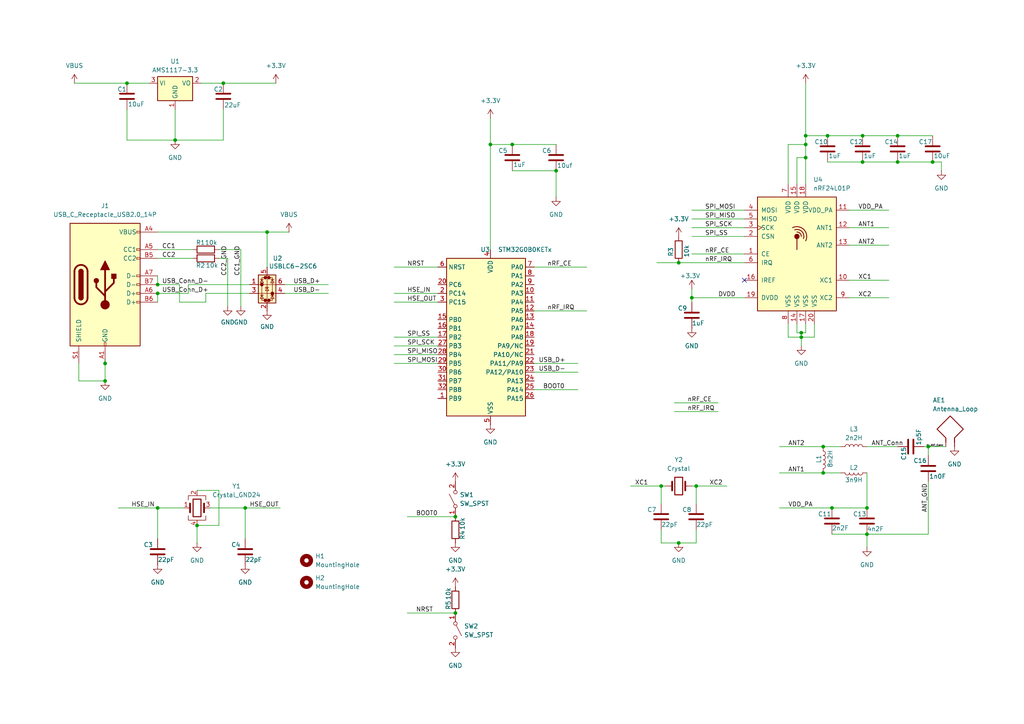
<source format=kicad_sch>
(kicad_sch
	(version 20231120)
	(generator "eeschema")
	(generator_version "8.0")
	(uuid "9597cfb2-5ba5-4cc1-bd06-061bb5c072c7")
	(paper "A4")
	(lib_symbols
		(symbol "Connector:USB_C_Receptacle_USB2.0_14P"
			(pin_names
				(offset 1.016)
			)
			(exclude_from_sim no)
			(in_bom yes)
			(on_board yes)
			(property "Reference" "J"
				(at 0 22.225 0)
				(effects
					(font
						(size 1.27 1.27)
					)
				)
			)
			(property "Value" "USB_C_Receptacle_USB2.0_14P"
				(at 0 19.685 0)
				(effects
					(font
						(size 1.27 1.27)
					)
				)
			)
			(property "Footprint" ""
				(at 3.81 0 0)
				(effects
					(font
						(size 1.27 1.27)
					)
					(hide yes)
				)
			)
			(property "Datasheet" "https://www.usb.org/sites/default/files/documents/usb_type-c.zip"
				(at 3.81 0 0)
				(effects
					(font
						(size 1.27 1.27)
					)
					(hide yes)
				)
			)
			(property "Description" "USB 2.0-only 14P Type-C Receptacle connector"
				(at 0 0 0)
				(effects
					(font
						(size 1.27 1.27)
					)
					(hide yes)
				)
			)
			(property "ki_keywords" "usb universal serial bus type-C USB2.0"
				(at 0 0 0)
				(effects
					(font
						(size 1.27 1.27)
					)
					(hide yes)
				)
			)
			(property "ki_fp_filters" "USB*C*Receptacle*"
				(at 0 0 0)
				(effects
					(font
						(size 1.27 1.27)
					)
					(hide yes)
				)
			)
			(symbol "USB_C_Receptacle_USB2.0_14P_0_0"
				(rectangle
					(start -0.254 -17.78)
					(end 0.254 -16.764)
					(stroke
						(width 0)
						(type default)
					)
					(fill
						(type none)
					)
				)
				(rectangle
					(start 10.16 -4.826)
					(end 9.144 -5.334)
					(stroke
						(width 0)
						(type default)
					)
					(fill
						(type none)
					)
				)
				(rectangle
					(start 10.16 -2.286)
					(end 9.144 -2.794)
					(stroke
						(width 0)
						(type default)
					)
					(fill
						(type none)
					)
				)
				(rectangle
					(start 10.16 0.254)
					(end 9.144 -0.254)
					(stroke
						(width 0)
						(type default)
					)
					(fill
						(type none)
					)
				)
				(rectangle
					(start 10.16 2.794)
					(end 9.144 2.286)
					(stroke
						(width 0)
						(type default)
					)
					(fill
						(type none)
					)
				)
				(rectangle
					(start 10.16 7.874)
					(end 9.144 7.366)
					(stroke
						(width 0)
						(type default)
					)
					(fill
						(type none)
					)
				)
				(rectangle
					(start 10.16 10.414)
					(end 9.144 9.906)
					(stroke
						(width 0)
						(type default)
					)
					(fill
						(type none)
					)
				)
				(rectangle
					(start 10.16 15.494)
					(end 9.144 14.986)
					(stroke
						(width 0)
						(type default)
					)
					(fill
						(type none)
					)
				)
			)
			(symbol "USB_C_Receptacle_USB2.0_14P_0_1"
				(rectangle
					(start -10.16 17.78)
					(end 10.16 -17.78)
					(stroke
						(width 0.254)
						(type default)
					)
					(fill
						(type background)
					)
				)
				(arc
					(start -8.89 -3.81)
					(mid -6.985 -5.7067)
					(end -5.08 -3.81)
					(stroke
						(width 0.508)
						(type default)
					)
					(fill
						(type none)
					)
				)
				(arc
					(start -7.62 -3.81)
					(mid -6.985 -4.4423)
					(end -6.35 -3.81)
					(stroke
						(width 0.254)
						(type default)
					)
					(fill
						(type none)
					)
				)
				(arc
					(start -7.62 -3.81)
					(mid -6.985 -4.4423)
					(end -6.35 -3.81)
					(stroke
						(width 0.254)
						(type default)
					)
					(fill
						(type outline)
					)
				)
				(rectangle
					(start -7.62 -3.81)
					(end -6.35 3.81)
					(stroke
						(width 0.254)
						(type default)
					)
					(fill
						(type outline)
					)
				)
				(arc
					(start -6.35 3.81)
					(mid -6.985 4.4423)
					(end -7.62 3.81)
					(stroke
						(width 0.254)
						(type default)
					)
					(fill
						(type none)
					)
				)
				(arc
					(start -6.35 3.81)
					(mid -6.985 4.4423)
					(end -7.62 3.81)
					(stroke
						(width 0.254)
						(type default)
					)
					(fill
						(type outline)
					)
				)
				(arc
					(start -5.08 3.81)
					(mid -6.985 5.7067)
					(end -8.89 3.81)
					(stroke
						(width 0.508)
						(type default)
					)
					(fill
						(type none)
					)
				)
				(circle
					(center -2.54 1.143)
					(radius 0.635)
					(stroke
						(width 0.254)
						(type default)
					)
					(fill
						(type outline)
					)
				)
				(circle
					(center 0 -5.842)
					(radius 1.27)
					(stroke
						(width 0)
						(type default)
					)
					(fill
						(type outline)
					)
				)
				(polyline
					(pts
						(xy -8.89 -3.81) (xy -8.89 3.81)
					)
					(stroke
						(width 0.508)
						(type default)
					)
					(fill
						(type none)
					)
				)
				(polyline
					(pts
						(xy -5.08 3.81) (xy -5.08 -3.81)
					)
					(stroke
						(width 0.508)
						(type default)
					)
					(fill
						(type none)
					)
				)
				(polyline
					(pts
						(xy 0 -5.842) (xy 0 4.318)
					)
					(stroke
						(width 0.508)
						(type default)
					)
					(fill
						(type none)
					)
				)
				(polyline
					(pts
						(xy 0 -3.302) (xy -2.54 -0.762) (xy -2.54 0.508)
					)
					(stroke
						(width 0.508)
						(type default)
					)
					(fill
						(type none)
					)
				)
				(polyline
					(pts
						(xy 0 -2.032) (xy 2.54 0.508) (xy 2.54 1.778)
					)
					(stroke
						(width 0.508)
						(type default)
					)
					(fill
						(type none)
					)
				)
				(polyline
					(pts
						(xy -1.27 4.318) (xy 0 6.858) (xy 1.27 4.318) (xy -1.27 4.318)
					)
					(stroke
						(width 0.254)
						(type default)
					)
					(fill
						(type outline)
					)
				)
				(rectangle
					(start 1.905 1.778)
					(end 3.175 3.048)
					(stroke
						(width 0.254)
						(type default)
					)
					(fill
						(type outline)
					)
				)
			)
			(symbol "USB_C_Receptacle_USB2.0_14P_1_1"
				(pin passive line
					(at 0 -22.86 90)
					(length 5.08)
					(name "GND"
						(effects
							(font
								(size 1.27 1.27)
							)
						)
					)
					(number "A1"
						(effects
							(font
								(size 1.27 1.27)
							)
						)
					)
				)
				(pin passive line
					(at 0 -22.86 90)
					(length 5.08) hide
					(name "GND"
						(effects
							(font
								(size 1.27 1.27)
							)
						)
					)
					(number "A12"
						(effects
							(font
								(size 1.27 1.27)
							)
						)
					)
				)
				(pin passive line
					(at 15.24 15.24 180)
					(length 5.08)
					(name "VBUS"
						(effects
							(font
								(size 1.27 1.27)
							)
						)
					)
					(number "A4"
						(effects
							(font
								(size 1.27 1.27)
							)
						)
					)
				)
				(pin bidirectional line
					(at 15.24 10.16 180)
					(length 5.08)
					(name "CC1"
						(effects
							(font
								(size 1.27 1.27)
							)
						)
					)
					(number "A5"
						(effects
							(font
								(size 1.27 1.27)
							)
						)
					)
				)
				(pin bidirectional line
					(at 15.24 -2.54 180)
					(length 5.08)
					(name "D+"
						(effects
							(font
								(size 1.27 1.27)
							)
						)
					)
					(number "A6"
						(effects
							(font
								(size 1.27 1.27)
							)
						)
					)
				)
				(pin bidirectional line
					(at 15.24 2.54 180)
					(length 5.08)
					(name "D-"
						(effects
							(font
								(size 1.27 1.27)
							)
						)
					)
					(number "A7"
						(effects
							(font
								(size 1.27 1.27)
							)
						)
					)
				)
				(pin passive line
					(at 15.24 15.24 180)
					(length 5.08) hide
					(name "VBUS"
						(effects
							(font
								(size 1.27 1.27)
							)
						)
					)
					(number "A9"
						(effects
							(font
								(size 1.27 1.27)
							)
						)
					)
				)
				(pin passive line
					(at 0 -22.86 90)
					(length 5.08) hide
					(name "GND"
						(effects
							(font
								(size 1.27 1.27)
							)
						)
					)
					(number "B1"
						(effects
							(font
								(size 1.27 1.27)
							)
						)
					)
				)
				(pin passive line
					(at 0 -22.86 90)
					(length 5.08) hide
					(name "GND"
						(effects
							(font
								(size 1.27 1.27)
							)
						)
					)
					(number "B12"
						(effects
							(font
								(size 1.27 1.27)
							)
						)
					)
				)
				(pin passive line
					(at 15.24 15.24 180)
					(length 5.08) hide
					(name "VBUS"
						(effects
							(font
								(size 1.27 1.27)
							)
						)
					)
					(number "B4"
						(effects
							(font
								(size 1.27 1.27)
							)
						)
					)
				)
				(pin bidirectional line
					(at 15.24 7.62 180)
					(length 5.08)
					(name "CC2"
						(effects
							(font
								(size 1.27 1.27)
							)
						)
					)
					(number "B5"
						(effects
							(font
								(size 1.27 1.27)
							)
						)
					)
				)
				(pin bidirectional line
					(at 15.24 -5.08 180)
					(length 5.08)
					(name "D+"
						(effects
							(font
								(size 1.27 1.27)
							)
						)
					)
					(number "B6"
						(effects
							(font
								(size 1.27 1.27)
							)
						)
					)
				)
				(pin bidirectional line
					(at 15.24 0 180)
					(length 5.08)
					(name "D-"
						(effects
							(font
								(size 1.27 1.27)
							)
						)
					)
					(number "B7"
						(effects
							(font
								(size 1.27 1.27)
							)
						)
					)
				)
				(pin passive line
					(at 15.24 15.24 180)
					(length 5.08) hide
					(name "VBUS"
						(effects
							(font
								(size 1.27 1.27)
							)
						)
					)
					(number "B9"
						(effects
							(font
								(size 1.27 1.27)
							)
						)
					)
				)
				(pin passive line
					(at -7.62 -22.86 90)
					(length 5.08)
					(name "SHIELD"
						(effects
							(font
								(size 1.27 1.27)
							)
						)
					)
					(number "S1"
						(effects
							(font
								(size 1.27 1.27)
							)
						)
					)
				)
			)
		)
		(symbol "Device:Antenna_Loop"
			(pin_numbers hide)
			(pin_names
				(offset 1.016) hide)
			(exclude_from_sim no)
			(in_bom yes)
			(on_board yes)
			(property "Reference" "AE"
				(at 1.27 6.35 0)
				(effects
					(font
						(size 1.27 1.27)
					)
				)
			)
			(property "Value" "Antenna_Loop"
				(at 1.27 5.08 0)
				(effects
					(font
						(size 1.27 1.27)
					)
				)
			)
			(property "Footprint" ""
				(at 0 0 0)
				(effects
					(font
						(size 1.27 1.27)
					)
					(hide yes)
				)
			)
			(property "Datasheet" "~"
				(at 0 0 0)
				(effects
					(font
						(size 1.27 1.27)
					)
					(hide yes)
				)
			)
			(property "Description" "Loop antenna"
				(at 0 0 0)
				(effects
					(font
						(size 1.27 1.27)
					)
					(hide yes)
				)
			)
			(property "ki_keywords" "loop antenna"
				(at 0 0 0)
				(effects
					(font
						(size 1.27 1.27)
					)
					(hide yes)
				)
			)
			(symbol "Antenna_Loop_0_1"
				(polyline
					(pts
						(xy 2.54 -3.81) (xy 2.54 -2.54) (xy 5.08 0) (xy 1.27 3.81) (xy -2.54 0) (xy 0 -2.54) (xy 0 -3.81)
					)
					(stroke
						(width 0.254)
						(type default)
					)
					(fill
						(type none)
					)
				)
			)
			(symbol "Antenna_Loop_1_1"
				(pin input line
					(at 0 -5.08 90)
					(length 2.54)
					(name "~"
						(effects
							(font
								(size 1.27 1.27)
							)
						)
					)
					(number "1"
						(effects
							(font
								(size 1.27 1.27)
							)
						)
					)
				)
				(pin input line
					(at 2.54 -5.08 90)
					(length 2.54)
					(name "~"
						(effects
							(font
								(size 1.27 1.27)
							)
						)
					)
					(number "2"
						(effects
							(font
								(size 1.27 1.27)
							)
						)
					)
				)
			)
		)
		(symbol "Device:C"
			(pin_numbers hide)
			(pin_names
				(offset 0.254)
			)
			(exclude_from_sim no)
			(in_bom yes)
			(on_board yes)
			(property "Reference" "C"
				(at 0.635 2.54 0)
				(effects
					(font
						(size 1.27 1.27)
					)
					(justify left)
				)
			)
			(property "Value" "C"
				(at 0.635 -2.54 0)
				(effects
					(font
						(size 1.27 1.27)
					)
					(justify left)
				)
			)
			(property "Footprint" ""
				(at 0.9652 -3.81 0)
				(effects
					(font
						(size 1.27 1.27)
					)
					(hide yes)
				)
			)
			(property "Datasheet" "~"
				(at 0 0 0)
				(effects
					(font
						(size 1.27 1.27)
					)
					(hide yes)
				)
			)
			(property "Description" "Unpolarized capacitor"
				(at 0 0 0)
				(effects
					(font
						(size 1.27 1.27)
					)
					(hide yes)
				)
			)
			(property "ki_keywords" "cap capacitor"
				(at 0 0 0)
				(effects
					(font
						(size 1.27 1.27)
					)
					(hide yes)
				)
			)
			(property "ki_fp_filters" "C_*"
				(at 0 0 0)
				(effects
					(font
						(size 1.27 1.27)
					)
					(hide yes)
				)
			)
			(symbol "C_0_1"
				(polyline
					(pts
						(xy -2.032 -0.762) (xy 2.032 -0.762)
					)
					(stroke
						(width 0.508)
						(type default)
					)
					(fill
						(type none)
					)
				)
				(polyline
					(pts
						(xy -2.032 0.762) (xy 2.032 0.762)
					)
					(stroke
						(width 0.508)
						(type default)
					)
					(fill
						(type none)
					)
				)
			)
			(symbol "C_1_1"
				(pin passive line
					(at 0 3.81 270)
					(length 2.794)
					(name "~"
						(effects
							(font
								(size 1.27 1.27)
							)
						)
					)
					(number "1"
						(effects
							(font
								(size 1.27 1.27)
							)
						)
					)
				)
				(pin passive line
					(at 0 -3.81 90)
					(length 2.794)
					(name "~"
						(effects
							(font
								(size 1.27 1.27)
							)
						)
					)
					(number "2"
						(effects
							(font
								(size 1.27 1.27)
							)
						)
					)
				)
			)
		)
		(symbol "Device:Crystal"
			(pin_numbers hide)
			(pin_names
				(offset 1.016) hide)
			(exclude_from_sim no)
			(in_bom yes)
			(on_board yes)
			(property "Reference" "Y"
				(at 0 3.81 0)
				(effects
					(font
						(size 1.27 1.27)
					)
				)
			)
			(property "Value" "Crystal"
				(at 0 -3.81 0)
				(effects
					(font
						(size 1.27 1.27)
					)
				)
			)
			(property "Footprint" ""
				(at 0 0 0)
				(effects
					(font
						(size 1.27 1.27)
					)
					(hide yes)
				)
			)
			(property "Datasheet" "~"
				(at 0 0 0)
				(effects
					(font
						(size 1.27 1.27)
					)
					(hide yes)
				)
			)
			(property "Description" "Two pin crystal"
				(at 0 0 0)
				(effects
					(font
						(size 1.27 1.27)
					)
					(hide yes)
				)
			)
			(property "ki_keywords" "quartz ceramic resonator oscillator"
				(at 0 0 0)
				(effects
					(font
						(size 1.27 1.27)
					)
					(hide yes)
				)
			)
			(property "ki_fp_filters" "Crystal*"
				(at 0 0 0)
				(effects
					(font
						(size 1.27 1.27)
					)
					(hide yes)
				)
			)
			(symbol "Crystal_0_1"
				(rectangle
					(start -1.143 2.54)
					(end 1.143 -2.54)
					(stroke
						(width 0.3048)
						(type default)
					)
					(fill
						(type none)
					)
				)
				(polyline
					(pts
						(xy -2.54 0) (xy -1.905 0)
					)
					(stroke
						(width 0)
						(type default)
					)
					(fill
						(type none)
					)
				)
				(polyline
					(pts
						(xy -1.905 -1.27) (xy -1.905 1.27)
					)
					(stroke
						(width 0.508)
						(type default)
					)
					(fill
						(type none)
					)
				)
				(polyline
					(pts
						(xy 1.905 -1.27) (xy 1.905 1.27)
					)
					(stroke
						(width 0.508)
						(type default)
					)
					(fill
						(type none)
					)
				)
				(polyline
					(pts
						(xy 2.54 0) (xy 1.905 0)
					)
					(stroke
						(width 0)
						(type default)
					)
					(fill
						(type none)
					)
				)
			)
			(symbol "Crystal_1_1"
				(pin passive line
					(at -3.81 0 0)
					(length 1.27)
					(name "1"
						(effects
							(font
								(size 1.27 1.27)
							)
						)
					)
					(number "1"
						(effects
							(font
								(size 1.27 1.27)
							)
						)
					)
				)
				(pin passive line
					(at 3.81 0 180)
					(length 1.27)
					(name "2"
						(effects
							(font
								(size 1.27 1.27)
							)
						)
					)
					(number "2"
						(effects
							(font
								(size 1.27 1.27)
							)
						)
					)
				)
			)
		)
		(symbol "Device:Crystal_GND24"
			(pin_names
				(offset 1.016) hide)
			(exclude_from_sim no)
			(in_bom yes)
			(on_board yes)
			(property "Reference" "Y"
				(at 3.175 5.08 0)
				(effects
					(font
						(size 1.27 1.27)
					)
					(justify left)
				)
			)
			(property "Value" "Crystal_GND24"
				(at 3.175 3.175 0)
				(effects
					(font
						(size 1.27 1.27)
					)
					(justify left)
				)
			)
			(property "Footprint" ""
				(at 0 0 0)
				(effects
					(font
						(size 1.27 1.27)
					)
					(hide yes)
				)
			)
			(property "Datasheet" "~"
				(at 0 0 0)
				(effects
					(font
						(size 1.27 1.27)
					)
					(hide yes)
				)
			)
			(property "Description" "Four pin crystal, GND on pins 2 and 4"
				(at 0 0 0)
				(effects
					(font
						(size 1.27 1.27)
					)
					(hide yes)
				)
			)
			(property "ki_keywords" "quartz ceramic resonator oscillator"
				(at 0 0 0)
				(effects
					(font
						(size 1.27 1.27)
					)
					(hide yes)
				)
			)
			(property "ki_fp_filters" "Crystal*"
				(at 0 0 0)
				(effects
					(font
						(size 1.27 1.27)
					)
					(hide yes)
				)
			)
			(symbol "Crystal_GND24_0_1"
				(rectangle
					(start -1.143 2.54)
					(end 1.143 -2.54)
					(stroke
						(width 0.3048)
						(type default)
					)
					(fill
						(type none)
					)
				)
				(polyline
					(pts
						(xy -2.54 0) (xy -2.032 0)
					)
					(stroke
						(width 0)
						(type default)
					)
					(fill
						(type none)
					)
				)
				(polyline
					(pts
						(xy -2.032 -1.27) (xy -2.032 1.27)
					)
					(stroke
						(width 0.508)
						(type default)
					)
					(fill
						(type none)
					)
				)
				(polyline
					(pts
						(xy 0 -3.81) (xy 0 -3.556)
					)
					(stroke
						(width 0)
						(type default)
					)
					(fill
						(type none)
					)
				)
				(polyline
					(pts
						(xy 0 3.556) (xy 0 3.81)
					)
					(stroke
						(width 0)
						(type default)
					)
					(fill
						(type none)
					)
				)
				(polyline
					(pts
						(xy 2.032 -1.27) (xy 2.032 1.27)
					)
					(stroke
						(width 0.508)
						(type default)
					)
					(fill
						(type none)
					)
				)
				(polyline
					(pts
						(xy 2.032 0) (xy 2.54 0)
					)
					(stroke
						(width 0)
						(type default)
					)
					(fill
						(type none)
					)
				)
				(polyline
					(pts
						(xy -2.54 -2.286) (xy -2.54 -3.556) (xy 2.54 -3.556) (xy 2.54 -2.286)
					)
					(stroke
						(width 0)
						(type default)
					)
					(fill
						(type none)
					)
				)
				(polyline
					(pts
						(xy -2.54 2.286) (xy -2.54 3.556) (xy 2.54 3.556) (xy 2.54 2.286)
					)
					(stroke
						(width 0)
						(type default)
					)
					(fill
						(type none)
					)
				)
			)
			(symbol "Crystal_GND24_1_1"
				(pin passive line
					(at -3.81 0 0)
					(length 1.27)
					(name "1"
						(effects
							(font
								(size 1.27 1.27)
							)
						)
					)
					(number "1"
						(effects
							(font
								(size 1.27 1.27)
							)
						)
					)
				)
				(pin passive line
					(at 0 5.08 270)
					(length 1.27)
					(name "2"
						(effects
							(font
								(size 1.27 1.27)
							)
						)
					)
					(number "2"
						(effects
							(font
								(size 1.27 1.27)
							)
						)
					)
				)
				(pin passive line
					(at 3.81 0 180)
					(length 1.27)
					(name "3"
						(effects
							(font
								(size 1.27 1.27)
							)
						)
					)
					(number "3"
						(effects
							(font
								(size 1.27 1.27)
							)
						)
					)
				)
				(pin passive line
					(at 0 -5.08 90)
					(length 1.27)
					(name "4"
						(effects
							(font
								(size 1.27 1.27)
							)
						)
					)
					(number "4"
						(effects
							(font
								(size 1.27 1.27)
							)
						)
					)
				)
			)
		)
		(symbol "Device:L"
			(pin_numbers hide)
			(pin_names
				(offset 1.016) hide)
			(exclude_from_sim no)
			(in_bom yes)
			(on_board yes)
			(property "Reference" "L"
				(at -1.27 0 90)
				(effects
					(font
						(size 1.27 1.27)
					)
				)
			)
			(property "Value" "L"
				(at 1.905 0 90)
				(effects
					(font
						(size 1.27 1.27)
					)
				)
			)
			(property "Footprint" ""
				(at 0 0 0)
				(effects
					(font
						(size 1.27 1.27)
					)
					(hide yes)
				)
			)
			(property "Datasheet" "~"
				(at 0 0 0)
				(effects
					(font
						(size 1.27 1.27)
					)
					(hide yes)
				)
			)
			(property "Description" "Inductor"
				(at 0 0 0)
				(effects
					(font
						(size 1.27 1.27)
					)
					(hide yes)
				)
			)
			(property "ki_keywords" "inductor choke coil reactor magnetic"
				(at 0 0 0)
				(effects
					(font
						(size 1.27 1.27)
					)
					(hide yes)
				)
			)
			(property "ki_fp_filters" "Choke_* *Coil* Inductor_* L_*"
				(at 0 0 0)
				(effects
					(font
						(size 1.27 1.27)
					)
					(hide yes)
				)
			)
			(symbol "L_0_1"
				(arc
					(start 0 -2.54)
					(mid 0.6323 -1.905)
					(end 0 -1.27)
					(stroke
						(width 0)
						(type default)
					)
					(fill
						(type none)
					)
				)
				(arc
					(start 0 -1.27)
					(mid 0.6323 -0.635)
					(end 0 0)
					(stroke
						(width 0)
						(type default)
					)
					(fill
						(type none)
					)
				)
				(arc
					(start 0 0)
					(mid 0.6323 0.635)
					(end 0 1.27)
					(stroke
						(width 0)
						(type default)
					)
					(fill
						(type none)
					)
				)
				(arc
					(start 0 1.27)
					(mid 0.6323 1.905)
					(end 0 2.54)
					(stroke
						(width 0)
						(type default)
					)
					(fill
						(type none)
					)
				)
			)
			(symbol "L_1_1"
				(pin passive line
					(at 0 3.81 270)
					(length 1.27)
					(name "1"
						(effects
							(font
								(size 1.27 1.27)
							)
						)
					)
					(number "1"
						(effects
							(font
								(size 1.27 1.27)
							)
						)
					)
				)
				(pin passive line
					(at 0 -3.81 90)
					(length 1.27)
					(name "2"
						(effects
							(font
								(size 1.27 1.27)
							)
						)
					)
					(number "2"
						(effects
							(font
								(size 1.27 1.27)
							)
						)
					)
				)
			)
		)
		(symbol "Device:R"
			(pin_numbers hide)
			(pin_names
				(offset 0)
			)
			(exclude_from_sim no)
			(in_bom yes)
			(on_board yes)
			(property "Reference" "R"
				(at 2.032 0 90)
				(effects
					(font
						(size 1.27 1.27)
					)
				)
			)
			(property "Value" "R"
				(at 0 0 90)
				(effects
					(font
						(size 1.27 1.27)
					)
				)
			)
			(property "Footprint" ""
				(at -1.778 0 90)
				(effects
					(font
						(size 1.27 1.27)
					)
					(hide yes)
				)
			)
			(property "Datasheet" "~"
				(at 0 0 0)
				(effects
					(font
						(size 1.27 1.27)
					)
					(hide yes)
				)
			)
			(property "Description" "Resistor"
				(at 0 0 0)
				(effects
					(font
						(size 1.27 1.27)
					)
					(hide yes)
				)
			)
			(property "ki_keywords" "R res resistor"
				(at 0 0 0)
				(effects
					(font
						(size 1.27 1.27)
					)
					(hide yes)
				)
			)
			(property "ki_fp_filters" "R_*"
				(at 0 0 0)
				(effects
					(font
						(size 1.27 1.27)
					)
					(hide yes)
				)
			)
			(symbol "R_0_1"
				(rectangle
					(start -1.016 -2.54)
					(end 1.016 2.54)
					(stroke
						(width 0.254)
						(type default)
					)
					(fill
						(type none)
					)
				)
			)
			(symbol "R_1_1"
				(pin passive line
					(at 0 3.81 270)
					(length 1.27)
					(name "~"
						(effects
							(font
								(size 1.27 1.27)
							)
						)
					)
					(number "1"
						(effects
							(font
								(size 1.27 1.27)
							)
						)
					)
				)
				(pin passive line
					(at 0 -3.81 90)
					(length 1.27)
					(name "~"
						(effects
							(font
								(size 1.27 1.27)
							)
						)
					)
					(number "2"
						(effects
							(font
								(size 1.27 1.27)
							)
						)
					)
				)
			)
		)
		(symbol "MCU_ST_STM32G0:STM32G0B0KETx"
			(exclude_from_sim no)
			(in_bom yes)
			(on_board yes)
			(property "Reference" "U"
				(at -10.16 24.13 0)
				(effects
					(font
						(size 1.27 1.27)
					)
					(justify left)
				)
			)
			(property "Value" "STM32G0B0KETx"
				(at 5.08 24.13 0)
				(effects
					(font
						(size 1.27 1.27)
					)
					(justify left)
				)
			)
			(property "Footprint" "Package_QFP:LQFP-32_7x7mm_P0.8mm"
				(at -10.16 -22.86 0)
				(effects
					(font
						(size 1.27 1.27)
					)
					(justify right)
					(hide yes)
				)
			)
			(property "Datasheet" "https://www.st.com/resource/en/datasheet/stm32g0b0ke.pdf"
				(at 0 0 0)
				(effects
					(font
						(size 1.27 1.27)
					)
					(hide yes)
				)
			)
			(property "Description" "STMicroelectronics Arm Cortex-M0+ MCU, 512KB flash, 144KB RAM, 64 MHz, 2.0-3.6V, 29 GPIO, LQFP32"
				(at 0 0 0)
				(effects
					(font
						(size 1.27 1.27)
					)
					(hide yes)
				)
			)
			(property "ki_locked" ""
				(at 0 0 0)
				(effects
					(font
						(size 1.27 1.27)
					)
				)
			)
			(property "ki_keywords" "Arm Cortex-M0+ STM32G0 STM32G0x0 Value line"
				(at 0 0 0)
				(effects
					(font
						(size 1.27 1.27)
					)
					(hide yes)
				)
			)
			(property "ki_fp_filters" "LQFP*7x7mm*P0.8mm*"
				(at 0 0 0)
				(effects
					(font
						(size 1.27 1.27)
					)
					(hide yes)
				)
			)
			(symbol "STM32G0B0KETx_0_1"
				(rectangle
					(start -10.16 -22.86)
					(end 12.7 22.86)
					(stroke
						(width 0.254)
						(type default)
					)
					(fill
						(type background)
					)
				)
			)
			(symbol "STM32G0B0KETx_1_1"
				(pin bidirectional line
					(at -12.7 -17.78 0)
					(length 2.54)
					(name "PB9"
						(effects
							(font
								(size 1.27 1.27)
							)
						)
					)
					(number "1"
						(effects
							(font
								(size 1.27 1.27)
							)
						)
					)
					(alternate "I2C1_SDA" bidirectional line)
					(alternate "I2S2_WS" bidirectional line)
					(alternate "IR_OUT" bidirectional line)
					(alternate "SPI2_NSS" bidirectional line)
					(alternate "TIM17_CH1" bidirectional line)
					(alternate "TIM4_CH4" bidirectional line)
					(alternate "USART3_RX" bidirectional line)
					(alternate "USART6_RX" bidirectional line)
				)
				(pin bidirectional line
					(at 15.24 12.7 180)
					(length 2.54)
					(name "PA3"
						(effects
							(font
								(size 1.27 1.27)
							)
						)
					)
					(number "10"
						(effects
							(font
								(size 1.27 1.27)
							)
						)
					)
					(alternate "ADC1_IN3" bidirectional line)
					(alternate "I2S2_MCK" bidirectional line)
					(alternate "SPI2_MISO" bidirectional line)
					(alternate "TIM15_CH2" bidirectional line)
					(alternate "USART2_RX" bidirectional line)
				)
				(pin bidirectional line
					(at 15.24 10.16 180)
					(length 2.54)
					(name "PA4"
						(effects
							(font
								(size 1.27 1.27)
							)
						)
					)
					(number "11"
						(effects
							(font
								(size 1.27 1.27)
							)
						)
					)
					(alternate "ADC1_IN4" bidirectional line)
					(alternate "I2S1_WS" bidirectional line)
					(alternate "I2S2_SD" bidirectional line)
					(alternate "RTC_OUT1" bidirectional line)
					(alternate "RTC_TAMP_IN1" bidirectional line)
					(alternate "RTC_TS" bidirectional line)
					(alternate "SPI1_NSS" bidirectional line)
					(alternate "SPI2_MOSI" bidirectional line)
					(alternate "SPI3_NSS" bidirectional line)
					(alternate "SYS_WKUP2" bidirectional line)
					(alternate "TIM14_CH1" bidirectional line)
					(alternate "USART6_TX" bidirectional line)
				)
				(pin bidirectional line
					(at 15.24 7.62 180)
					(length 2.54)
					(name "PA5"
						(effects
							(font
								(size 1.27 1.27)
							)
						)
					)
					(number "12"
						(effects
							(font
								(size 1.27 1.27)
							)
						)
					)
					(alternate "ADC1_IN5" bidirectional line)
					(alternate "I2S1_CK" bidirectional line)
					(alternate "SPI1_SCK" bidirectional line)
					(alternate "USART3_TX" bidirectional line)
					(alternate "USART6_RX" bidirectional line)
				)
				(pin bidirectional line
					(at 15.24 5.08 180)
					(length 2.54)
					(name "PA6"
						(effects
							(font
								(size 1.27 1.27)
							)
						)
					)
					(number "13"
						(effects
							(font
								(size 1.27 1.27)
							)
						)
					)
					(alternate "ADC1_IN6" bidirectional line)
					(alternate "I2C2_SDA" bidirectional line)
					(alternate "I2C3_SDA" bidirectional line)
					(alternate "I2S1_MCK" bidirectional line)
					(alternate "SPI1_MISO" bidirectional line)
					(alternate "TIM16_CH1" bidirectional line)
					(alternate "TIM1_BK" bidirectional line)
					(alternate "TIM3_CH1" bidirectional line)
					(alternate "USART3_CTS" bidirectional line)
					(alternate "USART3_NSS" bidirectional line)
					(alternate "USART6_CTS" bidirectional line)
					(alternate "USART6_NSS" bidirectional line)
				)
				(pin bidirectional line
					(at 15.24 2.54 180)
					(length 2.54)
					(name "PA7"
						(effects
							(font
								(size 1.27 1.27)
							)
						)
					)
					(number "14"
						(effects
							(font
								(size 1.27 1.27)
							)
						)
					)
					(alternate "ADC1_IN7" bidirectional line)
					(alternate "I2C2_SCL" bidirectional line)
					(alternate "I2C3_SCL" bidirectional line)
					(alternate "I2S1_SD" bidirectional line)
					(alternate "SPI1_MOSI" bidirectional line)
					(alternate "TIM14_CH1" bidirectional line)
					(alternate "TIM17_CH1" bidirectional line)
					(alternate "TIM1_CH1N" bidirectional line)
					(alternate "TIM3_CH2" bidirectional line)
					(alternate "USART6_CK" bidirectional line)
					(alternate "USART6_DE" bidirectional line)
					(alternate "USART6_RTS" bidirectional line)
				)
				(pin bidirectional line
					(at -12.7 5.08 0)
					(length 2.54)
					(name "PB0"
						(effects
							(font
								(size 1.27 1.27)
							)
						)
					)
					(number "15"
						(effects
							(font
								(size 1.27 1.27)
							)
						)
					)
					(alternate "ADC1_IN8" bidirectional line)
					(alternate "I2S1_WS" bidirectional line)
					(alternate "SPI1_NSS" bidirectional line)
					(alternate "TIM1_CH2N" bidirectional line)
					(alternate "TIM3_CH3" bidirectional line)
					(alternate "USART3_RX" bidirectional line)
					(alternate "USART5_TX" bidirectional line)
				)
				(pin bidirectional line
					(at -12.7 2.54 0)
					(length 2.54)
					(name "PB1"
						(effects
							(font
								(size 1.27 1.27)
							)
						)
					)
					(number "16"
						(effects
							(font
								(size 1.27 1.27)
							)
						)
					)
					(alternate "ADC1_IN9" bidirectional line)
					(alternate "TIM14_CH1" bidirectional line)
					(alternate "TIM1_CH3N" bidirectional line)
					(alternate "TIM3_CH4" bidirectional line)
					(alternate "USART3_CK" bidirectional line)
					(alternate "USART3_DE" bidirectional line)
					(alternate "USART3_RTS" bidirectional line)
					(alternate "USART5_RX" bidirectional line)
				)
				(pin bidirectional line
					(at -12.7 0 0)
					(length 2.54)
					(name "PB2"
						(effects
							(font
								(size 1.27 1.27)
							)
						)
					)
					(number "17"
						(effects
							(font
								(size 1.27 1.27)
							)
						)
					)
					(alternate "ADC1_IN10" bidirectional line)
					(alternate "I2S2_MCK" bidirectional line)
					(alternate "RCC_MCO_2" bidirectional line)
					(alternate "SPI2_MISO" bidirectional line)
					(alternate "USART3_TX" bidirectional line)
				)
				(pin bidirectional line
					(at 15.24 0 180)
					(length 2.54)
					(name "PA8"
						(effects
							(font
								(size 1.27 1.27)
							)
						)
					)
					(number "18"
						(effects
							(font
								(size 1.27 1.27)
							)
						)
					)
					(alternate "CRS1_SYNC" bidirectional line)
					(alternate "I2C2_SMBA" bidirectional line)
					(alternate "I2S2_WS" bidirectional line)
					(alternate "RCC_MCO" bidirectional line)
					(alternate "SPI2_NSS" bidirectional line)
					(alternate "TIM1_CH1" bidirectional line)
				)
				(pin bidirectional line
					(at 15.24 -2.54 180)
					(length 2.54)
					(name "PA9/NC"
						(effects
							(font
								(size 1.27 1.27)
							)
						)
					)
					(number "19"
						(effects
							(font
								(size 1.27 1.27)
							)
						)
					)
					(alternate "I2C1_SCL" bidirectional line)
					(alternate "I2C2_SCL" bidirectional line)
					(alternate "I2S2_MCK" bidirectional line)
					(alternate "RCC_MCO" bidirectional line)
					(alternate "SPI2_MISO" bidirectional line)
					(alternate "TIM15_BK" bidirectional line)
					(alternate "TIM1_CH2" bidirectional line)
					(alternate "USART1_TX" bidirectional line)
				)
				(pin bidirectional line
					(at -12.7 12.7 0)
					(length 2.54)
					(name "PC14"
						(effects
							(font
								(size 1.27 1.27)
							)
						)
					)
					(number "2"
						(effects
							(font
								(size 1.27 1.27)
							)
						)
					)
					(alternate "RCC_OSC32_IN" bidirectional line)
					(alternate "RCC_OSC_IN" bidirectional line)
					(alternate "TIM1_BK2" bidirectional line)
				)
				(pin bidirectional line
					(at -12.7 15.24 0)
					(length 2.54)
					(name "PC6"
						(effects
							(font
								(size 1.27 1.27)
							)
						)
					)
					(number "20"
						(effects
							(font
								(size 1.27 1.27)
							)
						)
					)
					(alternate "TIM3_CH1" bidirectional line)
				)
				(pin bidirectional line
					(at 15.24 -5.08 180)
					(length 2.54)
					(name "PA10/NC"
						(effects
							(font
								(size 1.27 1.27)
							)
						)
					)
					(number "21"
						(effects
							(font
								(size 1.27 1.27)
							)
						)
					)
					(alternate "I2C1_SDA" bidirectional line)
					(alternate "I2C2_SDA" bidirectional line)
					(alternate "I2S2_SD" bidirectional line)
					(alternate "RCC_MCO_2" bidirectional line)
					(alternate "SPI2_MOSI" bidirectional line)
					(alternate "TIM17_BK" bidirectional line)
					(alternate "TIM1_CH3" bidirectional line)
					(alternate "USART1_RX" bidirectional line)
				)
				(pin bidirectional line
					(at 15.24 -7.62 180)
					(length 2.54)
					(name "PA11/PA9"
						(effects
							(font
								(size 1.27 1.27)
							)
						)
					)
					(number "22"
						(effects
							(font
								(size 1.27 1.27)
							)
						)
					)
					(alternate "ADC1_EXTI11" bidirectional line)
					(alternate "I2C2_SCL" bidirectional line)
					(alternate "I2S1_MCK" bidirectional line)
					(alternate "SPI1_MISO" bidirectional line)
					(alternate "TIM1_BK2" bidirectional line)
					(alternate "TIM1_CH4" bidirectional line)
					(alternate "USART1_CTS" bidirectional line)
					(alternate "USART1_NSS" bidirectional line)
				)
				(pin bidirectional line
					(at 15.24 -10.16 180)
					(length 2.54)
					(name "PA12/PA10"
						(effects
							(font
								(size 1.27 1.27)
							)
						)
					)
					(number "23"
						(effects
							(font
								(size 1.27 1.27)
							)
						)
					)
					(alternate "I2C2_SDA" bidirectional line)
					(alternate "I2S1_SD" bidirectional line)
					(alternate "I2S_CKIN" bidirectional line)
					(alternate "SPI1_MOSI" bidirectional line)
					(alternate "TIM1_ETR" bidirectional line)
					(alternate "USART1_CK" bidirectional line)
					(alternate "USART1_DE" bidirectional line)
					(alternate "USART1_RTS" bidirectional line)
				)
				(pin bidirectional line
					(at 15.24 -12.7 180)
					(length 2.54)
					(name "PA13"
						(effects
							(font
								(size 1.27 1.27)
							)
						)
					)
					(number "24"
						(effects
							(font
								(size 1.27 1.27)
							)
						)
					)
					(alternate "IR_OUT" bidirectional line)
					(alternate "SYS_SWDIO" bidirectional line)
				)
				(pin bidirectional line
					(at 15.24 -15.24 180)
					(length 2.54)
					(name "PA14"
						(effects
							(font
								(size 1.27 1.27)
							)
						)
					)
					(number "25"
						(effects
							(font
								(size 1.27 1.27)
							)
						)
					)
					(alternate "SYS_SWCLK" bidirectional line)
					(alternate "USART2_TX" bidirectional line)
				)
				(pin bidirectional line
					(at 15.24 -17.78 180)
					(length 2.54)
					(name "PA15"
						(effects
							(font
								(size 1.27 1.27)
							)
						)
					)
					(number "26"
						(effects
							(font
								(size 1.27 1.27)
							)
						)
					)
					(alternate "I2C2_SMBA" bidirectional line)
					(alternate "I2S1_WS" bidirectional line)
					(alternate "RCC_MCO_2" bidirectional line)
					(alternate "SPI1_NSS" bidirectional line)
					(alternate "SPI3_NSS" bidirectional line)
					(alternate "USART2_RX" bidirectional line)
					(alternate "USART3_CK" bidirectional line)
					(alternate "USART3_DE" bidirectional line)
					(alternate "USART3_RTS" bidirectional line)
					(alternate "USART4_CK" bidirectional line)
					(alternate "USART4_DE" bidirectional line)
					(alternate "USART4_RTS" bidirectional line)
				)
				(pin bidirectional line
					(at -12.7 -2.54 0)
					(length 2.54)
					(name "PB3"
						(effects
							(font
								(size 1.27 1.27)
							)
						)
					)
					(number "27"
						(effects
							(font
								(size 1.27 1.27)
							)
						)
					)
					(alternate "I2C2_SCL" bidirectional line)
					(alternate "I2C3_SCL" bidirectional line)
					(alternate "I2S1_CK" bidirectional line)
					(alternate "SPI1_SCK" bidirectional line)
					(alternate "SPI3_SCK" bidirectional line)
					(alternate "TIM1_CH2" bidirectional line)
					(alternate "USART1_CK" bidirectional line)
					(alternate "USART1_DE" bidirectional line)
					(alternate "USART1_RTS" bidirectional line)
					(alternate "USART5_TX" bidirectional line)
				)
				(pin bidirectional line
					(at -12.7 -5.08 0)
					(length 2.54)
					(name "PB4"
						(effects
							(font
								(size 1.27 1.27)
							)
						)
					)
					(number "28"
						(effects
							(font
								(size 1.27 1.27)
							)
						)
					)
					(alternate "I2C2_SDA" bidirectional line)
					(alternate "I2C3_SDA" bidirectional line)
					(alternate "I2S1_MCK" bidirectional line)
					(alternate "SPI1_MISO" bidirectional line)
					(alternate "SPI3_MISO" bidirectional line)
					(alternate "TIM17_BK" bidirectional line)
					(alternate "TIM3_CH1" bidirectional line)
					(alternate "USART1_CTS" bidirectional line)
					(alternate "USART1_NSS" bidirectional line)
					(alternate "USART5_RX" bidirectional line)
				)
				(pin bidirectional line
					(at -12.7 -7.62 0)
					(length 2.54)
					(name "PB5"
						(effects
							(font
								(size 1.27 1.27)
							)
						)
					)
					(number "29"
						(effects
							(font
								(size 1.27 1.27)
							)
						)
					)
					(alternate "I2C1_SMBA" bidirectional line)
					(alternate "I2S1_SD" bidirectional line)
					(alternate "SPI1_MOSI" bidirectional line)
					(alternate "SPI3_MOSI" bidirectional line)
					(alternate "SYS_WKUP6" bidirectional line)
					(alternate "TIM16_BK" bidirectional line)
					(alternate "TIM3_CH2" bidirectional line)
					(alternate "USART5_CK" bidirectional line)
					(alternate "USART5_DE" bidirectional line)
					(alternate "USART5_RTS" bidirectional line)
				)
				(pin bidirectional line
					(at -12.7 10.16 0)
					(length 2.54)
					(name "PC15"
						(effects
							(font
								(size 1.27 1.27)
							)
						)
					)
					(number "3"
						(effects
							(font
								(size 1.27 1.27)
							)
						)
					)
					(alternate "RCC_OSC32_EN" bidirectional line)
					(alternate "RCC_OSC32_OUT" bidirectional line)
					(alternate "RCC_OSC_EN" bidirectional line)
					(alternate "TIM15_BK" bidirectional line)
				)
				(pin bidirectional line
					(at -12.7 -10.16 0)
					(length 2.54)
					(name "PB6"
						(effects
							(font
								(size 1.27 1.27)
							)
						)
					)
					(number "30"
						(effects
							(font
								(size 1.27 1.27)
							)
						)
					)
					(alternate "I2C1_SCL" bidirectional line)
					(alternate "I2S2_MCK" bidirectional line)
					(alternate "SPI2_MISO" bidirectional line)
					(alternate "TIM16_CH1N" bidirectional line)
					(alternate "TIM1_CH3" bidirectional line)
					(alternate "TIM4_CH1" bidirectional line)
					(alternate "USART1_TX" bidirectional line)
					(alternate "USART5_CTS" bidirectional line)
					(alternate "USART5_NSS" bidirectional line)
				)
				(pin bidirectional line
					(at -12.7 -12.7 0)
					(length 2.54)
					(name "PB7"
						(effects
							(font
								(size 1.27 1.27)
							)
						)
					)
					(number "31"
						(effects
							(font
								(size 1.27 1.27)
							)
						)
					)
					(alternate "I2C1_SDA" bidirectional line)
					(alternate "I2S2_SD" bidirectional line)
					(alternate "SPI2_MOSI" bidirectional line)
					(alternate "TIM17_CH1N" bidirectional line)
					(alternate "TIM4_CH2" bidirectional line)
					(alternate "USART1_RX" bidirectional line)
					(alternate "USART4_CTS" bidirectional line)
					(alternate "USART4_NSS" bidirectional line)
				)
				(pin bidirectional line
					(at -12.7 -15.24 0)
					(length 2.54)
					(name "PB8"
						(effects
							(font
								(size 1.27 1.27)
							)
						)
					)
					(number "32"
						(effects
							(font
								(size 1.27 1.27)
							)
						)
					)
					(alternate "I2C1_SCL" bidirectional line)
					(alternate "I2S2_CK" bidirectional line)
					(alternate "SPI2_SCK" bidirectional line)
					(alternate "TIM15_BK" bidirectional line)
					(alternate "TIM16_CH1" bidirectional line)
					(alternate "TIM4_CH3" bidirectional line)
					(alternate "USART3_TX" bidirectional line)
					(alternate "USART6_TX" bidirectional line)
				)
				(pin power_in line
					(at 2.54 25.4 270)
					(length 2.54)
					(name "VDD"
						(effects
							(font
								(size 1.27 1.27)
							)
						)
					)
					(number "4"
						(effects
							(font
								(size 1.27 1.27)
							)
						)
					)
				)
				(pin power_in line
					(at 2.54 -25.4 90)
					(length 2.54)
					(name "VSS"
						(effects
							(font
								(size 1.27 1.27)
							)
						)
					)
					(number "5"
						(effects
							(font
								(size 1.27 1.27)
							)
						)
					)
				)
				(pin input line
					(at -12.7 20.32 0)
					(length 2.54)
					(name "NRST"
						(effects
							(font
								(size 1.27 1.27)
							)
						)
					)
					(number "6"
						(effects
							(font
								(size 1.27 1.27)
							)
						)
					)
				)
				(pin bidirectional line
					(at 15.24 20.32 180)
					(length 2.54)
					(name "PA0"
						(effects
							(font
								(size 1.27 1.27)
							)
						)
					)
					(number "7"
						(effects
							(font
								(size 1.27 1.27)
							)
						)
					)
					(alternate "ADC1_IN0" bidirectional line)
					(alternate "I2S2_CK" bidirectional line)
					(alternate "RTC_TAMP_IN2" bidirectional line)
					(alternate "SPI2_SCK" bidirectional line)
					(alternate "SYS_WKUP1" bidirectional line)
					(alternate "USART2_CTS" bidirectional line)
					(alternate "USART2_NSS" bidirectional line)
					(alternate "USART4_TX" bidirectional line)
				)
				(pin bidirectional line
					(at 15.24 17.78 180)
					(length 2.54)
					(name "PA1"
						(effects
							(font
								(size 1.27 1.27)
							)
						)
					)
					(number "8"
						(effects
							(font
								(size 1.27 1.27)
							)
						)
					)
					(alternate "ADC1_IN1" bidirectional line)
					(alternate "I2C1_SMBA" bidirectional line)
					(alternate "I2S1_CK" bidirectional line)
					(alternate "SPI1_SCK" bidirectional line)
					(alternate "TIM15_CH1N" bidirectional line)
					(alternate "USART2_CK" bidirectional line)
					(alternate "USART2_DE" bidirectional line)
					(alternate "USART2_RTS" bidirectional line)
					(alternate "USART4_RX" bidirectional line)
				)
				(pin bidirectional line
					(at 15.24 15.24 180)
					(length 2.54)
					(name "PA2"
						(effects
							(font
								(size 1.27 1.27)
							)
						)
					)
					(number "9"
						(effects
							(font
								(size 1.27 1.27)
							)
						)
					)
					(alternate "ADC1_IN2" bidirectional line)
					(alternate "I2S1_SD" bidirectional line)
					(alternate "RCC_LSCO" bidirectional line)
					(alternate "SPI1_MOSI" bidirectional line)
					(alternate "SYS_WKUP4" bidirectional line)
					(alternate "TIM15_CH1" bidirectional line)
					(alternate "USART2_TX" bidirectional line)
				)
			)
		)
		(symbol "Mechanical:MountingHole"
			(pin_names
				(offset 1.016)
			)
			(exclude_from_sim yes)
			(in_bom no)
			(on_board yes)
			(property "Reference" "H"
				(at 0 5.08 0)
				(effects
					(font
						(size 1.27 1.27)
					)
				)
			)
			(property "Value" "MountingHole"
				(at 0 3.175 0)
				(effects
					(font
						(size 1.27 1.27)
					)
				)
			)
			(property "Footprint" ""
				(at 0 0 0)
				(effects
					(font
						(size 1.27 1.27)
					)
					(hide yes)
				)
			)
			(property "Datasheet" "~"
				(at 0 0 0)
				(effects
					(font
						(size 1.27 1.27)
					)
					(hide yes)
				)
			)
			(property "Description" "Mounting Hole without connection"
				(at 0 0 0)
				(effects
					(font
						(size 1.27 1.27)
					)
					(hide yes)
				)
			)
			(property "ki_keywords" "mounting hole"
				(at 0 0 0)
				(effects
					(font
						(size 1.27 1.27)
					)
					(hide yes)
				)
			)
			(property "ki_fp_filters" "MountingHole*"
				(at 0 0 0)
				(effects
					(font
						(size 1.27 1.27)
					)
					(hide yes)
				)
			)
			(symbol "MountingHole_0_1"
				(circle
					(center 0 0)
					(radius 1.27)
					(stroke
						(width 1.27)
						(type default)
					)
					(fill
						(type none)
					)
				)
			)
		)
		(symbol "Power_Protection:USBLC6-2SC6"
			(pin_names hide)
			(exclude_from_sim no)
			(in_bom yes)
			(on_board yes)
			(property "Reference" "U"
				(at 0.635 5.715 0)
				(effects
					(font
						(size 1.27 1.27)
					)
					(justify left)
				)
			)
			(property "Value" "USBLC6-2SC6"
				(at 0.635 3.81 0)
				(effects
					(font
						(size 1.27 1.27)
					)
					(justify left)
				)
			)
			(property "Footprint" "Package_TO_SOT_SMD:SOT-23-6"
				(at 1.27 -6.35 0)
				(effects
					(font
						(size 1.27 1.27)
						(italic yes)
					)
					(justify left)
					(hide yes)
				)
			)
			(property "Datasheet" "https://www.st.com/resource/en/datasheet/usblc6-2.pdf"
				(at 1.27 -8.255 0)
				(effects
					(font
						(size 1.27 1.27)
					)
					(justify left)
					(hide yes)
				)
			)
			(property "Description" "Very low capacitance ESD protection diode, 2 data-line, SOT-23-6"
				(at 0 0 0)
				(effects
					(font
						(size 1.27 1.27)
					)
					(hide yes)
				)
			)
			(property "ki_keywords" "usb ethernet video"
				(at 0 0 0)
				(effects
					(font
						(size 1.27 1.27)
					)
					(hide yes)
				)
			)
			(property "ki_fp_filters" "SOT?23*"
				(at 0 0 0)
				(effects
					(font
						(size 1.27 1.27)
					)
					(hide yes)
				)
			)
			(symbol "USBLC6-2SC6_0_0"
				(circle
					(center -1.524 0)
					(radius 0.0001)
					(stroke
						(width 0.508)
						(type default)
					)
					(fill
						(type none)
					)
				)
				(circle
					(center -0.508 -4.572)
					(radius 0.0001)
					(stroke
						(width 0.508)
						(type default)
					)
					(fill
						(type none)
					)
				)
				(circle
					(center -0.508 2.032)
					(radius 0.0001)
					(stroke
						(width 0.508)
						(type default)
					)
					(fill
						(type none)
					)
				)
				(circle
					(center 0.508 -4.572)
					(radius 0.0001)
					(stroke
						(width 0.508)
						(type default)
					)
					(fill
						(type none)
					)
				)
				(circle
					(center 0.508 2.032)
					(radius 0.0001)
					(stroke
						(width 0.508)
						(type default)
					)
					(fill
						(type none)
					)
				)
				(circle
					(center 1.524 -2.54)
					(radius 0.0001)
					(stroke
						(width 0.508)
						(type default)
					)
					(fill
						(type none)
					)
				)
			)
			(symbol "USBLC6-2SC6_0_1"
				(polyline
					(pts
						(xy -2.54 -2.54) (xy 2.54 -2.54)
					)
					(stroke
						(width 0)
						(type default)
					)
					(fill
						(type none)
					)
				)
				(polyline
					(pts
						(xy -2.54 0) (xy 2.54 0)
					)
					(stroke
						(width 0)
						(type default)
					)
					(fill
						(type none)
					)
				)
				(polyline
					(pts
						(xy -2.032 -3.048) (xy -1.016 -3.048)
					)
					(stroke
						(width 0)
						(type default)
					)
					(fill
						(type none)
					)
				)
				(polyline
					(pts
						(xy -1.016 1.524) (xy -2.032 1.524)
					)
					(stroke
						(width 0)
						(type default)
					)
					(fill
						(type none)
					)
				)
				(polyline
					(pts
						(xy 1.016 -3.048) (xy 2.032 -3.048)
					)
					(stroke
						(width 0)
						(type default)
					)
					(fill
						(type none)
					)
				)
				(polyline
					(pts
						(xy 1.016 1.524) (xy 2.032 1.524)
					)
					(stroke
						(width 0)
						(type default)
					)
					(fill
						(type none)
					)
				)
				(polyline
					(pts
						(xy -0.508 -1.143) (xy -0.508 -0.762) (xy 0.508 -0.762)
					)
					(stroke
						(width 0)
						(type default)
					)
					(fill
						(type none)
					)
				)
				(polyline
					(pts
						(xy -2.032 0.508) (xy -1.016 0.508) (xy -1.524 1.524) (xy -2.032 0.508)
					)
					(stroke
						(width 0)
						(type default)
					)
					(fill
						(type none)
					)
				)
				(polyline
					(pts
						(xy -1.016 -4.064) (xy -2.032 -4.064) (xy -1.524 -3.048) (xy -1.016 -4.064)
					)
					(stroke
						(width 0)
						(type default)
					)
					(fill
						(type none)
					)
				)
				(polyline
					(pts
						(xy 0.508 -1.778) (xy -0.508 -1.778) (xy 0 -0.762) (xy 0.508 -1.778)
					)
					(stroke
						(width 0)
						(type default)
					)
					(fill
						(type none)
					)
				)
				(polyline
					(pts
						(xy 2.032 -4.064) (xy 1.016 -4.064) (xy 1.524 -3.048) (xy 2.032 -4.064)
					)
					(stroke
						(width 0)
						(type default)
					)
					(fill
						(type none)
					)
				)
				(polyline
					(pts
						(xy 2.032 0.508) (xy 1.016 0.508) (xy 1.524 1.524) (xy 2.032 0.508)
					)
					(stroke
						(width 0)
						(type default)
					)
					(fill
						(type none)
					)
				)
				(polyline
					(pts
						(xy 0 2.54) (xy -0.508 2.032) (xy 0.508 2.032) (xy 0 1.524) (xy 0 -4.064) (xy -0.508 -4.572) (xy 0.508 -4.572)
						(xy 0 -5.08)
					)
					(stroke
						(width 0)
						(type default)
					)
					(fill
						(type none)
					)
				)
			)
			(symbol "USBLC6-2SC6_1_1"
				(rectangle
					(start -2.54 2.794)
					(end 2.54 -5.334)
					(stroke
						(width 0.254)
						(type default)
					)
					(fill
						(type background)
					)
				)
				(polyline
					(pts
						(xy -0.508 2.032) (xy -1.524 2.032) (xy -1.524 -4.572) (xy -0.508 -4.572)
					)
					(stroke
						(width 0)
						(type default)
					)
					(fill
						(type none)
					)
				)
				(polyline
					(pts
						(xy 0.508 -4.572) (xy 1.524 -4.572) (xy 1.524 2.032) (xy 0.508 2.032)
					)
					(stroke
						(width 0)
						(type default)
					)
					(fill
						(type none)
					)
				)
				(pin passive line
					(at -5.08 0 0)
					(length 2.54)
					(name "I/O1"
						(effects
							(font
								(size 1.27 1.27)
							)
						)
					)
					(number "1"
						(effects
							(font
								(size 1.27 1.27)
							)
						)
					)
				)
				(pin passive line
					(at 0 -7.62 90)
					(length 2.54)
					(name "GND"
						(effects
							(font
								(size 1.27 1.27)
							)
						)
					)
					(number "2"
						(effects
							(font
								(size 1.27 1.27)
							)
						)
					)
				)
				(pin passive line
					(at -5.08 -2.54 0)
					(length 2.54)
					(name "I/O2"
						(effects
							(font
								(size 1.27 1.27)
							)
						)
					)
					(number "3"
						(effects
							(font
								(size 1.27 1.27)
							)
						)
					)
				)
				(pin passive line
					(at 5.08 -2.54 180)
					(length 2.54)
					(name "I/O2"
						(effects
							(font
								(size 1.27 1.27)
							)
						)
					)
					(number "4"
						(effects
							(font
								(size 1.27 1.27)
							)
						)
					)
				)
				(pin passive line
					(at 0 5.08 270)
					(length 2.54)
					(name "VBUS"
						(effects
							(font
								(size 1.27 1.27)
							)
						)
					)
					(number "5"
						(effects
							(font
								(size 1.27 1.27)
							)
						)
					)
				)
				(pin passive line
					(at 5.08 0 180)
					(length 2.54)
					(name "I/O1"
						(effects
							(font
								(size 1.27 1.27)
							)
						)
					)
					(number "6"
						(effects
							(font
								(size 1.27 1.27)
							)
						)
					)
				)
			)
		)
		(symbol "RF:nRF24L01P"
			(pin_names
				(offset 1.016)
			)
			(exclude_from_sim no)
			(in_bom yes)
			(on_board yes)
			(property "Reference" "U"
				(at -11.43 17.78 0)
				(effects
					(font
						(size 1.27 1.27)
					)
					(justify left)
				)
			)
			(property "Value" "nRF24L01P"
				(at 5.08 17.78 0)
				(effects
					(font
						(size 1.27 1.27)
					)
					(justify left)
				)
			)
			(property "Footprint" "Package_DFN_QFN:QFN-20-1EP_4x4mm_P0.5mm_EP2.5x2.5mm"
				(at 5.08 20.32 0)
				(effects
					(font
						(size 1.27 1.27)
						(italic yes)
					)
					(justify left)
					(hide yes)
				)
			)
			(property "Datasheet" "http://www.nordicsemi.com/eng/content/download/2726/34069/file/nRF24L01P_Product_Specification_1_0.pdf"
				(at 0 2.54 0)
				(effects
					(font
						(size 1.27 1.27)
					)
					(hide yes)
				)
			)
			(property "Description" "nRF24L01+, Ultra low power 2.4GHz RF Transceiver, QFN20 4x4mm"
				(at 0 0 0)
				(effects
					(font
						(size 1.27 1.27)
					)
					(hide yes)
				)
			)
			(property "ki_keywords" "Low Power RF Transceiver"
				(at 0 0 0)
				(effects
					(font
						(size 1.27 1.27)
					)
					(hide yes)
				)
			)
			(property "ki_fp_filters" "QFN*4x4*0.5mm*"
				(at 0 0 0)
				(effects
					(font
						(size 1.27 1.27)
					)
					(hide yes)
				)
			)
			(symbol "nRF24L01P_0_1"
				(rectangle
					(start -11.43 16.51)
					(end 11.43 -16.51)
					(stroke
						(width 0.254)
						(type default)
					)
					(fill
						(type background)
					)
				)
				(polyline
					(pts
						(xy 0 4.445) (xy 0 1.27)
					)
					(stroke
						(width 0.254)
						(type default)
					)
					(fill
						(type none)
					)
				)
				(circle
					(center 0 5.08)
					(radius 0.635)
					(stroke
						(width 0.254)
						(type default)
					)
					(fill
						(type outline)
					)
				)
				(arc
					(start 1.27 5.08)
					(mid 0.9071 5.9946)
					(end 0 6.35)
					(stroke
						(width 0.254)
						(type default)
					)
					(fill
						(type none)
					)
				)
				(arc
					(start 1.905 4.445)
					(mid 1.4313 6.5254)
					(end -0.635 6.985)
					(stroke
						(width 0.254)
						(type default)
					)
					(fill
						(type none)
					)
				)
				(arc
					(start 2.54 3.81)
					(mid 2.008 7.088)
					(end -1.27 7.62)
					(stroke
						(width 0.254)
						(type default)
					)
					(fill
						(type none)
					)
				)
				(rectangle
					(start 11.43 -13.97)
					(end 11.43 -13.97)
					(stroke
						(width 0)
						(type default)
					)
					(fill
						(type none)
					)
				)
			)
			(symbol "nRF24L01P_1_1"
				(pin input line
					(at -15.24 0 0)
					(length 3.81)
					(name "CE"
						(effects
							(font
								(size 1.27 1.27)
							)
						)
					)
					(number "1"
						(effects
							(font
								(size 1.27 1.27)
							)
						)
					)
				)
				(pin passive line
					(at 15.24 -7.62 180)
					(length 3.81)
					(name "XC1"
						(effects
							(font
								(size 1.27 1.27)
							)
						)
					)
					(number "10"
						(effects
							(font
								(size 1.27 1.27)
							)
						)
					)
				)
				(pin power_out line
					(at 15.24 12.7 180)
					(length 3.81)
					(name "VDD_PA"
						(effects
							(font
								(size 1.27 1.27)
							)
						)
					)
					(number "11"
						(effects
							(font
								(size 1.27 1.27)
							)
						)
					)
				)
				(pin passive line
					(at 15.24 7.62 180)
					(length 3.81)
					(name "ANT1"
						(effects
							(font
								(size 1.27 1.27)
							)
						)
					)
					(number "12"
						(effects
							(font
								(size 1.27 1.27)
							)
						)
					)
				)
				(pin passive line
					(at 15.24 2.54 180)
					(length 3.81)
					(name "ANT2"
						(effects
							(font
								(size 1.27 1.27)
							)
						)
					)
					(number "13"
						(effects
							(font
								(size 1.27 1.27)
							)
						)
					)
				)
				(pin power_in line
					(at 0 -20.32 90)
					(length 3.81)
					(name "VSS"
						(effects
							(font
								(size 1.27 1.27)
							)
						)
					)
					(number "14"
						(effects
							(font
								(size 1.27 1.27)
							)
						)
					)
				)
				(pin power_in line
					(at 0 20.32 270)
					(length 3.81)
					(name "VDD"
						(effects
							(font
								(size 1.27 1.27)
							)
						)
					)
					(number "15"
						(effects
							(font
								(size 1.27 1.27)
							)
						)
					)
				)
				(pin passive line
					(at -15.24 -7.62 0)
					(length 3.81)
					(name "IREF"
						(effects
							(font
								(size 1.27 1.27)
							)
						)
					)
					(number "16"
						(effects
							(font
								(size 1.27 1.27)
							)
						)
					)
				)
				(pin power_in line
					(at 2.54 -20.32 90)
					(length 3.81)
					(name "VSS"
						(effects
							(font
								(size 1.27 1.27)
							)
						)
					)
					(number "17"
						(effects
							(font
								(size 1.27 1.27)
							)
						)
					)
				)
				(pin power_in line
					(at 2.54 20.32 270)
					(length 3.81)
					(name "VDD"
						(effects
							(font
								(size 1.27 1.27)
							)
						)
					)
					(number "18"
						(effects
							(font
								(size 1.27 1.27)
							)
						)
					)
				)
				(pin power_out line
					(at -15.24 -12.7 0)
					(length 3.81)
					(name "DVDD"
						(effects
							(font
								(size 1.27 1.27)
							)
						)
					)
					(number "19"
						(effects
							(font
								(size 1.27 1.27)
							)
						)
					)
				)
				(pin input line
					(at -15.24 5.08 0)
					(length 3.81)
					(name "CSN"
						(effects
							(font
								(size 1.27 1.27)
							)
						)
					)
					(number "2"
						(effects
							(font
								(size 1.27 1.27)
							)
						)
					)
				)
				(pin power_in line
					(at 5.08 -20.32 90)
					(length 3.81)
					(name "VSS"
						(effects
							(font
								(size 1.27 1.27)
							)
						)
					)
					(number "20"
						(effects
							(font
								(size 1.27 1.27)
							)
						)
					)
				)
				(pin input clock
					(at -15.24 7.62 0)
					(length 3.81)
					(name "SCK"
						(effects
							(font
								(size 1.27 1.27)
							)
						)
					)
					(number "3"
						(effects
							(font
								(size 1.27 1.27)
							)
						)
					)
				)
				(pin input line
					(at -15.24 12.7 0)
					(length 3.81)
					(name "MOSI"
						(effects
							(font
								(size 1.27 1.27)
							)
						)
					)
					(number "4"
						(effects
							(font
								(size 1.27 1.27)
							)
						)
					)
				)
				(pin output line
					(at -15.24 10.16 0)
					(length 3.81)
					(name "MISO"
						(effects
							(font
								(size 1.27 1.27)
							)
						)
					)
					(number "5"
						(effects
							(font
								(size 1.27 1.27)
							)
						)
					)
				)
				(pin output line
					(at -15.24 -2.54 0)
					(length 3.81)
					(name "IRQ"
						(effects
							(font
								(size 1.27 1.27)
							)
						)
					)
					(number "6"
						(effects
							(font
								(size 1.27 1.27)
							)
						)
					)
				)
				(pin power_in line
					(at -2.54 20.32 270)
					(length 3.81)
					(name "VDD"
						(effects
							(font
								(size 1.27 1.27)
							)
						)
					)
					(number "7"
						(effects
							(font
								(size 1.27 1.27)
							)
						)
					)
				)
				(pin power_in line
					(at -2.54 -20.32 90)
					(length 3.81)
					(name "VSS"
						(effects
							(font
								(size 1.27 1.27)
							)
						)
					)
					(number "8"
						(effects
							(font
								(size 1.27 1.27)
							)
						)
					)
				)
				(pin passive line
					(at 15.24 -12.7 180)
					(length 3.81)
					(name "XC2"
						(effects
							(font
								(size 1.27 1.27)
							)
						)
					)
					(number "9"
						(effects
							(font
								(size 1.27 1.27)
							)
						)
					)
				)
			)
		)
		(symbol "Regulator_Linear:AMS1117-3.3"
			(exclude_from_sim no)
			(in_bom yes)
			(on_board yes)
			(property "Reference" "U"
				(at -3.81 3.175 0)
				(effects
					(font
						(size 1.27 1.27)
					)
				)
			)
			(property "Value" "AMS1117-3.3"
				(at 0 3.175 0)
				(effects
					(font
						(size 1.27 1.27)
					)
					(justify left)
				)
			)
			(property "Footprint" "Package_TO_SOT_SMD:SOT-223-3_TabPin2"
				(at 0 5.08 0)
				(effects
					(font
						(size 1.27 1.27)
					)
					(hide yes)
				)
			)
			(property "Datasheet" "http://www.advanced-monolithic.com/pdf/ds1117.pdf"
				(at 2.54 -6.35 0)
				(effects
					(font
						(size 1.27 1.27)
					)
					(hide yes)
				)
			)
			(property "Description" "1A Low Dropout regulator, positive, 3.3V fixed output, SOT-223"
				(at 0 0 0)
				(effects
					(font
						(size 1.27 1.27)
					)
					(hide yes)
				)
			)
			(property "ki_keywords" "linear regulator ldo fixed positive"
				(at 0 0 0)
				(effects
					(font
						(size 1.27 1.27)
					)
					(hide yes)
				)
			)
			(property "ki_fp_filters" "SOT?223*TabPin2*"
				(at 0 0 0)
				(effects
					(font
						(size 1.27 1.27)
					)
					(hide yes)
				)
			)
			(symbol "AMS1117-3.3_0_1"
				(rectangle
					(start -5.08 -5.08)
					(end 5.08 1.905)
					(stroke
						(width 0.254)
						(type default)
					)
					(fill
						(type background)
					)
				)
			)
			(symbol "AMS1117-3.3_1_1"
				(pin power_in line
					(at 0 -7.62 90)
					(length 2.54)
					(name "GND"
						(effects
							(font
								(size 1.27 1.27)
							)
						)
					)
					(number "1"
						(effects
							(font
								(size 1.27 1.27)
							)
						)
					)
				)
				(pin power_out line
					(at 7.62 0 180)
					(length 2.54)
					(name "VO"
						(effects
							(font
								(size 1.27 1.27)
							)
						)
					)
					(number "2"
						(effects
							(font
								(size 1.27 1.27)
							)
						)
					)
				)
				(pin power_in line
					(at -7.62 0 0)
					(length 2.54)
					(name "VI"
						(effects
							(font
								(size 1.27 1.27)
							)
						)
					)
					(number "3"
						(effects
							(font
								(size 1.27 1.27)
							)
						)
					)
				)
			)
		)
		(symbol "Switch:SW_SPST"
			(pin_names
				(offset 0) hide)
			(exclude_from_sim no)
			(in_bom yes)
			(on_board yes)
			(property "Reference" "SW"
				(at 0 3.175 0)
				(effects
					(font
						(size 1.27 1.27)
					)
				)
			)
			(property "Value" "SW_SPST"
				(at 0 -2.54 0)
				(effects
					(font
						(size 1.27 1.27)
					)
				)
			)
			(property "Footprint" ""
				(at 0 0 0)
				(effects
					(font
						(size 1.27 1.27)
					)
					(hide yes)
				)
			)
			(property "Datasheet" "~"
				(at 0 0 0)
				(effects
					(font
						(size 1.27 1.27)
					)
					(hide yes)
				)
			)
			(property "Description" "Single Pole Single Throw (SPST) switch"
				(at 0 0 0)
				(effects
					(font
						(size 1.27 1.27)
					)
					(hide yes)
				)
			)
			(property "ki_keywords" "switch lever"
				(at 0 0 0)
				(effects
					(font
						(size 1.27 1.27)
					)
					(hide yes)
				)
			)
			(symbol "SW_SPST_0_0"
				(circle
					(center -2.032 0)
					(radius 0.508)
					(stroke
						(width 0)
						(type default)
					)
					(fill
						(type none)
					)
				)
				(polyline
					(pts
						(xy -1.524 0.254) (xy 1.524 1.778)
					)
					(stroke
						(width 0)
						(type default)
					)
					(fill
						(type none)
					)
				)
				(circle
					(center 2.032 0)
					(radius 0.508)
					(stroke
						(width 0)
						(type default)
					)
					(fill
						(type none)
					)
				)
			)
			(symbol "SW_SPST_1_1"
				(pin passive line
					(at -5.08 0 0)
					(length 2.54)
					(name "A"
						(effects
							(font
								(size 1.27 1.27)
							)
						)
					)
					(number "1"
						(effects
							(font
								(size 1.27 1.27)
							)
						)
					)
				)
				(pin passive line
					(at 5.08 0 180)
					(length 2.54)
					(name "B"
						(effects
							(font
								(size 1.27 1.27)
							)
						)
					)
					(number "2"
						(effects
							(font
								(size 1.27 1.27)
							)
						)
					)
				)
			)
		)
		(symbol "power:+3.3V"
			(power)
			(pin_numbers hide)
			(pin_names
				(offset 0) hide)
			(exclude_from_sim no)
			(in_bom yes)
			(on_board yes)
			(property "Reference" "#PWR"
				(at 0 -3.81 0)
				(effects
					(font
						(size 1.27 1.27)
					)
					(hide yes)
				)
			)
			(property "Value" "+3.3V"
				(at 0 3.556 0)
				(effects
					(font
						(size 1.27 1.27)
					)
				)
			)
			(property "Footprint" ""
				(at 0 0 0)
				(effects
					(font
						(size 1.27 1.27)
					)
					(hide yes)
				)
			)
			(property "Datasheet" ""
				(at 0 0 0)
				(effects
					(font
						(size 1.27 1.27)
					)
					(hide yes)
				)
			)
			(property "Description" "Power symbol creates a global label with name \"+3.3V\""
				(at 0 0 0)
				(effects
					(font
						(size 1.27 1.27)
					)
					(hide yes)
				)
			)
			(property "ki_keywords" "global power"
				(at 0 0 0)
				(effects
					(font
						(size 1.27 1.27)
					)
					(hide yes)
				)
			)
			(symbol "+3.3V_0_1"
				(polyline
					(pts
						(xy -0.762 1.27) (xy 0 2.54)
					)
					(stroke
						(width 0)
						(type default)
					)
					(fill
						(type none)
					)
				)
				(polyline
					(pts
						(xy 0 0) (xy 0 2.54)
					)
					(stroke
						(width 0)
						(type default)
					)
					(fill
						(type none)
					)
				)
				(polyline
					(pts
						(xy 0 2.54) (xy 0.762 1.27)
					)
					(stroke
						(width 0)
						(type default)
					)
					(fill
						(type none)
					)
				)
			)
			(symbol "+3.3V_1_1"
				(pin power_in line
					(at 0 0 90)
					(length 0)
					(name "~"
						(effects
							(font
								(size 1.27 1.27)
							)
						)
					)
					(number "1"
						(effects
							(font
								(size 1.27 1.27)
							)
						)
					)
				)
			)
		)
		(symbol "power:GND"
			(power)
			(pin_numbers hide)
			(pin_names
				(offset 0) hide)
			(exclude_from_sim no)
			(in_bom yes)
			(on_board yes)
			(property "Reference" "#PWR"
				(at 0 -6.35 0)
				(effects
					(font
						(size 1.27 1.27)
					)
					(hide yes)
				)
			)
			(property "Value" "GND"
				(at 0 -3.81 0)
				(effects
					(font
						(size 1.27 1.27)
					)
				)
			)
			(property "Footprint" ""
				(at 0 0 0)
				(effects
					(font
						(size 1.27 1.27)
					)
					(hide yes)
				)
			)
			(property "Datasheet" ""
				(at 0 0 0)
				(effects
					(font
						(size 1.27 1.27)
					)
					(hide yes)
				)
			)
			(property "Description" "Power symbol creates a global label with name \"GND\" , ground"
				(at 0 0 0)
				(effects
					(font
						(size 1.27 1.27)
					)
					(hide yes)
				)
			)
			(property "ki_keywords" "global power"
				(at 0 0 0)
				(effects
					(font
						(size 1.27 1.27)
					)
					(hide yes)
				)
			)
			(symbol "GND_0_1"
				(polyline
					(pts
						(xy 0 0) (xy 0 -1.27) (xy 1.27 -1.27) (xy 0 -2.54) (xy -1.27 -1.27) (xy 0 -1.27)
					)
					(stroke
						(width 0)
						(type default)
					)
					(fill
						(type none)
					)
				)
			)
			(symbol "GND_1_1"
				(pin power_in line
					(at 0 0 270)
					(length 0)
					(name "~"
						(effects
							(font
								(size 1.27 1.27)
							)
						)
					)
					(number "1"
						(effects
							(font
								(size 1.27 1.27)
							)
						)
					)
				)
			)
		)
		(symbol "power:VBUS"
			(power)
			(pin_numbers hide)
			(pin_names
				(offset 0) hide)
			(exclude_from_sim no)
			(in_bom yes)
			(on_board yes)
			(property "Reference" "#PWR"
				(at 0 -3.81 0)
				(effects
					(font
						(size 1.27 1.27)
					)
					(hide yes)
				)
			)
			(property "Value" "VBUS"
				(at 0 3.556 0)
				(effects
					(font
						(size 1.27 1.27)
					)
				)
			)
			(property "Footprint" ""
				(at 0 0 0)
				(effects
					(font
						(size 1.27 1.27)
					)
					(hide yes)
				)
			)
			(property "Datasheet" ""
				(at 0 0 0)
				(effects
					(font
						(size 1.27 1.27)
					)
					(hide yes)
				)
			)
			(property "Description" "Power symbol creates a global label with name \"VBUS\""
				(at 0 0 0)
				(effects
					(font
						(size 1.27 1.27)
					)
					(hide yes)
				)
			)
			(property "ki_keywords" "global power"
				(at 0 0 0)
				(effects
					(font
						(size 1.27 1.27)
					)
					(hide yes)
				)
			)
			(symbol "VBUS_0_1"
				(polyline
					(pts
						(xy -0.762 1.27) (xy 0 2.54)
					)
					(stroke
						(width 0)
						(type default)
					)
					(fill
						(type none)
					)
				)
				(polyline
					(pts
						(xy 0 0) (xy 0 2.54)
					)
					(stroke
						(width 0)
						(type default)
					)
					(fill
						(type none)
					)
				)
				(polyline
					(pts
						(xy 0 2.54) (xy 0.762 1.27)
					)
					(stroke
						(width 0)
						(type default)
					)
					(fill
						(type none)
					)
				)
			)
			(symbol "VBUS_1_1"
				(pin power_in line
					(at 0 0 90)
					(length 0)
					(name "~"
						(effects
							(font
								(size 1.27 1.27)
							)
						)
					)
					(number "1"
						(effects
							(font
								(size 1.27 1.27)
							)
						)
					)
				)
			)
		)
	)
	(junction
		(at 233.68 45.72)
		(diameter 0)
		(color 0 0 0 0)
		(uuid "0a464cea-ff0f-4b7d-b185-a3bc6e48b337")
	)
	(junction
		(at 142.24 41.91)
		(diameter 0)
		(color 0 0 0 0)
		(uuid "0af86711-d462-4953-8130-3b8661f3b71d")
	)
	(junction
		(at 36.83 24.13)
		(diameter 0)
		(color 0 0 0 0)
		(uuid "0e493027-8c37-4331-9da4-0726319d7d04")
	)
	(junction
		(at 161.29 49.53)
		(diameter 0)
		(color 0 0 0 0)
		(uuid "0e88abc0-1954-40cf-9b20-57387064ef18")
	)
	(junction
		(at 30.48 110.49)
		(diameter 0)
		(color 0 0 0 0)
		(uuid "165cfe6c-7667-41a2-9594-12b2878854a6")
	)
	(junction
		(at 241.3 147.32)
		(diameter 0)
		(color 0 0 0 0)
		(uuid "1772ff63-406b-4167-b111-6f7295ae8060")
	)
	(junction
		(at 233.68 39.37)
		(diameter 0)
		(color 0 0 0 0)
		(uuid "1a7e4f31-3c78-4df6-8ee4-7bde9ea8492c")
	)
	(junction
		(at 45.72 82.55)
		(diameter 0)
		(color 0 0 0 0)
		(uuid "3d7a9644-2693-432c-be69-36cf48d0ba00")
	)
	(junction
		(at 132.08 177.8)
		(diameter 0)
		(color 0 0 0 0)
		(uuid "3f5a015a-5398-41fa-8e86-bac99f3669f2")
	)
	(junction
		(at 50.8 40.64)
		(diameter 0)
		(color 0 0 0 0)
		(uuid "40db27d0-480b-45e6-aac9-addf4863f718")
	)
	(junction
		(at 196.85 76.2)
		(diameter 0)
		(color 0 0 0 0)
		(uuid "58cc11ad-b29c-4681-8983-a1c690818e7e")
	)
	(junction
		(at 251.46 154.94)
		(diameter 0)
		(color 0 0 0 0)
		(uuid "5e92fb00-0591-48c6-8141-b7d8b0b91240")
	)
	(junction
		(at 77.47 67.31)
		(diameter 0)
		(color 0 0 0 0)
		(uuid "670d3a83-eb62-4daf-b6e6-68f5de0446c3")
	)
	(junction
		(at 240.03 39.37)
		(diameter 0)
		(color 0 0 0 0)
		(uuid "6bf04522-3bdb-42b6-89aa-3052d744faea")
	)
	(junction
		(at 201.93 140.97)
		(diameter 0)
		(color 0 0 0 0)
		(uuid "6e4dbd74-789a-475f-ae27-362df459a6cd")
	)
	(junction
		(at 30.48 105.41)
		(diameter 0)
		(color 0 0 0 0)
		(uuid "7443c3d3-da5c-4698-9f7c-6bafc4788203")
	)
	(junction
		(at 200.66 86.36)
		(diameter 0)
		(color 0 0 0 0)
		(uuid "7f8ef6c1-20ab-4625-b971-7af429141a35")
	)
	(junction
		(at 250.19 46.99)
		(diameter 0)
		(color 0 0 0 0)
		(uuid "8fbcedfd-503f-46c7-9afc-637badc69863")
	)
	(junction
		(at 260.35 46.99)
		(diameter 0)
		(color 0 0 0 0)
		(uuid "963d1bd3-0a73-427f-a46d-a5b1df0333c6")
	)
	(junction
		(at 250.19 39.37)
		(diameter 0)
		(color 0 0 0 0)
		(uuid "96c7cf84-946c-4da9-af3f-76a2e58fab8d")
	)
	(junction
		(at 233.68 41.91)
		(diameter 0)
		(color 0 0 0 0)
		(uuid "97006c71-924b-4b79-a1ad-78bb3ed9c6e4")
	)
	(junction
		(at 232.41 97.79)
		(diameter 0)
		(color 0 0 0 0)
		(uuid "9788f6fb-a896-4710-86f4-a34a9e9a65bc")
	)
	(junction
		(at 238.76 129.54)
		(diameter 0)
		(color 0 0 0 0)
		(uuid "a5d4a9cc-e64f-4fa9-8fd9-76512d7172eb")
	)
	(junction
		(at 45.72 147.32)
		(diameter 0)
		(color 0 0 0 0)
		(uuid "a61c9b44-cf99-4802-8c05-881044324a8f")
	)
	(junction
		(at 45.72 85.09)
		(diameter 0)
		(color 0 0 0 0)
		(uuid "a8007e73-5e51-4e57-8b21-2e38fb020e81")
	)
	(junction
		(at 196.85 157.48)
		(diameter 0)
		(color 0 0 0 0)
		(uuid "adb599be-f80d-488a-b11f-9b7fc84a09f2")
	)
	(junction
		(at 270.51 46.99)
		(diameter 0)
		(color 0 0 0 0)
		(uuid "b6365ca4-a509-44eb-b77a-5eba8efa08a1")
	)
	(junction
		(at 251.46 147.32)
		(diameter 0)
		(color 0 0 0 0)
		(uuid "caa274e0-c82b-4a98-8bf2-478510ab57bc")
	)
	(junction
		(at 238.76 137.16)
		(diameter 0)
		(color 0 0 0 0)
		(uuid "d8343046-e3d8-4496-9273-3b6a357d68c9")
	)
	(junction
		(at 148.59 41.91)
		(diameter 0)
		(color 0 0 0 0)
		(uuid "dae53fda-2560-482d-a6e1-d74f6ffeed6c")
	)
	(junction
		(at 64.77 24.13)
		(diameter 0)
		(color 0 0 0 0)
		(uuid "e094cf6d-de08-4c41-aad0-c2d0f1fb3399")
	)
	(junction
		(at 232.41 96.52)
		(diameter 0)
		(color 0 0 0 0)
		(uuid "e1c73ce4-9fd5-4fb0-b243-c42b09242a2f")
	)
	(junction
		(at 71.12 147.32)
		(diameter 0)
		(color 0 0 0 0)
		(uuid "e4e31fff-f213-486b-a97c-6874d24434d7")
	)
	(junction
		(at 57.15 152.4)
		(diameter 0)
		(color 0 0 0 0)
		(uuid "e96a95f0-95ac-48b5-bd37-033620fab4be")
	)
	(junction
		(at 191.77 140.97)
		(diameter 0)
		(color 0 0 0 0)
		(uuid "ed3722cf-03c9-4af7-849b-4bc98bdd3fae")
	)
	(junction
		(at 260.35 39.37)
		(diameter 0)
		(color 0 0 0 0)
		(uuid "edcbd778-e8cf-4179-84ad-c97362927527")
	)
	(junction
		(at 132.08 149.86)
		(diameter 0)
		(color 0 0 0 0)
		(uuid "f95e40c4-6ca7-4861-be90-acbf4f09fb6b")
	)
	(junction
		(at 269.24 129.54)
		(diameter 0)
		(color 0 0 0 0)
		(uuid "f9d26e2c-1afd-439a-8dfa-d2925f8ebfc9")
	)
	(no_connect
		(at 215.9 81.28)
		(uuid "c7e2d5eb-3008-41cf-b228-b321f73724fe")
	)
	(wire
		(pts
			(xy 269.24 129.54) (xy 274.32 129.54)
		)
		(stroke
			(width 0)
			(type default)
		)
		(uuid "0085f836-28aa-4fc0-b1c6-f966d4c0f8ca")
	)
	(wire
		(pts
			(xy 45.72 72.39) (xy 55.88 72.39)
		)
		(stroke
			(width 0)
			(type default)
		)
		(uuid "07b68a95-5761-4cff-899d-d3a1fed66ce9")
	)
	(wire
		(pts
			(xy 240.03 39.37) (xy 250.19 39.37)
		)
		(stroke
			(width 0)
			(type default)
		)
		(uuid "08aefeba-bf37-4901-affb-9f217fcb5f42")
	)
	(wire
		(pts
			(xy 63.5 74.93) (xy 66.04 74.93)
		)
		(stroke
			(width 0)
			(type default)
		)
		(uuid "0b8f7527-a1c4-4f29-9f66-e3d503395953")
	)
	(wire
		(pts
			(xy 114.3 77.47) (xy 127 77.47)
		)
		(stroke
			(width 0)
			(type default)
		)
		(uuid "0bff18f0-9406-47f4-b3c3-20158512b18e")
	)
	(wire
		(pts
			(xy 231.14 45.72) (xy 233.68 45.72)
		)
		(stroke
			(width 0)
			(type default)
		)
		(uuid "0d453cc3-e40c-474f-ae83-683017f0407b")
	)
	(wire
		(pts
			(xy 191.77 153.67) (xy 191.77 157.48)
		)
		(stroke
			(width 0)
			(type default)
		)
		(uuid "114bfb9b-c6d9-4e2d-8be8-a7c9be17665e")
	)
	(wire
		(pts
			(xy 260.35 46.99) (xy 270.51 46.99)
		)
		(stroke
			(width 0)
			(type default)
		)
		(uuid "12177ca0-5ec8-4b8c-a5b6-1662f8c10c02")
	)
	(wire
		(pts
			(xy 114.3 102.87) (xy 127 102.87)
		)
		(stroke
			(width 0)
			(type default)
		)
		(uuid "150c05a5-eaa3-4710-87a8-5d49de0ed650")
	)
	(wire
		(pts
			(xy 200.66 63.5) (xy 215.9 63.5)
		)
		(stroke
			(width 0)
			(type default)
		)
		(uuid "1b30fbb1-584d-4294-b422-9f2aad2c5b1c")
	)
	(wire
		(pts
			(xy 246.38 66.04) (xy 257.81 66.04)
		)
		(stroke
			(width 0)
			(type default)
		)
		(uuid "1b352bbd-9dd8-4e76-8d9b-3a9f7f931110")
	)
	(wire
		(pts
			(xy 267.97 129.54) (xy 269.24 129.54)
		)
		(stroke
			(width 0)
			(type default)
		)
		(uuid "1bb25ddd-14c4-4d1a-be27-d56825153b2c")
	)
	(wire
		(pts
			(xy 154.94 105.41) (xy 167.64 105.41)
		)
		(stroke
			(width 0)
			(type default)
		)
		(uuid "1f8b0373-23df-4b2e-8e27-e8444bbea407")
	)
	(wire
		(pts
			(xy 114.3 97.79) (xy 127 97.79)
		)
		(stroke
			(width 0)
			(type default)
		)
		(uuid "1fcc6a61-fd58-44fd-a9b8-9998962763fe")
	)
	(wire
		(pts
			(xy 269.24 154.94) (xy 251.46 154.94)
		)
		(stroke
			(width 0)
			(type default)
		)
		(uuid "20c9f976-a51c-4a2b-8b9b-7dbceba76165")
	)
	(wire
		(pts
			(xy 201.93 153.67) (xy 201.93 157.48)
		)
		(stroke
			(width 0)
			(type default)
		)
		(uuid "20ffe5a3-8f9b-48f1-a2db-85708ba909bf")
	)
	(wire
		(pts
			(xy 45.72 85.09) (xy 54.61 85.09)
		)
		(stroke
			(width 0)
			(type default)
		)
		(uuid "25d29244-4f83-4384-895c-abec107be8c8")
	)
	(wire
		(pts
			(xy 63.5 142.24) (xy 63.5 152.4)
		)
		(stroke
			(width 0)
			(type default)
		)
		(uuid "27ee2434-4492-4d44-a9b3-8a91143bd128")
	)
	(wire
		(pts
			(xy 201.93 140.97) (xy 201.93 146.05)
		)
		(stroke
			(width 0)
			(type default)
		)
		(uuid "289a7743-c695-4495-9ddb-53ee28021a20")
	)
	(wire
		(pts
			(xy 251.46 154.94) (xy 251.46 158.75)
		)
		(stroke
			(width 0)
			(type default)
		)
		(uuid "299eff31-39e5-4ef9-aa73-b112afa6af31")
	)
	(wire
		(pts
			(xy 232.41 96.52) (xy 232.41 97.79)
		)
		(stroke
			(width 0)
			(type default)
		)
		(uuid "2a9ad9f6-f203-4f2e-a6b9-d8b8ff52035f")
	)
	(wire
		(pts
			(xy 114.3 100.33) (xy 127 100.33)
		)
		(stroke
			(width 0)
			(type default)
		)
		(uuid "2bba4890-0e08-4ded-9fc8-75261b3b78c0")
	)
	(wire
		(pts
			(xy 77.47 67.31) (xy 83.82 67.31)
		)
		(stroke
			(width 0)
			(type default)
		)
		(uuid "2e05d93b-4ec3-4730-ae65-31a07ddadddf")
	)
	(wire
		(pts
			(xy 201.93 157.48) (xy 196.85 157.48)
		)
		(stroke
			(width 0)
			(type default)
		)
		(uuid "2f7ec875-7377-44db-b989-b2de99f8a852")
	)
	(wire
		(pts
			(xy 200.66 66.04) (xy 215.9 66.04)
		)
		(stroke
			(width 0)
			(type default)
		)
		(uuid "316d55f5-ea16-4b8d-82c9-2708a75f076e")
	)
	(wire
		(pts
			(xy 154.94 90.17) (xy 170.18 90.17)
		)
		(stroke
			(width 0)
			(type default)
		)
		(uuid "37bb960b-0a57-4690-8cd7-b5d14106e2cf")
	)
	(wire
		(pts
			(xy 200.66 73.66) (xy 215.9 73.66)
		)
		(stroke
			(width 0)
			(type default)
		)
		(uuid "38f76282-3149-4eaa-92d4-9cc6580acabd")
	)
	(wire
		(pts
			(xy 228.6 97.79) (xy 232.41 97.79)
		)
		(stroke
			(width 0)
			(type default)
		)
		(uuid "3a110b39-ea5f-435e-af3b-6b90338e0455")
	)
	(wire
		(pts
			(xy 142.24 34.29) (xy 142.24 41.91)
		)
		(stroke
			(width 0)
			(type default)
		)
		(uuid "3ede3407-ad49-456e-9e1a-b02f1d101308")
	)
	(wire
		(pts
			(xy 240.03 46.99) (xy 250.19 46.99)
		)
		(stroke
			(width 0)
			(type default)
		)
		(uuid "402c0e17-0a0f-422a-bd35-a26893323c86")
	)
	(wire
		(pts
			(xy 251.46 137.16) (xy 251.46 147.32)
		)
		(stroke
			(width 0)
			(type default)
		)
		(uuid "4047608d-3570-4041-af2b-dcbb066ebb94")
	)
	(wire
		(pts
			(xy 82.55 82.55) (xy 95.25 82.55)
		)
		(stroke
			(width 0)
			(type default)
		)
		(uuid "421fe2bf-18d3-4a5f-bb36-fadc04c4436d")
	)
	(wire
		(pts
			(xy 191.77 140.97) (xy 193.04 140.97)
		)
		(stroke
			(width 0)
			(type default)
		)
		(uuid "425c7c8f-42e4-4b2d-a625-823afbe7c58b")
	)
	(wire
		(pts
			(xy 251.46 129.54) (xy 260.35 129.54)
		)
		(stroke
			(width 0)
			(type default)
		)
		(uuid "44fc62d1-82c8-4d1a-beed-c5ce9698ca8a")
	)
	(wire
		(pts
			(xy 71.12 147.32) (xy 71.12 156.21)
		)
		(stroke
			(width 0)
			(type default)
		)
		(uuid "477ee03a-d038-4c49-9ae5-9b779c018bbc")
	)
	(wire
		(pts
			(xy 226.06 147.32) (xy 241.3 147.32)
		)
		(stroke
			(width 0)
			(type default)
		)
		(uuid "49775f3b-027d-4607-ab14-05397b65a790")
	)
	(wire
		(pts
			(xy 30.48 104.14) (xy 30.48 105.41)
		)
		(stroke
			(width 0)
			(type default)
		)
		(uuid "4d0dc455-f22f-4c36-a818-9b9d366bc108")
	)
	(wire
		(pts
			(xy 226.06 129.54) (xy 238.76 129.54)
		)
		(stroke
			(width 0)
			(type default)
		)
		(uuid "4f57abe3-076f-4166-b031-7e9d25e2e4cd")
	)
	(wire
		(pts
			(xy 233.68 45.72) (xy 233.68 53.34)
		)
		(stroke
			(width 0)
			(type default)
		)
		(uuid "4faacaa9-5bdc-4376-b1eb-43f66a47f293")
	)
	(wire
		(pts
			(xy 114.3 87.63) (xy 127 87.63)
		)
		(stroke
			(width 0)
			(type default)
		)
		(uuid "509c5a08-1357-4bcc-9127-8f7e95aeaeb7")
	)
	(wire
		(pts
			(xy 161.29 49.53) (xy 161.29 57.15)
		)
		(stroke
			(width 0)
			(type default)
		)
		(uuid "52aa6ef7-2832-4a65-a8b8-a1cb3c5836ae")
	)
	(wire
		(pts
			(xy 50.8 31.75) (xy 50.8 40.64)
		)
		(stroke
			(width 0)
			(type default)
		)
		(uuid "532bd8fc-8732-49b9-b25a-02486bce5a39")
	)
	(wire
		(pts
			(xy 77.47 67.31) (xy 77.47 77.47)
		)
		(stroke
			(width 0)
			(type default)
		)
		(uuid "54957952-674e-4fb6-9c0b-4656b508679e")
	)
	(wire
		(pts
			(xy 59.69 85.09) (xy 59.69 87.63)
		)
		(stroke
			(width 0)
			(type default)
		)
		(uuid "54e4e1f8-1147-4b38-8a41-e41e7ba293c8")
	)
	(wire
		(pts
			(xy 52.07 82.55) (xy 52.07 87.63)
		)
		(stroke
			(width 0)
			(type default)
		)
		(uuid "56a6f81b-0552-4bf4-b753-574d17ee07ca")
	)
	(wire
		(pts
			(xy 270.51 46.99) (xy 273.05 46.99)
		)
		(stroke
			(width 0)
			(type default)
		)
		(uuid "5b50c2dd-e82f-4552-92df-660842776024")
	)
	(wire
		(pts
			(xy 201.93 140.97) (xy 210.82 140.97)
		)
		(stroke
			(width 0)
			(type default)
		)
		(uuid "5b5ed6ce-d3ec-49f4-a284-369300b54e17")
	)
	(wire
		(pts
			(xy 64.77 40.64) (xy 50.8 40.64)
		)
		(stroke
			(width 0)
			(type default)
		)
		(uuid "5b75a7dc-062c-4167-8a2f-955b92bf0de0")
	)
	(wire
		(pts
			(xy 45.72 67.31) (xy 77.47 67.31)
		)
		(stroke
			(width 0)
			(type default)
		)
		(uuid "5f1d784b-5d6e-405e-94bc-b1be276ee2dc")
	)
	(wire
		(pts
			(xy 45.72 147.32) (xy 45.72 156.21)
		)
		(stroke
			(width 0)
			(type default)
		)
		(uuid "5f2ecca3-f7d7-4d5a-9750-17304fdf84d4")
	)
	(wire
		(pts
			(xy 232.41 97.79) (xy 236.22 97.79)
		)
		(stroke
			(width 0)
			(type default)
		)
		(uuid "603fe9d5-eb88-4063-8605-997da0d9c6ef")
	)
	(wire
		(pts
			(xy 233.68 96.52) (xy 232.41 96.52)
		)
		(stroke
			(width 0)
			(type default)
		)
		(uuid "627e2b67-2f3d-4400-b8ab-0d4a6ea92351")
	)
	(wire
		(pts
			(xy 200.66 86.36) (xy 215.9 86.36)
		)
		(stroke
			(width 0)
			(type default)
		)
		(uuid "657b7ca7-e5da-4c6b-a395-fbb217f0e563")
	)
	(wire
		(pts
			(xy 200.66 86.36) (xy 200.66 87.63)
		)
		(stroke
			(width 0)
			(type default)
		)
		(uuid "68fd04dd-cae7-47d6-9c8e-a67ae44d12d8")
	)
	(wire
		(pts
			(xy 64.77 24.13) (xy 80.01 24.13)
		)
		(stroke
			(width 0)
			(type default)
		)
		(uuid "6b490ecd-7476-403d-8655-ca9b76ef3c2e")
	)
	(wire
		(pts
			(xy 195.58 119.38) (xy 208.28 119.38)
		)
		(stroke
			(width 0)
			(type default)
		)
		(uuid "6bac23cb-b5e1-48c9-8a72-6bf002e8512a")
	)
	(wire
		(pts
			(xy 228.6 53.34) (xy 228.6 41.91)
		)
		(stroke
			(width 0)
			(type default)
		)
		(uuid "6c00500b-ce92-4233-b5c7-4a38cb756870")
	)
	(wire
		(pts
			(xy 226.06 137.16) (xy 238.76 137.16)
		)
		(stroke
			(width 0)
			(type default)
		)
		(uuid "6c613416-b747-44ac-8b6a-43733d1a9a68")
	)
	(wire
		(pts
			(xy 45.72 82.55) (xy 52.07 82.55)
		)
		(stroke
			(width 0)
			(type default)
		)
		(uuid "6cf9520d-3c0d-4232-983a-da05f893f3be")
	)
	(wire
		(pts
			(xy 196.85 76.2) (xy 215.9 76.2)
		)
		(stroke
			(width 0)
			(type default)
		)
		(uuid "6d19e121-d65c-4b9b-b1b4-3ba8493569ca")
	)
	(wire
		(pts
			(xy 236.22 93.98) (xy 236.22 97.79)
		)
		(stroke
			(width 0)
			(type default)
		)
		(uuid "6ebd7b49-c3e3-4d61-8448-09e11b024ab6")
	)
	(wire
		(pts
			(xy 63.5 152.4) (xy 57.15 152.4)
		)
		(stroke
			(width 0)
			(type default)
		)
		(uuid "6f48404d-0154-4699-804a-a4b55235ed59")
	)
	(wire
		(pts
			(xy 30.48 105.41) (xy 30.48 110.49)
		)
		(stroke
			(width 0)
			(type default)
		)
		(uuid "701a6dc8-9eb9-4c4d-9e55-b26c961a75ef")
	)
	(wire
		(pts
			(xy 233.68 39.37) (xy 240.03 39.37)
		)
		(stroke
			(width 0)
			(type default)
		)
		(uuid "714e0472-df89-47e2-9e77-ecb7e419ea7a")
	)
	(wire
		(pts
			(xy 148.59 41.91) (xy 161.29 41.91)
		)
		(stroke
			(width 0)
			(type default)
		)
		(uuid "736c7faf-75e4-46b2-a676-3d9e81f23828")
	)
	(wire
		(pts
			(xy 69.85 72.39) (xy 69.85 88.9)
		)
		(stroke
			(width 0)
			(type default)
		)
		(uuid "741cd422-8ca3-43c2-8ea1-48e9755512bc")
	)
	(wire
		(pts
			(xy 22.86 110.49) (xy 30.48 110.49)
		)
		(stroke
			(width 0)
			(type default)
		)
		(uuid "76c10aa3-5ac8-4697-a704-0b1df17a72c9")
	)
	(wire
		(pts
			(xy 250.19 39.37) (xy 260.35 39.37)
		)
		(stroke
			(width 0)
			(type default)
		)
		(uuid "7933089c-5d04-44db-b5ed-5953893ed738")
	)
	(wire
		(pts
			(xy 200.66 83.82) (xy 200.66 86.36)
		)
		(stroke
			(width 0)
			(type default)
		)
		(uuid "80f143a3-b320-4253-be66-9a3d0cd86dfd")
	)
	(wire
		(pts
			(xy 63.5 142.24) (xy 57.15 142.24)
		)
		(stroke
			(width 0)
			(type default)
		)
		(uuid "811683c4-1910-404f-a4ce-437a4dc07e21")
	)
	(wire
		(pts
			(xy 142.24 41.91) (xy 148.59 41.91)
		)
		(stroke
			(width 0)
			(type default)
		)
		(uuid "87b8a87e-bf71-4f6c-bbc6-9c96ce187858")
	)
	(wire
		(pts
			(xy 269.24 129.54) (xy 269.24 132.08)
		)
		(stroke
			(width 0)
			(type default)
		)
		(uuid "87fcf449-fc13-42d1-8f01-3599f2105d08")
	)
	(wire
		(pts
			(xy 200.66 60.96) (xy 215.9 60.96)
		)
		(stroke
			(width 0)
			(type default)
		)
		(uuid "89f1189f-6b03-42af-bf5d-c2d3c2a7b601")
	)
	(wire
		(pts
			(xy 200.66 68.58) (xy 215.9 68.58)
		)
		(stroke
			(width 0)
			(type default)
		)
		(uuid "8a580b84-4390-4769-af7d-efe27f5d79e1")
	)
	(wire
		(pts
			(xy 200.66 140.97) (xy 201.93 140.97)
		)
		(stroke
			(width 0)
			(type default)
		)
		(uuid "8a971b14-2cb3-4459-aba8-4ac0cb29e935")
	)
	(wire
		(pts
			(xy 231.14 53.34) (xy 231.14 45.72)
		)
		(stroke
			(width 0)
			(type default)
		)
		(uuid "8b4094dd-6c63-4af1-9761-1b34259e9ccc")
	)
	(wire
		(pts
			(xy 45.72 74.93) (xy 55.88 74.93)
		)
		(stroke
			(width 0)
			(type default)
		)
		(uuid "8c537ffc-a715-4a87-91ea-c80f3b4551c5")
	)
	(wire
		(pts
			(xy 114.3 85.09) (xy 127 85.09)
		)
		(stroke
			(width 0)
			(type default)
		)
		(uuid "8c9b97cc-9cc9-42a6-a70f-089c0044c995")
	)
	(wire
		(pts
			(xy 250.19 46.99) (xy 260.35 46.99)
		)
		(stroke
			(width 0)
			(type default)
		)
		(uuid "8ca46344-3d07-44d4-b123-8ced8a769f5c")
	)
	(wire
		(pts
			(xy 66.04 74.93) (xy 66.04 88.9)
		)
		(stroke
			(width 0)
			(type default)
		)
		(uuid "947a2f65-70d2-4600-80e2-3e6d2b282d6d")
	)
	(wire
		(pts
			(xy 64.77 31.75) (xy 64.77 40.64)
		)
		(stroke
			(width 0)
			(type default)
		)
		(uuid "98ddc18a-1312-49e5-aa16-93d06a5df08b")
	)
	(wire
		(pts
			(xy 233.68 39.37) (xy 233.68 41.91)
		)
		(stroke
			(width 0)
			(type default)
		)
		(uuid "9a97c460-3a53-4e69-9565-bb9ea2b7cf80")
	)
	(wire
		(pts
			(xy 57.15 152.4) (xy 57.15 157.48)
		)
		(stroke
			(width 0)
			(type default)
		)
		(uuid "9c9168e7-59a7-4f53-916a-646bceef23af")
	)
	(wire
		(pts
			(xy 231.14 93.98) (xy 231.14 96.52)
		)
		(stroke
			(width 0)
			(type default)
		)
		(uuid "9ca5681b-197a-4c16-8360-6948df64810b")
	)
	(wire
		(pts
			(xy 231.14 96.52) (xy 232.41 96.52)
		)
		(stroke
			(width 0)
			(type default)
		)
		(uuid "9d208905-bda8-4290-ae64-b73737c3e6d3")
	)
	(wire
		(pts
			(xy 269.24 139.7) (xy 269.24 154.94)
		)
		(stroke
			(width 0)
			(type default)
		)
		(uuid "9ef9b07d-4773-44f4-a7a6-b13c06dc944d")
	)
	(wire
		(pts
			(xy 273.05 46.99) (xy 273.05 49.53)
		)
		(stroke
			(width 0)
			(type default)
		)
		(uuid "9fdbc131-a51e-4e51-874f-54524bc512fb")
	)
	(wire
		(pts
			(xy 60.96 147.32) (xy 71.12 147.32)
		)
		(stroke
			(width 0)
			(type default)
		)
		(uuid "a0c0bfc8-8137-4d5b-92dd-c415ad946d00")
	)
	(wire
		(pts
			(xy 195.58 116.84) (xy 208.28 116.84)
		)
		(stroke
			(width 0)
			(type default)
		)
		(uuid "a423946c-5547-425b-b2d9-c5b94a0cfeed")
	)
	(wire
		(pts
			(xy 238.76 129.54) (xy 243.84 129.54)
		)
		(stroke
			(width 0)
			(type default)
		)
		(uuid "a759f5e3-5eae-4c3a-b0c9-6a696be39f0c")
	)
	(wire
		(pts
			(xy 246.38 71.12) (xy 257.81 71.12)
		)
		(stroke
			(width 0)
			(type default)
		)
		(uuid "a7f0dbe9-c173-46fe-a211-f9e905220511")
	)
	(wire
		(pts
			(xy 36.83 31.75) (xy 36.83 40.64)
		)
		(stroke
			(width 0)
			(type default)
		)
		(uuid "a94d38ae-4555-4363-810a-82d539379274")
	)
	(wire
		(pts
			(xy 241.3 147.32) (xy 251.46 147.32)
		)
		(stroke
			(width 0)
			(type default)
		)
		(uuid "aa355e63-fde9-4d5e-990a-41c84a15ad17")
	)
	(wire
		(pts
			(xy 58.42 24.13) (xy 64.77 24.13)
		)
		(stroke
			(width 0)
			(type default)
		)
		(uuid "aa63f07d-018e-4077-9f66-d345a91995c9")
	)
	(wire
		(pts
			(xy 59.69 85.09) (xy 72.39 85.09)
		)
		(stroke
			(width 0)
			(type default)
		)
		(uuid "affa9609-32a7-4d93-bbb1-d7d52ae9033d")
	)
	(wire
		(pts
			(xy 45.72 85.09) (xy 45.72 87.63)
		)
		(stroke
			(width 0)
			(type default)
		)
		(uuid "b0f901d0-80ba-40db-91be-01f858cd461a")
	)
	(wire
		(pts
			(xy 232.41 97.79) (xy 232.41 100.33)
		)
		(stroke
			(width 0)
			(type default)
		)
		(uuid "b21e1aee-a4f2-44c0-bea9-89f71bcc8dd3")
	)
	(wire
		(pts
			(xy 22.86 105.41) (xy 22.86 110.49)
		)
		(stroke
			(width 0)
			(type default)
		)
		(uuid "b58ac963-7361-4c41-b6b0-4fdde6c6f415")
	)
	(wire
		(pts
			(xy 233.68 93.98) (xy 233.68 96.52)
		)
		(stroke
			(width 0)
			(type default)
		)
		(uuid "bae4e855-d901-44ef-a2a2-59eecf6c16ea")
	)
	(wire
		(pts
			(xy 142.24 41.91) (xy 142.24 72.39)
		)
		(stroke
			(width 0)
			(type default)
		)
		(uuid "bd136476-c512-4b76-bfe5-cb5ccf2e6c9a")
	)
	(wire
		(pts
			(xy 52.07 87.63) (xy 59.69 87.63)
		)
		(stroke
			(width 0)
			(type default)
		)
		(uuid "bd1b9aef-e001-4024-9232-e59285b49635")
	)
	(wire
		(pts
			(xy 182.88 140.97) (xy 191.77 140.97)
		)
		(stroke
			(width 0)
			(type default)
		)
		(uuid "be36e1f3-e99b-4353-a16b-2ec2704f7003")
	)
	(wire
		(pts
			(xy 154.94 107.95) (xy 167.64 107.95)
		)
		(stroke
			(width 0)
			(type default)
		)
		(uuid "c1855161-86fd-4fc2-8022-82d1f0e8e552")
	)
	(wire
		(pts
			(xy 260.35 39.37) (xy 270.51 39.37)
		)
		(stroke
			(width 0)
			(type default)
		)
		(uuid "c3d1ca6e-9187-42b3-9047-800bd03eadc6")
	)
	(wire
		(pts
			(xy 71.12 147.32) (xy 81.28 147.32)
		)
		(stroke
			(width 0)
			(type default)
		)
		(uuid "c67ce256-9a2a-4dfa-a7ba-7ca864868c7a")
	)
	(wire
		(pts
			(xy 246.38 60.96) (xy 257.81 60.96)
		)
		(stroke
			(width 0)
			(type default)
		)
		(uuid "c89831aa-71d0-4362-90da-46add87ef3ea")
	)
	(wire
		(pts
			(xy 246.38 81.28) (xy 257.81 81.28)
		)
		(stroke
			(width 0)
			(type default)
		)
		(uuid "d1278469-2f18-4fab-a329-c421ea96d77d")
	)
	(wire
		(pts
			(xy 154.94 113.03) (xy 167.64 113.03)
		)
		(stroke
			(width 0)
			(type default)
		)
		(uuid "d164a193-9aac-4f26-b494-b2fc1d92921d")
	)
	(wire
		(pts
			(xy 54.61 82.55) (xy 72.39 82.55)
		)
		(stroke
			(width 0)
			(type default)
		)
		(uuid "d3612815-993f-40ee-9d95-eb3eb2d529ef")
	)
	(wire
		(pts
			(xy 148.59 49.53) (xy 161.29 49.53)
		)
		(stroke
			(width 0)
			(type default)
		)
		(uuid "d5b84c01-5f5c-41c8-a45e-fa4fc94e19a0")
	)
	(wire
		(pts
			(xy 118.11 177.8) (xy 132.08 177.8)
		)
		(stroke
			(width 0)
			(type default)
		)
		(uuid "d6680b67-838d-4b4f-beaa-1d4998ef044b")
	)
	(wire
		(pts
			(xy 54.61 85.09) (xy 54.61 82.55)
		)
		(stroke
			(width 0)
			(type default)
		)
		(uuid "d71a3d8b-0a7a-40bf-9ab3-3f1ebbd7a67e")
	)
	(wire
		(pts
			(xy 82.55 85.09) (xy 95.25 85.09)
		)
		(stroke
			(width 0)
			(type default)
		)
		(uuid "d7fff13d-0ea6-4356-9a85-664d9872c9c4")
	)
	(wire
		(pts
			(xy 53.34 147.32) (xy 45.72 147.32)
		)
		(stroke
			(width 0)
			(type default)
		)
		(uuid "da7f2caf-5753-49fc-a741-250a692713f1")
	)
	(wire
		(pts
			(xy 190.5 76.2) (xy 196.85 76.2)
		)
		(stroke
			(width 0)
			(type default)
		)
		(uuid "daf5a9fd-860f-4deb-8ae1-724243170c09")
	)
	(wire
		(pts
			(xy 228.6 41.91) (xy 233.68 41.91)
		)
		(stroke
			(width 0)
			(type default)
		)
		(uuid "db4b94e7-469e-4cb9-81a4-6a4b0509201c")
	)
	(wire
		(pts
			(xy 154.94 77.47) (xy 170.18 77.47)
		)
		(stroke
			(width 0)
			(type default)
		)
		(uuid "dd560df0-90cc-4999-a9ba-565eaa69cf4e")
	)
	(wire
		(pts
			(xy 246.38 86.36) (xy 257.81 86.36)
		)
		(stroke
			(width 0)
			(type default)
		)
		(uuid "de202bb9-cb1a-4cac-b123-80cd4f4557ec")
	)
	(wire
		(pts
			(xy 34.29 147.32) (xy 45.72 147.32)
		)
		(stroke
			(width 0)
			(type default)
		)
		(uuid "e51ad27c-064d-463b-8c8a-58793fe1c778")
	)
	(wire
		(pts
			(xy 45.72 80.01) (xy 45.72 82.55)
		)
		(stroke
			(width 0)
			(type default)
		)
		(uuid "ec26f3e1-2336-48dc-95a2-6ad6dcc71e0e")
	)
	(wire
		(pts
			(xy 233.68 41.91) (xy 233.68 45.72)
		)
		(stroke
			(width 0)
			(type default)
		)
		(uuid "f046b890-7074-4e1d-a1ae-352ee18b2192")
	)
	(wire
		(pts
			(xy 63.5 72.39) (xy 69.85 72.39)
		)
		(stroke
			(width 0)
			(type default)
		)
		(uuid "f066008a-de98-452b-b1e1-b9815843e886")
	)
	(wire
		(pts
			(xy 233.68 24.13) (xy 233.68 39.37)
		)
		(stroke
			(width 0)
			(type default)
		)
		(uuid "f25dcc66-9045-49c6-8078-cdea257603d6")
	)
	(wire
		(pts
			(xy 228.6 93.98) (xy 228.6 97.79)
		)
		(stroke
			(width 0)
			(type default)
		)
		(uuid "f5774b6b-9fb8-42c8-8357-2c5132168259")
	)
	(wire
		(pts
			(xy 238.76 137.16) (xy 243.84 137.16)
		)
		(stroke
			(width 0)
			(type default)
		)
		(uuid "f6a88a4c-a1c5-4c9c-8f52-1ac125e47b08")
	)
	(wire
		(pts
			(xy 241.3 154.94) (xy 251.46 154.94)
		)
		(stroke
			(width 0)
			(type default)
		)
		(uuid "f92bacef-e58b-4df4-9b82-63637ac4116d")
	)
	(wire
		(pts
			(xy 118.11 149.86) (xy 132.08 149.86)
		)
		(stroke
			(width 0)
			(type default)
		)
		(uuid "fa22aba0-507b-483d-b29f-ad52ced9e506")
	)
	(wire
		(pts
			(xy 36.83 40.64) (xy 50.8 40.64)
		)
		(stroke
			(width 0)
			(type default)
		)
		(uuid "fbd2cecf-f632-48a0-8793-47fd0ff50287")
	)
	(wire
		(pts
			(xy 114.3 105.41) (xy 127 105.41)
		)
		(stroke
			(width 0)
			(type default)
		)
		(uuid "fc001410-1eb9-487b-94a6-0934e204e2e7")
	)
	(wire
		(pts
			(xy 191.77 146.05) (xy 191.77 140.97)
		)
		(stroke
			(width 0)
			(type default)
		)
		(uuid "fea983ad-f0fe-4fb5-a6f7-7297bb0721bb")
	)
	(wire
		(pts
			(xy 191.77 157.48) (xy 196.85 157.48)
		)
		(stroke
			(width 0)
			(type default)
		)
		(uuid "ff422f97-697c-4960-a643-1bcd152c21ec")
	)
	(wire
		(pts
			(xy 21.59 24.13) (xy 36.83 24.13)
		)
		(stroke
			(width 0)
			(type default)
		)
		(uuid "ff7a168c-ab84-4e6d-a656-593fe7b19cb6")
	)
	(wire
		(pts
			(xy 36.83 24.13) (xy 43.18 24.13)
		)
		(stroke
			(width 0)
			(type default)
		)
		(uuid "ff8b755f-fcae-4df7-8f97-4832df6c4d22")
	)
	(label "XC2"
		(at 248.92 86.36 0)
		(fields_autoplaced yes)
		(effects
			(font
				(size 1.27 1.27)
			)
			(justify left bottom)
		)
		(uuid "04461c13-a555-4bef-9205-c3755463c93b")
	)
	(label "BOOT0"
		(at 157.48 113.03 0)
		(fields_autoplaced yes)
		(effects
			(font
				(size 1.27 1.27)
			)
			(justify left bottom)
		)
		(uuid "05dd77d2-e1c7-4f44-91e5-dd5013fc5f40")
	)
	(label "SPI_MISO"
		(at 204.47 63.5 0)
		(fields_autoplaced yes)
		(effects
			(font
				(size 1.27 1.27)
			)
			(justify left bottom)
		)
		(uuid "1018212a-c503-4863-aac6-5a34a0070c48")
	)
	(label "VDD_PA"
		(at 228.6 147.32 0)
		(fields_autoplaced yes)
		(effects
			(font
				(size 1.27 1.27)
			)
			(justify left bottom)
		)
		(uuid "11e47560-5fe1-4701-adce-1e784dbf5c86")
	)
	(label "SPI_SS"
		(at 204.47 68.58 0)
		(fields_autoplaced yes)
		(effects
			(font
				(size 1.27 1.27)
			)
			(justify left bottom)
		)
		(uuid "20aa9ff2-7fe2-4c4e-a656-a5b51193be4d")
	)
	(label "SPI_SCK"
		(at 118.11 100.33 0)
		(fields_autoplaced yes)
		(effects
			(font
				(size 1.27 1.27)
			)
			(justify left bottom)
		)
		(uuid "25447ca0-d1f4-404d-8633-9ed280005b92")
	)
	(label "nRF_CE"
		(at 158.75 77.47 0)
		(fields_autoplaced yes)
		(effects
			(font
				(size 1.27 1.27)
			)
			(justify left bottom)
		)
		(uuid "25fbb221-9eb3-4975-952b-73ddeae318a2")
	)
	(label "USB_Conn_D+"
		(at 46.99 85.09 0)
		(fields_autoplaced yes)
		(effects
			(font
				(size 1.27 1.27)
			)
			(justify left bottom)
		)
		(uuid "263b781c-6e92-4eb3-ac48-8c256365d612")
	)
	(label "HSE_IN"
		(at 38.1 147.32 0)
		(fields_autoplaced yes)
		(effects
			(font
				(size 1.27 1.27)
			)
			(justify left bottom)
		)
		(uuid "2ee86736-66a8-495c-bc7f-42e737717ca0")
	)
	(label "USB_D-"
		(at 156.21 107.95 0)
		(fields_autoplaced yes)
		(effects
			(font
				(size 1.27 1.27)
			)
			(justify left bottom)
		)
		(uuid "3125c034-7f94-4f21-82cf-50ac6deeb745")
	)
	(label "DVDD"
		(at 208.28 86.36 0)
		(fields_autoplaced yes)
		(effects
			(font
				(size 1.27 1.27)
			)
			(justify left bottom)
		)
		(uuid "36189314-bc60-4a0c-adfc-ee0dd9679249")
	)
	(label "USB_D+"
		(at 85.09 82.55 0)
		(fields_autoplaced yes)
		(effects
			(font
				(size 1.27 1.27)
			)
			(justify left bottom)
		)
		(uuid "37729888-537b-4af1-b529-f7d3078cb1f4")
	)
	(label "HSE_IN"
		(at 118.11 85.09 0)
		(fields_autoplaced yes)
		(effects
			(font
				(size 1.27 1.27)
			)
			(justify left bottom)
		)
		(uuid "3fbd9085-589d-4e19-be5e-971a522df582")
	)
	(label "SPI_MISO"
		(at 118.11 102.87 0)
		(fields_autoplaced yes)
		(effects
			(font
				(size 1.27 1.27)
			)
			(justify left bottom)
		)
		(uuid "4865e7c6-502b-4084-b4b7-240a7fd8170b")
	)
	(label "SPI_MOSI"
		(at 204.47 60.96 0)
		(fields_autoplaced yes)
		(effects
			(font
				(size 1.27 1.27)
			)
			(justify left bottom)
		)
		(uuid "48b1d684-62bc-494c-98bd-e4daf0d63a2c")
	)
	(label "VDD_PA"
		(at 248.92 60.96 0)
		(fields_autoplaced yes)
		(effects
			(font
				(size 1.27 1.27)
			)
			(justify left bottom)
		)
		(uuid "492d1174-8f46-41e0-9bd4-785af2ccc38e")
	)
	(label "NRST"
		(at 118.11 77.47 0)
		(fields_autoplaced yes)
		(effects
			(font
				(size 1.27 1.27)
			)
			(justify left bottom)
		)
		(uuid "4a48cf72-e056-439a-87b8-062ccc0ea214")
	)
	(label "XC2"
		(at 205.74 140.97 0)
		(fields_autoplaced yes)
		(effects
			(font
				(size 1.27 1.27)
			)
			(justify left bottom)
		)
		(uuid "4d407640-ac14-4af5-bf9a-3ffd8e3b9ede")
	)
	(label "CC2"
		(at 46.99 74.93 0)
		(fields_autoplaced yes)
		(effects
			(font
				(size 1.27 1.27)
			)
			(justify left bottom)
		)
		(uuid "511a5857-9de8-4c31-8233-f156e19f84ce")
	)
	(label "CC2_GND"
		(at 66.04 80.01 90)
		(fields_autoplaced yes)
		(effects
			(font
				(size 1.27 1.27)
			)
			(justify left bottom)
		)
		(uuid "59fd6ba7-9c06-4251-bd28-629db93d76c1")
	)
	(label "USB_D+"
		(at 156.21 105.41 0)
		(fields_autoplaced yes)
		(effects
			(font
				(size 1.27 1.27)
			)
			(justify left bottom)
		)
		(uuid "63709cbf-51ac-417a-b2ca-d915cdc9da14")
	)
	(label "XC1"
		(at 248.92 81.28 0)
		(fields_autoplaced yes)
		(effects
			(font
				(size 1.27 1.27)
			)
			(justify left bottom)
		)
		(uuid "64133b0a-3e7b-4caa-ac6c-4b2b5c771eaf")
	)
	(label "ANT_GND"
		(at 269.24 148.59 90)
		(fields_autoplaced yes)
		(effects
			(font
				(size 1.27 1.27)
			)
			(justify left bottom)
		)
		(uuid "6a078e48-12b3-4e23-b69a-3a55e6ef7d1f")
	)
	(label "nRF_IRQ"
		(at 199.39 119.38 0)
		(fields_autoplaced yes)
		(effects
			(font
				(size 1.27 1.27)
			)
			(justify left bottom)
		)
		(uuid "6ffa2643-55ac-4587-b75e-e93c1a5ae318")
	)
	(label "SPI_SS"
		(at 118.11 97.79 0)
		(fields_autoplaced yes)
		(effects
			(font
				(size 1.27 1.27)
			)
			(justify left bottom)
		)
		(uuid "705e1d36-51ce-45c8-95ce-f6b29449b7aa")
	)
	(label "HSE_OUT"
		(at 118.11 87.63 0)
		(fields_autoplaced yes)
		(effects
			(font
				(size 1.27 1.27)
			)
			(justify left bottom)
		)
		(uuid "76f2461b-d320-49fc-84e8-322646fd6edf")
	)
	(label "SPI_SCK"
		(at 204.47 66.04 0)
		(fields_autoplaced yes)
		(effects
			(font
				(size 1.27 1.27)
			)
			(justify left bottom)
		)
		(uuid "7793c52d-39c6-427f-896c-61e99d63a4a7")
	)
	(label "XC1"
		(at 184.15 140.97 0)
		(fields_autoplaced yes)
		(effects
			(font
				(size 1.27 1.27)
			)
			(justify left bottom)
		)
		(uuid "811a52db-ad89-4ec6-a74a-a5e90a5ded43")
	)
	(label "ANT1"
		(at 228.6 137.16 0)
		(fields_autoplaced yes)
		(effects
			(font
				(size 1.27 1.27)
			)
			(justify left bottom)
		)
		(uuid "83f19372-d70c-4107-8b74-d4e92327e602")
	)
	(label "to_ANT_Conn"
		(at 273.6315 129.54 180)
		(fields_autoplaced yes)
		(effects
			(font
				(size 0.508 0.508)
			)
			(justify right bottom)
		)
		(uuid "85a4a4a5-8844-4ac6-8264-f5cc3b589c89")
	)
	(label "nRF_IRQ"
		(at 204.47 76.2 0)
		(fields_autoplaced yes)
		(effects
			(font
				(size 1.27 1.27)
			)
			(justify left bottom)
		)
		(uuid "8b4a939b-2643-48d3-9058-ffbcc109da7d")
	)
	(label "ANT2"
		(at 228.6 129.54 0)
		(fields_autoplaced yes)
		(effects
			(font
				(size 1.27 1.27)
			)
			(justify left bottom)
		)
		(uuid "add61d42-afb9-4708-b5d5-7c5e01182ed6")
	)
	(label "USB_D-"
		(at 85.09 85.09 0)
		(fields_autoplaced yes)
		(effects
			(font
				(size 1.27 1.27)
			)
			(justify left bottom)
		)
		(uuid "b2733474-e66a-4039-b46b-5468091459dc")
	)
	(label "CC1_GND"
		(at 69.85 80.01 90)
		(fields_autoplaced yes)
		(effects
			(font
				(size 1.27 1.27)
			)
			(justify left bottom)
		)
		(uuid "b59e92e9-60db-4edc-a203-83d16d61160d")
	)
	(label "ANT2"
		(at 248.92 71.12 0)
		(fields_autoplaced yes)
		(effects
			(font
				(size 1.27 1.27)
			)
			(justify left bottom)
		)
		(uuid "b5be1807-2214-4dc7-aad4-e3bfa937327a")
	)
	(label "BOOT0"
		(at 120.65 149.86 0)
		(fields_autoplaced yes)
		(effects
			(font
				(size 1.27 1.27)
			)
			(justify left bottom)
		)
		(uuid "ba0f0835-06c1-4523-99f1-a8435b5bd2da")
	)
	(label "USB_Conn_D-"
		(at 46.99 82.55 0)
		(fields_autoplaced yes)
		(effects
			(font
				(size 1.27 1.27)
			)
			(justify left bottom)
		)
		(uuid "c3ed8ffe-4d69-4df8-87dd-0d247f142779")
	)
	(label "SPI_MOSI"
		(at 118.11 105.41 0)
		(fields_autoplaced yes)
		(effects
			(font
				(size 1.27 1.27)
			)
			(justify left bottom)
		)
		(uuid "ceba9bbb-3116-44d6-8c2a-ce18d7996a21")
	)
	(label "ANT1"
		(at 248.92 66.04 0)
		(fields_autoplaced yes)
		(effects
			(font
				(size 1.27 1.27)
			)
			(justify left bottom)
		)
		(uuid "d1f6f5da-a384-4247-9fa4-38fecc25ad58")
	)
	(label "NRST"
		(at 120.65 177.8 0)
		(fields_autoplaced yes)
		(effects
			(font
				(size 1.27 1.27)
			)
			(justify left bottom)
		)
		(uuid "d2dc88c5-7746-4e3d-ab4c-7e22658a8226")
	)
	(label "nRF_CE"
		(at 204.47 73.66 0)
		(fields_autoplaced yes)
		(effects
			(font
				(size 1.27 1.27)
			)
			(justify left bottom)
		)
		(uuid "d4a066a6-238b-4d51-9206-59c6b2e0319f")
	)
	(label "ANT_Conn"
		(at 252.73 129.54 0)
		(fields_autoplaced yes)
		(effects
			(font
				(size 1.27 1.27)
			)
			(justify left bottom)
		)
		(uuid "e4ac566e-2758-4eb6-93fe-6b84a8cd8db6")
	)
	(label "nRF_IRQ"
		(at 158.75 90.17 0)
		(fields_autoplaced yes)
		(effects
			(font
				(size 1.27 1.27)
			)
			(justify left bottom)
		)
		(uuid "e8c3e62c-a91d-4e46-a75c-eab77127ef8b")
	)
	(label "HSE_OUT"
		(at 72.39 147.32 0)
		(fields_autoplaced yes)
		(effects
			(font
				(size 1.27 1.27)
			)
			(justify left bottom)
		)
		(uuid "f6f7fd80-8c4d-4d05-b984-9d0353e19503")
	)
	(label "nRF_CE"
		(at 199.39 116.84 0)
		(fields_autoplaced yes)
		(effects
			(font
				(size 1.27 1.27)
			)
			(justify left bottom)
		)
		(uuid "fbcead72-5108-47d9-9ff4-47c3483a67a7")
	)
	(label "CC1"
		(at 46.99 72.39 0)
		(fields_autoplaced yes)
		(effects
			(font
				(size 1.27 1.27)
			)
			(justify left bottom)
		)
		(uuid "fd0de7dc-2489-4c79-b22d-d3dcf6354f88")
	)
	(symbol
		(lib_id "Mechanical:MountingHole")
		(at 88.9 162.56 0)
		(unit 1)
		(exclude_from_sim yes)
		(in_bom no)
		(on_board yes)
		(dnp no)
		(fields_autoplaced yes)
		(uuid "05558614-e464-411e-9f91-ae4fda4738f4")
		(property "Reference" "H1"
			(at 91.44 161.2899 0)
			(effects
				(font
					(size 1.27 1.27)
				)
				(justify left)
			)
		)
		(property "Value" "MountingHole"
			(at 91.44 163.8299 0)
			(effects
				(font
					(size 1.27 1.27)
				)
				(justify left)
			)
		)
		(property "Footprint" "MountingHole:MountingHole_2.2mm_M2"
			(at 88.9 162.56 0)
			(effects
				(font
					(size 1.27 1.27)
				)
				(hide yes)
			)
		)
		(property "Datasheet" "~"
			(at 88.9 162.56 0)
			(effects
				(font
					(size 1.27 1.27)
				)
				(hide yes)
			)
		)
		(property "Description" "Mounting Hole without connection"
			(at 88.9 162.56 0)
			(effects
				(font
					(size 1.27 1.27)
				)
				(hide yes)
			)
		)
		(instances
			(project ""
				(path "/9597cfb2-5ba5-4cc1-bd06-061bb5c072c7"
					(reference "H1")
					(unit 1)
				)
			)
		)
	)
	(symbol
		(lib_id "power:GND")
		(at 276.86 129.54 0)
		(unit 1)
		(exclude_from_sim no)
		(in_bom yes)
		(on_board yes)
		(dnp no)
		(fields_autoplaced yes)
		(uuid "0688ed45-992c-483e-b2c0-84f6d02ea594")
		(property "Reference" "#PWR023"
			(at 276.86 135.89 0)
			(effects
				(font
					(size 1.27 1.27)
				)
				(hide yes)
			)
		)
		(property "Value" "GND"
			(at 276.86 134.62 0)
			(effects
				(font
					(size 1.27 1.27)
				)
			)
		)
		(property "Footprint" ""
			(at 276.86 129.54 0)
			(effects
				(font
					(size 1.27 1.27)
				)
				(hide yes)
			)
		)
		(property "Datasheet" ""
			(at 276.86 129.54 0)
			(effects
				(font
					(size 1.27 1.27)
				)
				(hide yes)
			)
		)
		(property "Description" "Power symbol creates a global label with name \"GND\" , ground"
			(at 276.86 129.54 0)
			(effects
				(font
					(size 1.27 1.27)
				)
				(hide yes)
			)
		)
		(pin "1"
			(uuid "0ef00455-1217-475d-a6a6-afadea734b6a")
		)
		(instances
			(project "Basic_Node_V2"
				(path "/9597cfb2-5ba5-4cc1-bd06-061bb5c072c7"
					(reference "#PWR023")
					(unit 1)
				)
			)
		)
	)
	(symbol
		(lib_id "Device:C")
		(at 64.77 27.94 0)
		(unit 1)
		(exclude_from_sim no)
		(in_bom yes)
		(on_board yes)
		(dnp no)
		(uuid "09e844fa-6ac1-44f4-b6ea-3b0c5fdd321e")
		(property "Reference" "C2"
			(at 61.976 25.908 0)
			(effects
				(font
					(size 1.27 1.27)
				)
				(justify left)
			)
		)
		(property "Value" "22uF"
			(at 65.024 30.48 0)
			(effects
				(font
					(size 1.27 1.27)
				)
				(justify left)
			)
		)
		(property "Footprint" "Capacitor_SMD:C_0402_1005Metric"
			(at 65.7352 31.75 0)
			(effects
				(font
					(size 1.27 1.27)
				)
				(hide yes)
			)
		)
		(property "Datasheet" "~"
			(at 64.77 27.94 0)
			(effects
				(font
					(size 1.27 1.27)
				)
				(hide yes)
			)
		)
		(property "Description" "Unpolarized capacitor"
			(at 64.77 27.94 0)
			(effects
				(font
					(size 1.27 1.27)
				)
				(hide yes)
			)
		)
		(pin "1"
			(uuid "0aaf2263-40f6-4a34-b680-d1011ff43020")
		)
		(pin "2"
			(uuid "c138914c-e068-4331-8b9e-8c78a318633b")
		)
		(instances
			(project "Basic_Node_V2"
				(path "/9597cfb2-5ba5-4cc1-bd06-061bb5c072c7"
					(reference "C2")
					(unit 1)
				)
			)
		)
	)
	(symbol
		(lib_id "power:GND")
		(at 71.12 163.83 0)
		(unit 1)
		(exclude_from_sim no)
		(in_bom yes)
		(on_board yes)
		(dnp no)
		(fields_autoplaced yes)
		(uuid "0a362d76-9aaf-403c-8762-9b6de54424c9")
		(property "Reference" "#PWR08"
			(at 71.12 170.18 0)
			(effects
				(font
					(size 1.27 1.27)
				)
				(hide yes)
			)
		)
		(property "Value" "GND"
			(at 71.12 168.91 0)
			(effects
				(font
					(size 1.27 1.27)
				)
			)
		)
		(property "Footprint" ""
			(at 71.12 163.83 0)
			(effects
				(font
					(size 1.27 1.27)
				)
				(hide yes)
			)
		)
		(property "Datasheet" ""
			(at 71.12 163.83 0)
			(effects
				(font
					(size 1.27 1.27)
				)
				(hide yes)
			)
		)
		(property "Description" "Power symbol creates a global label with name \"GND\" , ground"
			(at 71.12 163.83 0)
			(effects
				(font
					(size 1.27 1.27)
				)
				(hide yes)
			)
		)
		(pin "1"
			(uuid "11833464-6db8-49fc-b3b6-18d4663ed8de")
		)
		(instances
			(project "Basic_Node_V2"
				(path "/9597cfb2-5ba5-4cc1-bd06-061bb5c072c7"
					(reference "#PWR08")
					(unit 1)
				)
			)
		)
	)
	(symbol
		(lib_id "Device:Crystal")
		(at 196.85 140.97 0)
		(unit 1)
		(exclude_from_sim no)
		(in_bom yes)
		(on_board yes)
		(dnp no)
		(fields_autoplaced yes)
		(uuid "0adc6c38-f854-4b5f-8247-b22c57315e30")
		(property "Reference" "Y2"
			(at 196.85 133.35 0)
			(effects
				(font
					(size 1.27 1.27)
				)
			)
		)
		(property "Value" "Crystal"
			(at 196.85 135.89 0)
			(effects
				(font
					(size 1.27 1.27)
				)
			)
		)
		(property "Footprint" "Crystal:Crystal_SMD_0603-2Pin_6.0x3.5mm"
			(at 196.85 140.97 0)
			(effects
				(font
					(size 1.27 1.27)
				)
				(hide yes)
			)
		)
		(property "Datasheet" "~"
			(at 196.85 140.97 0)
			(effects
				(font
					(size 1.27 1.27)
				)
				(hide yes)
			)
		)
		(property "Description" "Two pin crystal"
			(at 196.85 140.97 0)
			(effects
				(font
					(size 1.27 1.27)
				)
				(hide yes)
			)
		)
		(pin "2"
			(uuid "13bb98cf-5e3e-4059-941a-8a7a446f8672")
		)
		(pin "1"
			(uuid "62e61d09-05ad-45a5-9848-d63919a1b8f3")
		)
		(instances
			(project "Basic_Node_V2"
				(path "/9597cfb2-5ba5-4cc1-bd06-061bb5c072c7"
					(reference "Y2")
					(unit 1)
				)
			)
		)
	)
	(symbol
		(lib_id "Device:C")
		(at 71.12 160.02 0)
		(unit 1)
		(exclude_from_sim no)
		(in_bom yes)
		(on_board yes)
		(dnp no)
		(uuid "0cacca64-0a68-4f03-b85a-7a822150009f")
		(property "Reference" "C4"
			(at 67.056 157.988 0)
			(effects
				(font
					(size 1.27 1.27)
				)
				(justify left)
			)
		)
		(property "Value" "22pF"
			(at 71.12 162.306 0)
			(effects
				(font
					(size 1.27 1.27)
				)
				(justify left)
			)
		)
		(property "Footprint" "Capacitor_SMD:C_0402_1005Metric"
			(at 72.0852 163.83 0)
			(effects
				(font
					(size 1.27 1.27)
				)
				(hide yes)
			)
		)
		(property "Datasheet" "~"
			(at 71.12 160.02 0)
			(effects
				(font
					(size 1.27 1.27)
				)
				(hide yes)
			)
		)
		(property "Description" "Unpolarized capacitor"
			(at 71.12 160.02 0)
			(effects
				(font
					(size 1.27 1.27)
				)
				(hide yes)
			)
		)
		(pin "2"
			(uuid "aeb303ec-1d12-4d04-9585-9659052fca5e")
		)
		(pin "1"
			(uuid "8cfea76c-26d5-4d71-af04-422f83643a6d")
		)
		(instances
			(project "Basic_Node_V2"
				(path "/9597cfb2-5ba5-4cc1-bd06-061bb5c072c7"
					(reference "C4")
					(unit 1)
				)
			)
		)
	)
	(symbol
		(lib_id "power:GND")
		(at 132.08 157.48 0)
		(unit 1)
		(exclude_from_sim no)
		(in_bom yes)
		(on_board yes)
		(dnp no)
		(fields_autoplaced yes)
		(uuid "1ab28327-aecf-4d2a-b346-e3fe63c324b6")
		(property "Reference" "#PWR012"
			(at 132.08 163.83 0)
			(effects
				(font
					(size 1.27 1.27)
				)
				(hide yes)
			)
		)
		(property "Value" "GND"
			(at 132.08 162.56 0)
			(effects
				(font
					(size 1.27 1.27)
				)
			)
		)
		(property "Footprint" ""
			(at 132.08 157.48 0)
			(effects
				(font
					(size 1.27 1.27)
				)
				(hide yes)
			)
		)
		(property "Datasheet" ""
			(at 132.08 157.48 0)
			(effects
				(font
					(size 1.27 1.27)
				)
				(hide yes)
			)
		)
		(property "Description" "Power symbol creates a global label with name \"GND\" , ground"
			(at 132.08 157.48 0)
			(effects
				(font
					(size 1.27 1.27)
				)
				(hide yes)
			)
		)
		(pin "1"
			(uuid "ec246307-7a6c-41d8-aaa8-7fdc18eb0e2e")
		)
		(instances
			(project "Basic_Node_V2"
				(path "/9597cfb2-5ba5-4cc1-bd06-061bb5c072c7"
					(reference "#PWR012")
					(unit 1)
				)
			)
		)
	)
	(symbol
		(lib_id "Device:Antenna_Loop")
		(at 274.32 124.46 0)
		(unit 1)
		(exclude_from_sim no)
		(in_bom yes)
		(on_board yes)
		(dnp no)
		(uuid "1da2ae4d-b9bb-483b-bb09-474a2486a7f9")
		(property "Reference" "AE1"
			(at 270.51 116.078 0)
			(effects
				(font
					(size 1.27 1.27)
				)
				(justify left)
			)
		)
		(property "Value" "Antenna_Loop"
			(at 270.51 118.618 0)
			(effects
				(font
					(size 1.27 1.27)
				)
				(justify left)
			)
		)
		(property "Footprint" "RF_Antenna:Texas_SWRA117D_2.4GHz_Left"
			(at 274.32 124.46 0)
			(effects
				(font
					(size 1.27 1.27)
				)
				(hide yes)
			)
		)
		(property "Datasheet" "~"
			(at 274.32 124.46 0)
			(effects
				(font
					(size 1.27 1.27)
				)
				(hide yes)
			)
		)
		(property "Description" "Loop antenna"
			(at 274.32 124.46 0)
			(effects
				(font
					(size 1.27 1.27)
				)
				(hide yes)
			)
		)
		(pin "1"
			(uuid "5b2118e7-e652-4206-9281-ade77ee0a825")
		)
		(pin "2"
			(uuid "d3e75377-4067-456b-9240-cd1d4e512be9")
		)
		(instances
			(project "Basic_Node_V2"
				(path "/9597cfb2-5ba5-4cc1-bd06-061bb5c072c7"
					(reference "AE1")
					(unit 1)
				)
			)
		)
	)
	(symbol
		(lib_id "Device:C")
		(at 148.59 45.72 0)
		(unit 1)
		(exclude_from_sim no)
		(in_bom yes)
		(on_board yes)
		(dnp no)
		(uuid "233cbf8d-1e1b-4b80-9f0a-047f3114b4ce")
		(property "Reference" "C5"
			(at 144.526 43.688 0)
			(effects
				(font
					(size 1.27 1.27)
				)
				(justify left)
			)
		)
		(property "Value" "1uF"
			(at 148.844 47.752 0)
			(effects
				(font
					(size 1.27 1.27)
				)
				(justify left)
			)
		)
		(property "Footprint" "Capacitor_SMD:C_0402_1005Metric"
			(at 149.5552 49.53 0)
			(effects
				(font
					(size 1.27 1.27)
				)
				(hide yes)
			)
		)
		(property "Datasheet" "~"
			(at 148.59 45.72 0)
			(effects
				(font
					(size 1.27 1.27)
				)
				(hide yes)
			)
		)
		(property "Description" "Unpolarized capacitor"
			(at 148.59 45.72 0)
			(effects
				(font
					(size 1.27 1.27)
				)
				(hide yes)
			)
		)
		(pin "2"
			(uuid "bee2883d-0145-4d2c-a037-26dd3fd8463f")
		)
		(pin "1"
			(uuid "c27c9519-11fc-4ee0-84fb-199b89c0e10a")
		)
		(instances
			(project ""
				(path "/9597cfb2-5ba5-4cc1-bd06-061bb5c072c7"
					(reference "C5")
					(unit 1)
				)
			)
		)
	)
	(symbol
		(lib_id "Device:C")
		(at 269.24 135.89 0)
		(unit 1)
		(exclude_from_sim no)
		(in_bom yes)
		(on_board yes)
		(dnp no)
		(uuid "23bc42c0-13aa-4ecf-b518-4e1ff53a10eb")
		(property "Reference" "C16"
			(at 264.922 133.604 0)
			(effects
				(font
					(size 1.27 1.27)
				)
				(justify left)
			)
		)
		(property "Value" "1n0F"
			(at 269.494 138.176 0)
			(effects
				(font
					(size 1.27 1.27)
				)
				(justify left)
			)
		)
		(property "Footprint" "Capacitor_SMD:C_0402_1005Metric"
			(at 270.2052 139.7 0)
			(effects
				(font
					(size 1.27 1.27)
				)
				(hide yes)
			)
		)
		(property "Datasheet" "~"
			(at 269.24 135.89 0)
			(effects
				(font
					(size 1.27 1.27)
				)
				(hide yes)
			)
		)
		(property "Description" "Unpolarized capacitor"
			(at 269.24 135.89 0)
			(effects
				(font
					(size 1.27 1.27)
				)
				(hide yes)
			)
		)
		(pin "2"
			(uuid "5ede0b65-0ea0-45a4-953e-08ea7f9b7105")
		)
		(pin "1"
			(uuid "19d2989c-9616-41ef-9f2e-b80041a4e69b")
		)
		(instances
			(project "Basic_Node_V2"
				(path "/9597cfb2-5ba5-4cc1-bd06-061bb5c072c7"
					(reference "C16")
					(unit 1)
				)
			)
		)
	)
	(symbol
		(lib_id "power:GND")
		(at 196.85 157.48 0)
		(unit 1)
		(exclude_from_sim no)
		(in_bom yes)
		(on_board yes)
		(dnp no)
		(fields_autoplaced yes)
		(uuid "283061ed-981a-481d-9dbe-8371fdd81007")
		(property "Reference" "#PWR016"
			(at 196.85 163.83 0)
			(effects
				(font
					(size 1.27 1.27)
				)
				(hide yes)
			)
		)
		(property "Value" "GND"
			(at 196.85 162.56 0)
			(effects
				(font
					(size 1.27 1.27)
				)
			)
		)
		(property "Footprint" ""
			(at 196.85 157.48 0)
			(effects
				(font
					(size 1.27 1.27)
				)
				(hide yes)
			)
		)
		(property "Datasheet" ""
			(at 196.85 157.48 0)
			(effects
				(font
					(size 1.27 1.27)
				)
				(hide yes)
			)
		)
		(property "Description" "Power symbol creates a global label with name \"GND\" , ground"
			(at 196.85 157.48 0)
			(effects
				(font
					(size 1.27 1.27)
				)
				(hide yes)
			)
		)
		(pin "1"
			(uuid "70202b1f-26ee-4007-b9a4-f3c447065a42")
		)
		(instances
			(project "Basic_Node_V2"
				(path "/9597cfb2-5ba5-4cc1-bd06-061bb5c072c7"
					(reference "#PWR016")
					(unit 1)
				)
			)
		)
	)
	(symbol
		(lib_id "RF:nRF24L01P")
		(at 231.14 73.66 0)
		(unit 1)
		(exclude_from_sim no)
		(in_bom yes)
		(on_board yes)
		(dnp no)
		(fields_autoplaced yes)
		(uuid "29758ede-bb91-40d8-ad1b-7779666d480b")
		(property "Reference" "U4"
			(at 235.8741 52.07 0)
			(effects
				(font
					(size 1.27 1.27)
				)
				(justify left)
			)
		)
		(property "Value" "nRF24L01P"
			(at 235.8741 54.61 0)
			(effects
				(font
					(size 1.27 1.27)
				)
				(justify left)
			)
		)
		(property "Footprint" "Package_DFN_QFN:QFN-20-1EP_4x4mm_P0.5mm_EP2.5x2.5mm"
			(at 236.22 53.34 0)
			(effects
				(font
					(size 1.27 1.27)
					(italic yes)
				)
				(justify left)
				(hide yes)
			)
		)
		(property "Datasheet" "http://www.nordicsemi.com/eng/content/download/2726/34069/file/nRF24L01P_Product_Specification_1_0.pdf"
			(at 231.14 71.12 0)
			(effects
				(font
					(size 1.27 1.27)
				)
				(hide yes)
			)
		)
		(property "Description" "nRF24L01+, Ultra low power 2.4GHz RF Transceiver, QFN20 4x4mm"
			(at 231.14 73.66 0)
			(effects
				(font
					(size 1.27 1.27)
				)
				(hide yes)
			)
		)
		(pin "16"
			(uuid "dabb3d01-0a0a-42cd-acbb-9b1f225f0afa")
		)
		(pin "10"
			(uuid "65ca3499-53b8-4941-9188-55d2b49e4051")
		)
		(pin "15"
			(uuid "eafcc2af-6804-4854-96df-8bcdb7a1ff8b")
		)
		(pin "13"
			(uuid "24e68ea5-73c6-4f75-90b2-b842bdcb955d")
		)
		(pin "5"
			(uuid "2a57b89e-1b88-4dbc-8cfe-2262d3d32ac7")
		)
		(pin "6"
			(uuid "2f931ad8-efa0-4529-90d7-4e4a5efed2b4")
		)
		(pin "20"
			(uuid "9baa80d8-9a9b-4df7-acb9-5632efb2c210")
		)
		(pin "7"
			(uuid "28bcfd4a-d219-44f9-9602-4035d6e66a8d")
		)
		(pin "1"
			(uuid "b0241fc6-714f-4ee5-8477-0577573688ab")
		)
		(pin "19"
			(uuid "180e4f6a-b0a3-4a5a-ba74-c54a590a60f2")
		)
		(pin "12"
			(uuid "e29531f4-c1af-400b-86ff-17bff66066ae")
		)
		(pin "3"
			(uuid "327906e1-4a11-45c5-b0cf-82753fa8363b")
		)
		(pin "18"
			(uuid "af1bf85a-0cac-4abb-bc4f-f082bcd7c977")
		)
		(pin "9"
			(uuid "11145193-3bd9-4243-90e7-fb2a02040c58")
		)
		(pin "11"
			(uuid "f7d5a977-97ae-4db4-bb25-8e22df5ff9cb")
		)
		(pin "17"
			(uuid "3a6baa66-e992-4841-9802-444a277b6279")
		)
		(pin "14"
			(uuid "ef3306a7-0bbb-41f7-b19b-ac9ab4cd1391")
		)
		(pin "2"
			(uuid "a1e2fbe3-5035-46b9-84f5-64fbb5d98962")
		)
		(pin "4"
			(uuid "8317fd1b-31e4-4fe3-ab5d-e3f4c97d43a9")
		)
		(pin "8"
			(uuid "bc5adc55-87bd-4d60-bd90-c6004d9d86dd")
		)
		(instances
			(project "Basic_Node_V2"
				(path "/9597cfb2-5ba5-4cc1-bd06-061bb5c072c7"
					(reference "U4")
					(unit 1)
				)
			)
		)
	)
	(symbol
		(lib_id "Device:C")
		(at 241.3 151.13 0)
		(unit 1)
		(exclude_from_sim no)
		(in_bom yes)
		(on_board yes)
		(dnp no)
		(uuid "2ee78a08-4421-40e2-a1e3-a93ca0fd4651")
		(property "Reference" "C11"
			(at 237.236 149.098 0)
			(effects
				(font
					(size 1.27 1.27)
				)
				(justify left)
			)
		)
		(property "Value" "2n2F"
			(at 241.3 153.162 0)
			(effects
				(font
					(size 1.27 1.27)
				)
				(justify left)
			)
		)
		(property "Footprint" "Capacitor_SMD:C_0402_1005Metric"
			(at 242.2652 154.94 0)
			(effects
				(font
					(size 1.27 1.27)
				)
				(hide yes)
			)
		)
		(property "Datasheet" "~"
			(at 241.3 151.13 0)
			(effects
				(font
					(size 1.27 1.27)
				)
				(hide yes)
			)
		)
		(property "Description" "Unpolarized capacitor"
			(at 241.3 151.13 0)
			(effects
				(font
					(size 1.27 1.27)
				)
				(hide yes)
			)
		)
		(pin "2"
			(uuid "d094b1ea-bdaf-4514-91d5-a2d1cc554b95")
		)
		(pin "1"
			(uuid "f918cde5-3af1-46c9-b3e2-ad66db7c04fa")
		)
		(instances
			(project "Basic_Node_V2"
				(path "/9597cfb2-5ba5-4cc1-bd06-061bb5c072c7"
					(reference "C11")
					(unit 1)
				)
			)
		)
	)
	(symbol
		(lib_id "power:GND")
		(at 161.29 57.15 0)
		(unit 1)
		(exclude_from_sim no)
		(in_bom yes)
		(on_board yes)
		(dnp no)
		(fields_autoplaced yes)
		(uuid "2f12b932-f648-4db1-8b8b-a1c8a175ef58")
		(property "Reference" "#PWR014"
			(at 161.29 63.5 0)
			(effects
				(font
					(size 1.27 1.27)
				)
				(hide yes)
			)
		)
		(property "Value" "GND"
			(at 161.29 62.23 0)
			(effects
				(font
					(size 1.27 1.27)
				)
			)
		)
		(property "Footprint" ""
			(at 161.29 57.15 0)
			(effects
				(font
					(size 1.27 1.27)
				)
				(hide yes)
			)
		)
		(property "Datasheet" ""
			(at 161.29 57.15 0)
			(effects
				(font
					(size 1.27 1.27)
				)
				(hide yes)
			)
		)
		(property "Description" "Power symbol creates a global label with name \"GND\" , ground"
			(at 161.29 57.15 0)
			(effects
				(font
					(size 1.27 1.27)
				)
				(hide yes)
			)
		)
		(pin "1"
			(uuid "4f2f17af-cb82-4534-ba40-e03d9e4e9e7f")
		)
		(instances
			(project "Basic_Node_V2"
				(path "/9597cfb2-5ba5-4cc1-bd06-061bb5c072c7"
					(reference "#PWR014")
					(unit 1)
				)
			)
		)
	)
	(symbol
		(lib_id "Device:C")
		(at 270.51 43.18 0)
		(unit 1)
		(exclude_from_sim no)
		(in_bom yes)
		(on_board yes)
		(dnp no)
		(uuid "32fb60db-5f72-4824-9ce4-6b1816da8c42")
		(property "Reference" "C17"
			(at 266.446 41.148 0)
			(effects
				(font
					(size 1.27 1.27)
				)
				(justify left)
			)
		)
		(property "Value" "10uF"
			(at 270.764 45.212 0)
			(effects
				(font
					(size 1.27 1.27)
				)
				(justify left)
			)
		)
		(property "Footprint" "Capacitor_SMD:C_0603_1608Metric"
			(at 271.4752 46.99 0)
			(effects
				(font
					(size 1.27 1.27)
				)
				(hide yes)
			)
		)
		(property "Datasheet" "~"
			(at 270.51 43.18 0)
			(effects
				(font
					(size 1.27 1.27)
				)
				(hide yes)
			)
		)
		(property "Description" "Unpolarized capacitor"
			(at 270.51 43.18 0)
			(effects
				(font
					(size 1.27 1.27)
				)
				(hide yes)
			)
		)
		(pin "2"
			(uuid "9e7295ca-5d75-4cba-920c-7d7f10ae008b")
		)
		(pin "1"
			(uuid "3c3fb706-a656-4c05-ac5c-a9f7b4bd97e1")
		)
		(instances
			(project "Basic_Node_V2"
				(path "/9597cfb2-5ba5-4cc1-bd06-061bb5c072c7"
					(reference "C17")
					(unit 1)
				)
			)
		)
	)
	(symbol
		(lib_id "Device:C")
		(at 260.35 43.18 0)
		(unit 1)
		(exclude_from_sim no)
		(in_bom yes)
		(on_board yes)
		(dnp no)
		(uuid "33b6310b-48ba-431b-9111-f216296a0434")
		(property "Reference" "C14"
			(at 256.54 41.148 0)
			(effects
				(font
					(size 1.27 1.27)
				)
				(justify left)
			)
		)
		(property "Value" "1uF"
			(at 260.604 45.212 0)
			(effects
				(font
					(size 1.27 1.27)
				)
				(justify left)
			)
		)
		(property "Footprint" "Capacitor_SMD:C_0402_1005Metric"
			(at 261.3152 46.99 0)
			(effects
				(font
					(size 1.27 1.27)
				)
				(hide yes)
			)
		)
		(property "Datasheet" "~"
			(at 260.35 43.18 0)
			(effects
				(font
					(size 1.27 1.27)
				)
				(hide yes)
			)
		)
		(property "Description" "Unpolarized capacitor"
			(at 260.35 43.18 0)
			(effects
				(font
					(size 1.27 1.27)
				)
				(hide yes)
			)
		)
		(pin "2"
			(uuid "2ca3a1ca-5f49-4d6e-b58d-68a9eed892c4")
		)
		(pin "1"
			(uuid "dd0c4957-9300-4e2b-9a12-521a4a0212dd")
		)
		(instances
			(project "Basic_Node_V2"
				(path "/9597cfb2-5ba5-4cc1-bd06-061bb5c072c7"
					(reference "C14")
					(unit 1)
				)
			)
		)
	)
	(symbol
		(lib_id "power:GND")
		(at 200.66 95.25 0)
		(unit 1)
		(exclude_from_sim no)
		(in_bom yes)
		(on_board yes)
		(dnp no)
		(fields_autoplaced yes)
		(uuid "367cffee-ccb9-4912-bc46-d56c6a66856e")
		(property "Reference" "#PWR018"
			(at 200.66 101.6 0)
			(effects
				(font
					(size 1.27 1.27)
				)
				(hide yes)
			)
		)
		(property "Value" "GND"
			(at 200.66 100.33 0)
			(effects
				(font
					(size 1.27 1.27)
				)
			)
		)
		(property "Footprint" ""
			(at 200.66 95.25 0)
			(effects
				(font
					(size 1.27 1.27)
				)
				(hide yes)
			)
		)
		(property "Datasheet" ""
			(at 200.66 95.25 0)
			(effects
				(font
					(size 1.27 1.27)
				)
				(hide yes)
			)
		)
		(property "Description" "Power symbol creates a global label with name \"GND\" , ground"
			(at 200.66 95.25 0)
			(effects
				(font
					(size 1.27 1.27)
				)
				(hide yes)
			)
		)
		(pin "1"
			(uuid "927802d3-41ec-4d93-9ee2-6a69f378f743")
		)
		(instances
			(project "Basic_Node_V2"
				(path "/9597cfb2-5ba5-4cc1-bd06-061bb5c072c7"
					(reference "#PWR018")
					(unit 1)
				)
			)
		)
	)
	(symbol
		(lib_id "Device:R")
		(at 196.85 72.39 0)
		(unit 1)
		(exclude_from_sim no)
		(in_bom yes)
		(on_board yes)
		(dnp no)
		(uuid "37ead467-6dae-4fb8-ac8c-4ef7dd64a26b")
		(property "Reference" "R3"
			(at 194.564 74.422 90)
			(effects
				(font
					(size 1.27 1.27)
				)
				(justify left)
			)
		)
		(property "Value" "10k"
			(at 199.136 74.676 90)
			(effects
				(font
					(size 1.27 1.27)
				)
				(justify left)
			)
		)
		(property "Footprint" "Resistor_SMD:R_0603_1608Metric"
			(at 195.072 72.39 90)
			(effects
				(font
					(size 1.27 1.27)
				)
				(hide yes)
			)
		)
		(property "Datasheet" "~"
			(at 196.85 72.39 0)
			(effects
				(font
					(size 1.27 1.27)
				)
				(hide yes)
			)
		)
		(property "Description" "Resistor"
			(at 196.85 72.39 0)
			(effects
				(font
					(size 1.27 1.27)
				)
				(hide yes)
			)
		)
		(pin "1"
			(uuid "c0331027-ddef-4b71-b223-593356474f2a")
		)
		(pin "2"
			(uuid "6033164c-cf02-43f3-8508-d184ada1b97a")
		)
		(instances
			(project "Basic_Node_V2"
				(path "/9597cfb2-5ba5-4cc1-bd06-061bb5c072c7"
					(reference "R3")
					(unit 1)
				)
			)
		)
	)
	(symbol
		(lib_id "power:GND")
		(at 30.48 110.49 0)
		(unit 1)
		(exclude_from_sim no)
		(in_bom yes)
		(on_board yes)
		(dnp no)
		(fields_autoplaced yes)
		(uuid "39060993-83da-4774-9503-a2762fe0926d")
		(property "Reference" "#PWR02"
			(at 30.48 116.84 0)
			(effects
				(font
					(size 1.27 1.27)
				)
				(hide yes)
			)
		)
		(property "Value" "GND"
			(at 30.48 115.57 0)
			(effects
				(font
					(size 1.27 1.27)
				)
			)
		)
		(property "Footprint" ""
			(at 30.48 110.49 0)
			(effects
				(font
					(size 1.27 1.27)
				)
				(hide yes)
			)
		)
		(property "Datasheet" ""
			(at 30.48 110.49 0)
			(effects
				(font
					(size 1.27 1.27)
				)
				(hide yes)
			)
		)
		(property "Description" "Power symbol creates a global label with name \"GND\" , ground"
			(at 30.48 110.49 0)
			(effects
				(font
					(size 1.27 1.27)
				)
				(hide yes)
			)
		)
		(pin "1"
			(uuid "9a3c542a-a66c-4adb-a460-14690be59f90")
		)
		(instances
			(project "Basic_Node_V2"
				(path "/9597cfb2-5ba5-4cc1-bd06-061bb5c072c7"
					(reference "#PWR02")
					(unit 1)
				)
			)
		)
	)
	(symbol
		(lib_id "power:GND")
		(at 69.85 88.9 0)
		(unit 1)
		(exclude_from_sim no)
		(in_bom yes)
		(on_board yes)
		(dnp no)
		(uuid "3a1b7a9b-7a3b-41e9-a9e0-296f696e8193")
		(property "Reference" "#PWR07"
			(at 69.85 95.25 0)
			(effects
				(font
					(size 1.27 1.27)
				)
				(hide yes)
			)
		)
		(property "Value" "GND"
			(at 69.85 93.472 0)
			(effects
				(font
					(size 1.27 1.27)
				)
			)
		)
		(property "Footprint" ""
			(at 69.85 88.9 0)
			(effects
				(font
					(size 1.27 1.27)
				)
				(hide yes)
			)
		)
		(property "Datasheet" ""
			(at 69.85 88.9 0)
			(effects
				(font
					(size 1.27 1.27)
				)
				(hide yes)
			)
		)
		(property "Description" "Power symbol creates a global label with name \"GND\" , ground"
			(at 69.85 88.9 0)
			(effects
				(font
					(size 1.27 1.27)
				)
				(hide yes)
			)
		)
		(pin "1"
			(uuid "88d66991-58dc-4840-bc84-b04e264b5f35")
		)
		(instances
			(project "Basic_Node_V2"
				(path "/9597cfb2-5ba5-4cc1-bd06-061bb5c072c7"
					(reference "#PWR07")
					(unit 1)
				)
			)
		)
	)
	(symbol
		(lib_id "Device:L")
		(at 247.65 137.16 270)
		(unit 1)
		(exclude_from_sim no)
		(in_bom yes)
		(on_board yes)
		(dnp no)
		(uuid "3d356977-ed30-475e-80c6-259653a71fd0")
		(property "Reference" "L2"
			(at 247.65 135.636 90)
			(effects
				(font
					(size 1.27 1.27)
				)
			)
		)
		(property "Value" "3n9H"
			(at 247.65 139.192 90)
			(effects
				(font
					(size 1.27 1.27)
				)
			)
		)
		(property "Footprint" "Inductor_SMD:L_0603_1608Metric"
			(at 247.65 137.16 0)
			(effects
				(font
					(size 1.27 1.27)
				)
				(hide yes)
			)
		)
		(property "Datasheet" "~"
			(at 247.65 137.16 0)
			(effects
				(font
					(size 1.27 1.27)
				)
				(hide yes)
			)
		)
		(property "Description" "Inductor"
			(at 247.65 137.16 0)
			(effects
				(font
					(size 1.27 1.27)
				)
				(hide yes)
			)
		)
		(pin "1"
			(uuid "10d4bf59-2f2c-4bc8-aca6-fa1c9019794f")
		)
		(pin "2"
			(uuid "98a1d9aa-171f-41c9-b403-8936444069fd")
		)
		(instances
			(project "Basic_Node_V2"
				(path "/9597cfb2-5ba5-4cc1-bd06-061bb5c072c7"
					(reference "L2")
					(unit 1)
				)
			)
		)
	)
	(symbol
		(lib_id "Device:C")
		(at 251.46 151.13 0)
		(unit 1)
		(exclude_from_sim no)
		(in_bom yes)
		(on_board yes)
		(dnp no)
		(uuid "3e6ce042-496e-4b16-a477-381def685ba1")
		(property "Reference" "C13"
			(at 247.396 149.098 0)
			(effects
				(font
					(size 1.27 1.27)
				)
				(justify left)
			)
		)
		(property "Value" "4n2F"
			(at 251.46 153.416 0)
			(effects
				(font
					(size 1.27 1.27)
				)
				(justify left)
			)
		)
		(property "Footprint" "Capacitor_SMD:C_0402_1005Metric"
			(at 252.4252 154.94 0)
			(effects
				(font
					(size 1.27 1.27)
				)
				(hide yes)
			)
		)
		(property "Datasheet" "~"
			(at 251.46 151.13 0)
			(effects
				(font
					(size 1.27 1.27)
				)
				(hide yes)
			)
		)
		(property "Description" "Unpolarized capacitor"
			(at 251.46 151.13 0)
			(effects
				(font
					(size 1.27 1.27)
				)
				(hide yes)
			)
		)
		(pin "2"
			(uuid "84db12c6-2562-4345-8aa9-06a8380bc6a5")
		)
		(pin "1"
			(uuid "92e342a9-9de1-47ce-984b-d558ea1caccc")
		)
		(instances
			(project "Basic_Node_V2"
				(path "/9597cfb2-5ba5-4cc1-bd06-061bb5c072c7"
					(reference "C13")
					(unit 1)
				)
			)
		)
	)
	(symbol
		(lib_id "Device:C")
		(at 200.66 91.44 0)
		(unit 1)
		(exclude_from_sim no)
		(in_bom yes)
		(on_board yes)
		(dnp no)
		(uuid "4239b66c-e33f-4715-8f85-8064c42c1500")
		(property "Reference" "C9"
			(at 196.596 89.408 0)
			(effects
				(font
					(size 1.27 1.27)
				)
				(justify left)
			)
		)
		(property "Value" "1uF"
			(at 200.66 93.726 0)
			(effects
				(font
					(size 1.27 1.27)
				)
				(justify left)
			)
		)
		(property "Footprint" "Capacitor_SMD:C_0402_1005Metric"
			(at 201.6252 95.25 0)
			(effects
				(font
					(size 1.27 1.27)
				)
				(hide yes)
			)
		)
		(property "Datasheet" "~"
			(at 200.66 91.44 0)
			(effects
				(font
					(size 1.27 1.27)
				)
				(hide yes)
			)
		)
		(property "Description" "Unpolarized capacitor"
			(at 200.66 91.44 0)
			(effects
				(font
					(size 1.27 1.27)
				)
				(hide yes)
			)
		)
		(pin "2"
			(uuid "500f3adb-982e-44c6-a62a-ae3526ad1a65")
		)
		(pin "1"
			(uuid "5a33bb06-d697-4f92-b5c4-e8a1c6094e2d")
		)
		(instances
			(project "Basic_Node_V2"
				(path "/9597cfb2-5ba5-4cc1-bd06-061bb5c072c7"
					(reference "C9")
					(unit 1)
				)
			)
		)
	)
	(symbol
		(lib_id "power:+3.3V")
		(at 132.08 170.18 0)
		(unit 1)
		(exclude_from_sim no)
		(in_bom yes)
		(on_board yes)
		(dnp no)
		(fields_autoplaced yes)
		(uuid "45115258-07e2-4194-92ee-16eaf0534614")
		(property "Reference" "#PWR026"
			(at 132.08 173.99 0)
			(effects
				(font
					(size 1.27 1.27)
				)
				(hide yes)
			)
		)
		(property "Value" "+3.3V"
			(at 132.08 165.1 0)
			(effects
				(font
					(size 1.27 1.27)
				)
			)
		)
		(property "Footprint" ""
			(at 132.08 170.18 0)
			(effects
				(font
					(size 1.27 1.27)
				)
				(hide yes)
			)
		)
		(property "Datasheet" ""
			(at 132.08 170.18 0)
			(effects
				(font
					(size 1.27 1.27)
				)
				(hide yes)
			)
		)
		(property "Description" "Power symbol creates a global label with name \"+3.3V\""
			(at 132.08 170.18 0)
			(effects
				(font
					(size 1.27 1.27)
				)
				(hide yes)
			)
		)
		(pin "1"
			(uuid "064ba66a-7e0f-47a1-9051-8e06edce2cd1")
		)
		(instances
			(project "Basic_Node_V2"
				(path "/9597cfb2-5ba5-4cc1-bd06-061bb5c072c7"
					(reference "#PWR026")
					(unit 1)
				)
			)
		)
	)
	(symbol
		(lib_id "MCU_ST_STM32G0:STM32G0B0KETx")
		(at 139.7 97.79 0)
		(unit 1)
		(exclude_from_sim no)
		(in_bom yes)
		(on_board yes)
		(dnp no)
		(uuid "4610a408-51f9-4c18-9620-540b12fc4b7f")
		(property "Reference" "U3"
			(at 139.3541 72.39 0)
			(effects
				(font
					(size 1.27 1.27)
				)
				(justify left)
			)
		)
		(property "Value" "STM32G0B0KETx"
			(at 144.4341 72.39 0)
			(effects
				(font
					(size 1.27 1.27)
				)
				(justify left)
			)
		)
		(property "Footprint" "Package_QFP:LQFP-32_7x7mm_P0.8mm"
			(at 129.54 120.65 0)
			(effects
				(font
					(size 1.27 1.27)
				)
				(justify right)
				(hide yes)
			)
		)
		(property "Datasheet" "https://www.st.com/resource/en/datasheet/stm32g0b0ke.pdf"
			(at 139.7 97.79 0)
			(effects
				(font
					(size 1.27 1.27)
				)
				(hide yes)
			)
		)
		(property "Description" "STMicroelectronics Arm Cortex-M0+ MCU, 512KB flash, 144KB RAM, 64 MHz, 2.0-3.6V, 29 GPIO, LQFP32"
			(at 139.7 97.79 0)
			(effects
				(font
					(size 1.27 1.27)
				)
				(hide yes)
			)
		)
		(pin "19"
			(uuid "a73a7fda-7989-4601-a91a-de62423d9894")
		)
		(pin "11"
			(uuid "e3805bf1-61db-4b98-be56-511221be895f")
		)
		(pin "14"
			(uuid "4cca2eaa-bd64-48f5-8265-318e6e84df1a")
		)
		(pin "17"
			(uuid "b8ba972e-bf53-4677-ad4a-19dcd10ab181")
		)
		(pin "6"
			(uuid "4835a450-362d-4726-8347-18da39437716")
		)
		(pin "15"
			(uuid "525e0945-d3f5-459a-833e-74c1ff99783c")
		)
		(pin "10"
			(uuid "8de85a39-8ec4-4253-8c61-8b55c8f27cb9")
		)
		(pin "16"
			(uuid "df94fda6-9566-4296-8538-3247b6638c76")
		)
		(pin "28"
			(uuid "8f9eab1a-7a71-4019-98ba-55c8bf44f670")
		)
		(pin "26"
			(uuid "bcb96a8d-8775-4c6a-b95b-9590bede9ce3")
		)
		(pin "8"
			(uuid "14c7a118-73c4-4b4e-b23e-f17fd172de36")
		)
		(pin "23"
			(uuid "0701d261-22f5-4e08-88f5-79248f56c3cf")
		)
		(pin "13"
			(uuid "c3bca1b8-0f68-473b-b067-8dc66890a94b")
		)
		(pin "20"
			(uuid "85a57ae1-6bab-43ef-878f-9a46366900a9")
		)
		(pin "29"
			(uuid "5fe33e52-0857-48bd-b0ae-6b6a1ead65de")
		)
		(pin "22"
			(uuid "301de605-6638-4e49-9e71-95114759ace2")
		)
		(pin "1"
			(uuid "3ccea3a5-c9ba-41fc-88b8-32b9da0fcfb4")
		)
		(pin "21"
			(uuid "884e421c-0ebe-4748-af59-626f01d871ee")
		)
		(pin "7"
			(uuid "ff7453d1-20b9-4327-99ee-fa0269b1a145")
		)
		(pin "4"
			(uuid "9aa046c3-e220-4652-aaf0-00e98d6b087f")
		)
		(pin "31"
			(uuid "52a63f30-c68e-4600-97f5-f09e02fd5180")
		)
		(pin "2"
			(uuid "ac69d75b-56b7-4a6e-ac8a-45a08b51b901")
		)
		(pin "9"
			(uuid "71864065-5aed-464a-9505-4b7f8d54f250")
		)
		(pin "5"
			(uuid "bcabd379-a93b-4989-a3b0-cb29413c47e1")
		)
		(pin "18"
			(uuid "f9932d18-949f-4288-a90e-6e39f401ef3c")
		)
		(pin "24"
			(uuid "d176a5b4-d98c-470f-b64e-0d955850d122")
		)
		(pin "27"
			(uuid "f6c9ab6d-64e9-4a15-bee8-22eab2fba727")
		)
		(pin "12"
			(uuid "3f635857-062f-4902-bc9a-a9225bbfd5e1")
		)
		(pin "25"
			(uuid "4cd33e2e-c4db-49fe-9eaa-faf196831e27")
		)
		(pin "30"
			(uuid "df4d5d9e-e531-4adc-828a-6948aa64995a")
		)
		(pin "3"
			(uuid "7d38f84c-0b9f-430e-8817-d42bfd27006a")
		)
		(pin "32"
			(uuid "1be3b011-e662-4e7c-a54e-b074bb09bf86")
		)
		(instances
			(project ""
				(path "/9597cfb2-5ba5-4cc1-bd06-061bb5c072c7"
					(reference "U3")
					(unit 1)
				)
			)
		)
	)
	(symbol
		(lib_id "Regulator_Linear:AMS1117-3.3")
		(at 50.8 24.13 0)
		(unit 1)
		(exclude_from_sim no)
		(in_bom yes)
		(on_board yes)
		(dnp no)
		(fields_autoplaced yes)
		(uuid "4ecaedd5-c373-44d0-9fb7-03c31e4dd6b9")
		(property "Reference" "U1"
			(at 50.8 17.78 0)
			(effects
				(font
					(size 1.27 1.27)
				)
			)
		)
		(property "Value" "AMS1117-3.3"
			(at 50.8 20.32 0)
			(effects
				(font
					(size 1.27 1.27)
				)
			)
		)
		(property "Footprint" "Package_TO_SOT_SMD:SOT-223-3_TabPin2"
			(at 50.8 19.05 0)
			(effects
				(font
					(size 1.27 1.27)
				)
				(hide yes)
			)
		)
		(property "Datasheet" "http://www.advanced-monolithic.com/pdf/ds1117.pdf"
			(at 53.34 30.48 0)
			(effects
				(font
					(size 1.27 1.27)
				)
				(hide yes)
			)
		)
		(property "Description" "1A Low Dropout regulator, positive, 3.3V fixed output, SOT-223"
			(at 50.8 24.13 0)
			(effects
				(font
					(size 1.27 1.27)
				)
				(hide yes)
			)
		)
		(pin "2"
			(uuid "d759ce24-7ab7-4381-8ab9-fef7e016aba4")
		)
		(pin "1"
			(uuid "0a631ad0-6e4a-4eb1-9a45-ca77db8c5fe4")
		)
		(pin "3"
			(uuid "e29bcd8e-1194-49b4-92f6-306ffa6e73a9")
		)
		(instances
			(project "Basic_Node_V2"
				(path "/9597cfb2-5ba5-4cc1-bd06-061bb5c072c7"
					(reference "U1")
					(unit 1)
				)
			)
		)
	)
	(symbol
		(lib_id "power:GND")
		(at 132.08 187.96 0)
		(unit 1)
		(exclude_from_sim no)
		(in_bom yes)
		(on_board yes)
		(dnp no)
		(fields_autoplaced yes)
		(uuid "502b93be-9809-4163-95cb-39d989d84e5f")
		(property "Reference" "#PWR027"
			(at 132.08 194.31 0)
			(effects
				(font
					(size 1.27 1.27)
				)
				(hide yes)
			)
		)
		(property "Value" "GND"
			(at 132.08 193.04 0)
			(effects
				(font
					(size 1.27 1.27)
				)
			)
		)
		(property "Footprint" ""
			(at 132.08 187.96 0)
			(effects
				(font
					(size 1.27 1.27)
				)
				(hide yes)
			)
		)
		(property "Datasheet" ""
			(at 132.08 187.96 0)
			(effects
				(font
					(size 1.27 1.27)
				)
				(hide yes)
			)
		)
		(property "Description" "Power symbol creates a global label with name \"GND\" , ground"
			(at 132.08 187.96 0)
			(effects
				(font
					(size 1.27 1.27)
				)
				(hide yes)
			)
		)
		(pin "1"
			(uuid "ca2327de-898b-4ee8-9734-d8dbdd980a57")
		)
		(instances
			(project "Basic_Node_V2"
				(path "/9597cfb2-5ba5-4cc1-bd06-061bb5c072c7"
					(reference "#PWR027")
					(unit 1)
				)
			)
		)
	)
	(symbol
		(lib_id "Device:C")
		(at 36.83 27.94 0)
		(unit 1)
		(exclude_from_sim no)
		(in_bom yes)
		(on_board yes)
		(dnp no)
		(uuid "54d170b6-3287-48e5-8d1d-1da826e78d4e")
		(property "Reference" "C1"
			(at 34.036 25.908 0)
			(effects
				(font
					(size 1.27 1.27)
				)
				(justify left)
			)
		)
		(property "Value" "10uF"
			(at 37.084 30.226 0)
			(effects
				(font
					(size 1.27 1.27)
				)
				(justify left)
			)
		)
		(property "Footprint" "Capacitor_SMD:C_0402_1005Metric"
			(at 37.7952 31.75 0)
			(effects
				(font
					(size 1.27 1.27)
				)
				(hide yes)
			)
		)
		(property "Datasheet" "~"
			(at 36.83 27.94 0)
			(effects
				(font
					(size 1.27 1.27)
				)
				(hide yes)
			)
		)
		(property "Description" "Unpolarized capacitor"
			(at 36.83 27.94 0)
			(effects
				(font
					(size 1.27 1.27)
				)
				(hide yes)
			)
		)
		(pin "1"
			(uuid "eb0ffd04-86c1-4ca4-a383-ad8432cc81e0")
		)
		(pin "2"
			(uuid "96429200-cf94-456b-bd39-5172156c715d")
		)
		(instances
			(project "Basic_Node_V2"
				(path "/9597cfb2-5ba5-4cc1-bd06-061bb5c072c7"
					(reference "C1")
					(unit 1)
				)
			)
		)
	)
	(symbol
		(lib_id "power:GND")
		(at 77.47 90.17 0)
		(unit 1)
		(exclude_from_sim no)
		(in_bom yes)
		(on_board yes)
		(dnp no)
		(uuid "5703f49b-620b-4a70-831f-1a4a2b40b624")
		(property "Reference" "#PWR09"
			(at 77.47 96.52 0)
			(effects
				(font
					(size 1.27 1.27)
				)
				(hide yes)
			)
		)
		(property "Value" "GND"
			(at 77.47 94.742 0)
			(effects
				(font
					(size 1.27 1.27)
				)
			)
		)
		(property "Footprint" ""
			(at 77.47 90.17 0)
			(effects
				(font
					(size 1.27 1.27)
				)
				(hide yes)
			)
		)
		(property "Datasheet" ""
			(at 77.47 90.17 0)
			(effects
				(font
					(size 1.27 1.27)
				)
				(hide yes)
			)
		)
		(property "Description" "Power symbol creates a global label with name \"GND\" , ground"
			(at 77.47 90.17 0)
			(effects
				(font
					(size 1.27 1.27)
				)
				(hide yes)
			)
		)
		(pin "1"
			(uuid "584dbf64-679b-4b4e-bb9a-ecc118cfcadd")
		)
		(instances
			(project "Basic_Node_V2"
				(path "/9597cfb2-5ba5-4cc1-bd06-061bb5c072c7"
					(reference "#PWR09")
					(unit 1)
				)
			)
		)
	)
	(symbol
		(lib_id "power:+3.3V")
		(at 200.66 83.82 0)
		(unit 1)
		(exclude_from_sim no)
		(in_bom yes)
		(on_board yes)
		(dnp no)
		(uuid "5a5d46c3-f637-4406-8e0b-c63b7efe5073")
		(property "Reference" "#PWR017"
			(at 200.66 87.63 0)
			(effects
				(font
					(size 1.27 1.27)
				)
				(hide yes)
			)
		)
		(property "Value" "+3.3V"
			(at 200.152 80.01 0)
			(effects
				(font
					(size 1.27 1.27)
				)
			)
		)
		(property "Footprint" ""
			(at 200.66 83.82 0)
			(effects
				(font
					(size 1.27 1.27)
				)
				(hide yes)
			)
		)
		(property "Datasheet" ""
			(at 200.66 83.82 0)
			(effects
				(font
					(size 1.27 1.27)
				)
				(hide yes)
			)
		)
		(property "Description" "Power symbol creates a global label with name \"+3.3V\""
			(at 200.66 83.82 0)
			(effects
				(font
					(size 1.27 1.27)
				)
				(hide yes)
			)
		)
		(pin "1"
			(uuid "4953abea-8c87-4fb0-9208-13a77d099b9a")
		)
		(instances
			(project "Basic_Node_V2"
				(path "/9597cfb2-5ba5-4cc1-bd06-061bb5c072c7"
					(reference "#PWR017")
					(unit 1)
				)
			)
		)
	)
	(symbol
		(lib_id "Device:C")
		(at 161.29 45.72 0)
		(unit 1)
		(exclude_from_sim no)
		(in_bom yes)
		(on_board yes)
		(dnp no)
		(uuid "63c4d0d6-b254-46e1-b2bc-26315099ccd0")
		(property "Reference" "C6"
			(at 157.226 43.688 0)
			(effects
				(font
					(size 1.27 1.27)
				)
				(justify left)
			)
		)
		(property "Value" "10uf"
			(at 161.544 48.006 0)
			(effects
				(font
					(size 1.27 1.27)
				)
				(justify left)
			)
		)
		(property "Footprint" "Capacitor_SMD:C_0603_1608Metric"
			(at 162.2552 49.53 0)
			(effects
				(font
					(size 1.27 1.27)
				)
				(hide yes)
			)
		)
		(property "Datasheet" "~"
			(at 161.29 45.72 0)
			(effects
				(font
					(size 1.27 1.27)
				)
				(hide yes)
			)
		)
		(property "Description" "Unpolarized capacitor"
			(at 161.29 45.72 0)
			(effects
				(font
					(size 1.27 1.27)
				)
				(hide yes)
			)
		)
		(pin "2"
			(uuid "b98b7dc1-5356-45cb-9515-40fe5dd3b89f")
		)
		(pin "1"
			(uuid "79a4d583-649e-4edf-a6ab-e302d1bcfebb")
		)
		(instances
			(project "Basic_Node_V2"
				(path "/9597cfb2-5ba5-4cc1-bd06-061bb5c072c7"
					(reference "C6")
					(unit 1)
				)
			)
		)
	)
	(symbol
		(lib_id "power:GND")
		(at 66.04 88.9 0)
		(unit 1)
		(exclude_from_sim no)
		(in_bom yes)
		(on_board yes)
		(dnp no)
		(uuid "68519b0a-a3de-4350-8981-8c182767a186")
		(property "Reference" "#PWR06"
			(at 66.04 95.25 0)
			(effects
				(font
					(size 1.27 1.27)
				)
				(hide yes)
			)
		)
		(property "Value" "GND"
			(at 66.04 93.472 0)
			(effects
				(font
					(size 1.27 1.27)
				)
			)
		)
		(property "Footprint" ""
			(at 66.04 88.9 0)
			(effects
				(font
					(size 1.27 1.27)
				)
				(hide yes)
			)
		)
		(property "Datasheet" ""
			(at 66.04 88.9 0)
			(effects
				(font
					(size 1.27 1.27)
				)
				(hide yes)
			)
		)
		(property "Description" "Power symbol creates a global label with name \"GND\" , ground"
			(at 66.04 88.9 0)
			(effects
				(font
					(size 1.27 1.27)
				)
				(hide yes)
			)
		)
		(pin "1"
			(uuid "c88928a2-238c-49f7-8e10-a3db6f7187bc")
		)
		(instances
			(project "Basic_Node_V2"
				(path "/9597cfb2-5ba5-4cc1-bd06-061bb5c072c7"
					(reference "#PWR06")
					(unit 1)
				)
			)
		)
	)
	(symbol
		(lib_id "Device:C")
		(at 191.77 149.86 0)
		(unit 1)
		(exclude_from_sim no)
		(in_bom yes)
		(on_board yes)
		(dnp no)
		(uuid "6c180b52-e193-4dfd-ad96-f9ecec4b85f4")
		(property "Reference" "C7"
			(at 187.706 147.828 0)
			(effects
				(font
					(size 1.27 1.27)
				)
				(justify left)
			)
		)
		(property "Value" "22pF"
			(at 191.77 152.146 0)
			(effects
				(font
					(size 1.27 1.27)
				)
				(justify left)
			)
		)
		(property "Footprint" "Capacitor_SMD:C_0402_1005Metric"
			(at 192.7352 153.67 0)
			(effects
				(font
					(size 1.27 1.27)
				)
				(hide yes)
			)
		)
		(property "Datasheet" "~"
			(at 191.77 149.86 0)
			(effects
				(font
					(size 1.27 1.27)
				)
				(hide yes)
			)
		)
		(property "Description" "Unpolarized capacitor"
			(at 191.77 149.86 0)
			(effects
				(font
					(size 1.27 1.27)
				)
				(hide yes)
			)
		)
		(pin "2"
			(uuid "2f79e80e-a0ad-45a0-be21-ebeae4160529")
		)
		(pin "1"
			(uuid "b9920023-fe25-4c37-8d86-b1b46f609bb5")
		)
		(instances
			(project "Basic_Node_V2"
				(path "/9597cfb2-5ba5-4cc1-bd06-061bb5c072c7"
					(reference "C7")
					(unit 1)
				)
			)
		)
	)
	(symbol
		(lib_id "power:GND")
		(at 251.46 158.75 0)
		(unit 1)
		(exclude_from_sim no)
		(in_bom yes)
		(on_board yes)
		(dnp no)
		(fields_autoplaced yes)
		(uuid "7a4234e9-88de-4ee4-a1a1-50797b33e79f")
		(property "Reference" "#PWR021"
			(at 251.46 165.1 0)
			(effects
				(font
					(size 1.27 1.27)
				)
				(hide yes)
			)
		)
		(property "Value" "GND"
			(at 251.46 163.83 0)
			(effects
				(font
					(size 1.27 1.27)
				)
			)
		)
		(property "Footprint" ""
			(at 251.46 158.75 0)
			(effects
				(font
					(size 1.27 1.27)
				)
				(hide yes)
			)
		)
		(property "Datasheet" ""
			(at 251.46 158.75 0)
			(effects
				(font
					(size 1.27 1.27)
				)
				(hide yes)
			)
		)
		(property "Description" "Power symbol creates a global label with name \"GND\" , ground"
			(at 251.46 158.75 0)
			(effects
				(font
					(size 1.27 1.27)
				)
				(hide yes)
			)
		)
		(pin "1"
			(uuid "08c1f2db-ad7b-4149-bf98-a68ae1c3b0ed")
		)
		(instances
			(project "Basic_Node_V2"
				(path "/9597cfb2-5ba5-4cc1-bd06-061bb5c072c7"
					(reference "#PWR021")
					(unit 1)
				)
			)
		)
	)
	(symbol
		(lib_id "power:VBUS")
		(at 83.82 67.31 0)
		(unit 1)
		(exclude_from_sim no)
		(in_bom yes)
		(on_board yes)
		(dnp no)
		(fields_autoplaced yes)
		(uuid "7d781050-bc05-4726-8ec7-2c7503ac9004")
		(property "Reference" "#PWR011"
			(at 83.82 71.12 0)
			(effects
				(font
					(size 1.27 1.27)
				)
				(hide yes)
			)
		)
		(property "Value" "VBUS"
			(at 83.82 62.23 0)
			(effects
				(font
					(size 1.27 1.27)
				)
			)
		)
		(property "Footprint" ""
			(at 83.82 67.31 0)
			(effects
				(font
					(size 1.27 1.27)
				)
				(hide yes)
			)
		)
		(property "Datasheet" ""
			(at 83.82 67.31 0)
			(effects
				(font
					(size 1.27 1.27)
				)
				(hide yes)
			)
		)
		(property "Description" "Power symbol creates a global label with name \"VBUS\""
			(at 83.82 67.31 0)
			(effects
				(font
					(size 1.27 1.27)
				)
				(hide yes)
			)
		)
		(pin "1"
			(uuid "c31e2993-ad65-433c-a6ab-a71d44afcaf1")
		)
		(instances
			(project "Basic_Node_V2"
				(path "/9597cfb2-5ba5-4cc1-bd06-061bb5c072c7"
					(reference "#PWR011")
					(unit 1)
				)
			)
		)
	)
	(symbol
		(lib_id "Power_Protection:USBLC6-2SC6")
		(at 77.47 82.55 0)
		(unit 1)
		(exclude_from_sim no)
		(in_bom yes)
		(on_board yes)
		(dnp no)
		(uuid "811ca2a3-2fe6-403e-a05c-9bae6e172e19")
		(property "Reference" "U2"
			(at 79.1211 74.93 0)
			(effects
				(font
					(size 1.27 1.27)
				)
				(justify left)
			)
		)
		(property "Value" "USBLC6-2SC6"
			(at 77.978 77.216 0)
			(effects
				(font
					(size 1.27 1.27)
				)
				(justify left)
			)
		)
		(property "Footprint" "Package_TO_SOT_SMD:SOT-23-6"
			(at 78.74 88.9 0)
			(effects
				(font
					(size 1.27 1.27)
					(italic yes)
				)
				(justify left)
				(hide yes)
			)
		)
		(property "Datasheet" "https://www.st.com/resource/en/datasheet/usblc6-2.pdf"
			(at 78.74 90.805 0)
			(effects
				(font
					(size 1.27 1.27)
				)
				(justify left)
				(hide yes)
			)
		)
		(property "Description" "Very low capacitance ESD protection diode, 2 data-line, SOT-23-6"
			(at 77.47 82.55 0)
			(effects
				(font
					(size 1.27 1.27)
				)
				(hide yes)
			)
		)
		(pin "1"
			(uuid "e449e644-e1f7-40ca-9e06-2a3ff8bd85d9")
		)
		(pin "5"
			(uuid "6c0a039a-7ef8-43ea-a045-3ca6a6325f0c")
		)
		(pin "4"
			(uuid "955df288-cdb0-46ae-ab9b-02129d0752bc")
		)
		(pin "3"
			(uuid "94ccf4fb-6545-4d50-a7f7-8d0f8bf7edf5")
		)
		(pin "6"
			(uuid "6aaf7c93-f822-49de-8e53-9de09f385171")
		)
		(pin "2"
			(uuid "c704d953-b8ff-4dec-887e-c78c1648c1dc")
		)
		(instances
			(project "Basic_Node_V2"
				(path "/9597cfb2-5ba5-4cc1-bd06-061bb5c072c7"
					(reference "U2")
					(unit 1)
				)
			)
		)
	)
	(symbol
		(lib_id "power:VBUS")
		(at 21.59 24.13 0)
		(unit 1)
		(exclude_from_sim no)
		(in_bom yes)
		(on_board yes)
		(dnp no)
		(fields_autoplaced yes)
		(uuid "822e347b-4927-4cdc-b034-d9ff0343af73")
		(property "Reference" "#PWR01"
			(at 21.59 27.94 0)
			(effects
				(font
					(size 1.27 1.27)
				)
				(hide yes)
			)
		)
		(property "Value" "VBUS"
			(at 21.59 19.05 0)
			(effects
				(font
					(size 1.27 1.27)
				)
			)
		)
		(property "Footprint" ""
			(at 21.59 24.13 0)
			(effects
				(font
					(size 1.27 1.27)
				)
				(hide yes)
			)
		)
		(property "Datasheet" ""
			(at 21.59 24.13 0)
			(effects
				(font
					(size 1.27 1.27)
				)
				(hide yes)
			)
		)
		(property "Description" "Power symbol creates a global label with name \"VBUS\""
			(at 21.59 24.13 0)
			(effects
				(font
					(size 1.27 1.27)
				)
				(hide yes)
			)
		)
		(pin "1"
			(uuid "118965a9-2161-4a05-bd9d-dd81e111370a")
		)
		(instances
			(project "Basic_Node_V2"
				(path "/9597cfb2-5ba5-4cc1-bd06-061bb5c072c7"
					(reference "#PWR01")
					(unit 1)
				)
			)
		)
	)
	(symbol
		(lib_id "Device:C")
		(at 250.19 43.18 0)
		(unit 1)
		(exclude_from_sim no)
		(in_bom yes)
		(on_board yes)
		(dnp no)
		(uuid "87f123c8-d805-41a2-b196-27a3e2d0bc0c")
		(property "Reference" "C12"
			(at 246.38 41.148 0)
			(effects
				(font
					(size 1.27 1.27)
				)
				(justify left)
			)
		)
		(property "Value" "1uF"
			(at 250.444 45.212 0)
			(effects
				(font
					(size 1.27 1.27)
				)
				(justify left)
			)
		)
		(property "Footprint" "Capacitor_SMD:C_0402_1005Metric"
			(at 251.1552 46.99 0)
			(effects
				(font
					(size 1.27 1.27)
				)
				(hide yes)
			)
		)
		(property "Datasheet" "~"
			(at 250.19 43.18 0)
			(effects
				(font
					(size 1.27 1.27)
				)
				(hide yes)
			)
		)
		(property "Description" "Unpolarized capacitor"
			(at 250.19 43.18 0)
			(effects
				(font
					(size 1.27 1.27)
				)
				(hide yes)
			)
		)
		(pin "2"
			(uuid "57e8c770-812c-4f96-ae7b-aab3d5c96391")
		)
		(pin "1"
			(uuid "c306d47f-7ea3-4f3c-983a-d313c29c7bec")
		)
		(instances
			(project "Basic_Node_V2"
				(path "/9597cfb2-5ba5-4cc1-bd06-061bb5c072c7"
					(reference "C12")
					(unit 1)
				)
			)
		)
	)
	(symbol
		(lib_id "Device:L")
		(at 238.76 133.35 0)
		(unit 1)
		(exclude_from_sim no)
		(in_bom yes)
		(on_board yes)
		(dnp no)
		(uuid "92323c6e-3bf8-4359-9566-ca5ec1b96827")
		(property "Reference" "L1"
			(at 237.49 134.366 90)
			(effects
				(font
					(size 1.27 1.27)
				)
				(justify left)
			)
		)
		(property "Value" "8n2H"
			(at 240.792 135.636 90)
			(effects
				(font
					(size 1.27 1.27)
				)
				(justify left)
			)
		)
		(property "Footprint" "Inductor_SMD:L_0603_1608Metric"
			(at 238.76 133.35 0)
			(effects
				(font
					(size 1.27 1.27)
				)
				(hide yes)
			)
		)
		(property "Datasheet" "~"
			(at 238.76 133.35 0)
			(effects
				(font
					(size 1.27 1.27)
				)
				(hide yes)
			)
		)
		(property "Description" "Inductor"
			(at 238.76 133.35 0)
			(effects
				(font
					(size 1.27 1.27)
				)
				(hide yes)
			)
		)
		(pin "1"
			(uuid "a87db2d4-0b45-46af-b63c-c37a519be8bc")
		)
		(pin "2"
			(uuid "5883991b-7f1a-4754-b688-fcb13c2609ce")
		)
		(instances
			(project "Basic_Node_V2"
				(path "/9597cfb2-5ba5-4cc1-bd06-061bb5c072c7"
					(reference "L1")
					(unit 1)
				)
			)
		)
	)
	(symbol
		(lib_id "power:GND")
		(at 57.15 157.48 0)
		(unit 1)
		(exclude_from_sim no)
		(in_bom yes)
		(on_board yes)
		(dnp no)
		(fields_autoplaced yes)
		(uuid "9436ccb1-bc79-4003-a5fd-4fcb4972eb47")
		(property "Reference" "#PWR05"
			(at 57.15 163.83 0)
			(effects
				(font
					(size 1.27 1.27)
				)
				(hide yes)
			)
		)
		(property "Value" "GND"
			(at 57.15 162.56 0)
			(effects
				(font
					(size 1.27 1.27)
				)
			)
		)
		(property "Footprint" ""
			(at 57.15 157.48 0)
			(effects
				(font
					(size 1.27 1.27)
				)
				(hide yes)
			)
		)
		(property "Datasheet" ""
			(at 57.15 157.48 0)
			(effects
				(font
					(size 1.27 1.27)
				)
				(hide yes)
			)
		)
		(property "Description" "Power symbol creates a global label with name \"GND\" , ground"
			(at 57.15 157.48 0)
			(effects
				(font
					(size 1.27 1.27)
				)
				(hide yes)
			)
		)
		(pin "1"
			(uuid "ac897bae-ec5e-4a90-925a-67509436a149")
		)
		(instances
			(project "Basic_Node_V2"
				(path "/9597cfb2-5ba5-4cc1-bd06-061bb5c072c7"
					(reference "#PWR05")
					(unit 1)
				)
			)
		)
	)
	(symbol
		(lib_id "Device:R")
		(at 132.08 173.99 0)
		(mirror x)
		(unit 1)
		(exclude_from_sim no)
		(in_bom yes)
		(on_board yes)
		(dnp no)
		(uuid "97528ec7-ea64-4a79-aba5-5380fa49bcc8")
		(property "Reference" "R5"
			(at 130.048 175.514 90)
			(effects
				(font
					(size 1.27 1.27)
				)
			)
		)
		(property "Value" "10k"
			(at 130.048 172.212 90)
			(effects
				(font
					(size 1.27 1.27)
				)
			)
		)
		(property "Footprint" "Resistor_SMD:R_0603_1608Metric"
			(at 130.302 173.99 90)
			(effects
				(font
					(size 1.27 1.27)
				)
				(hide yes)
			)
		)
		(property "Datasheet" "~"
			(at 132.08 173.99 0)
			(effects
				(font
					(size 1.27 1.27)
				)
				(hide yes)
			)
		)
		(property "Description" "Resistor"
			(at 132.08 173.99 0)
			(effects
				(font
					(size 1.27 1.27)
				)
				(hide yes)
			)
		)
		(pin "2"
			(uuid "4c8b0b94-adeb-4f1d-be9f-7cd695998b24")
		)
		(pin "1"
			(uuid "b4f752d3-fe39-4ce2-8988-abee07bd0a45")
		)
		(instances
			(project "Basic_Node_V2"
				(path "/9597cfb2-5ba5-4cc1-bd06-061bb5c072c7"
					(reference "R5")
					(unit 1)
				)
			)
		)
	)
	(symbol
		(lib_id "power:GND")
		(at 45.72 163.83 0)
		(unit 1)
		(exclude_from_sim no)
		(in_bom yes)
		(on_board yes)
		(dnp no)
		(fields_autoplaced yes)
		(uuid "97d8d413-c846-41ff-b4a5-2da80568bad4")
		(property "Reference" "#PWR03"
			(at 45.72 170.18 0)
			(effects
				(font
					(size 1.27 1.27)
				)
				(hide yes)
			)
		)
		(property "Value" "GND"
			(at 45.72 168.91 0)
			(effects
				(font
					(size 1.27 1.27)
				)
			)
		)
		(property "Footprint" ""
			(at 45.72 163.83 0)
			(effects
				(font
					(size 1.27 1.27)
				)
				(hide yes)
			)
		)
		(property "Datasheet" ""
			(at 45.72 163.83 0)
			(effects
				(font
					(size 1.27 1.27)
				)
				(hide yes)
			)
		)
		(property "Description" "Power symbol creates a global label with name \"GND\" , ground"
			(at 45.72 163.83 0)
			(effects
				(font
					(size 1.27 1.27)
				)
				(hide yes)
			)
		)
		(pin "1"
			(uuid "fbdd8cfb-cf7f-4fdd-bdf6-65a59a716ee4")
		)
		(instances
			(project "Basic_Node_V2"
				(path "/9597cfb2-5ba5-4cc1-bd06-061bb5c072c7"
					(reference "#PWR03")
					(unit 1)
				)
			)
		)
	)
	(symbol
		(lib_id "power:+3.3V")
		(at 132.08 139.7 0)
		(unit 1)
		(exclude_from_sim no)
		(in_bom yes)
		(on_board yes)
		(dnp no)
		(fields_autoplaced yes)
		(uuid "985e641c-fd9b-46e7-b149-cba0b0402e54")
		(property "Reference" "#PWR025"
			(at 132.08 143.51 0)
			(effects
				(font
					(size 1.27 1.27)
				)
				(hide yes)
			)
		)
		(property "Value" "+3.3V"
			(at 132.08 134.62 0)
			(effects
				(font
					(size 1.27 1.27)
				)
			)
		)
		(property "Footprint" ""
			(at 132.08 139.7 0)
			(effects
				(font
					(size 1.27 1.27)
				)
				(hide yes)
			)
		)
		(property "Datasheet" ""
			(at 132.08 139.7 0)
			(effects
				(font
					(size 1.27 1.27)
				)
				(hide yes)
			)
		)
		(property "Description" "Power symbol creates a global label with name \"+3.3V\""
			(at 132.08 139.7 0)
			(effects
				(font
					(size 1.27 1.27)
				)
				(hide yes)
			)
		)
		(pin "1"
			(uuid "41a67b47-6669-4d5f-8a11-6ebd010b3237")
		)
		(instances
			(project "Basic_Node_V2"
				(path "/9597cfb2-5ba5-4cc1-bd06-061bb5c072c7"
					(reference "#PWR025")
					(unit 1)
				)
			)
		)
	)
	(symbol
		(lib_id "power:+3.3V")
		(at 233.68 24.13 0)
		(unit 1)
		(exclude_from_sim no)
		(in_bom yes)
		(on_board yes)
		(dnp no)
		(fields_autoplaced yes)
		(uuid "9a66332c-a91c-4973-ae08-c0ac001d20ed")
		(property "Reference" "#PWR020"
			(at 233.68 27.94 0)
			(effects
				(font
					(size 1.27 1.27)
				)
				(hide yes)
			)
		)
		(property "Value" "+3.3V"
			(at 233.68 19.05 0)
			(effects
				(font
					(size 1.27 1.27)
				)
			)
		)
		(property "Footprint" ""
			(at 233.68 24.13 0)
			(effects
				(font
					(size 1.27 1.27)
				)
				(hide yes)
			)
		)
		(property "Datasheet" ""
			(at 233.68 24.13 0)
			(effects
				(font
					(size 1.27 1.27)
				)
				(hide yes)
			)
		)
		(property "Description" "Power symbol creates a global label with name \"+3.3V\""
			(at 233.68 24.13 0)
			(effects
				(font
					(size 1.27 1.27)
				)
				(hide yes)
			)
		)
		(pin "1"
			(uuid "7e8fc6ab-e78b-4b96-90d0-56f37af00064")
		)
		(instances
			(project "Basic_Node_V2"
				(path "/9597cfb2-5ba5-4cc1-bd06-061bb5c072c7"
					(reference "#PWR020")
					(unit 1)
				)
			)
		)
	)
	(symbol
		(lib_id "Switch:SW_SPST")
		(at 132.08 144.78 90)
		(unit 1)
		(exclude_from_sim no)
		(in_bom yes)
		(on_board yes)
		(dnp no)
		(fields_autoplaced yes)
		(uuid "a04e42e5-f9e7-4dc2-80dc-bdb2ac87fe9e")
		(property "Reference" "SW1"
			(at 133.35 143.5099 90)
			(effects
				(font
					(size 1.27 1.27)
				)
				(justify right)
			)
		)
		(property "Value" "SW_SPST"
			(at 133.35 146.0499 90)
			(effects
				(font
					(size 1.27 1.27)
				)
				(justify right)
			)
		)
		(property "Footprint" "Button_Switch_THT:SW_PUSH_6mm"
			(at 132.08 144.78 0)
			(effects
				(font
					(size 1.27 1.27)
				)
				(hide yes)
			)
		)
		(property "Datasheet" "~"
			(at 132.08 144.78 0)
			(effects
				(font
					(size 1.27 1.27)
				)
				(hide yes)
			)
		)
		(property "Description" "Single Pole Single Throw (SPST) switch"
			(at 132.08 144.78 0)
			(effects
				(font
					(size 1.27 1.27)
				)
				(hide yes)
			)
		)
		(pin "2"
			(uuid "de09a0dc-13c8-4f83-a02c-7dc947c00653")
		)
		(pin "1"
			(uuid "3db9908e-1479-4a31-b171-0ac4c8c453d9")
		)
		(instances
			(project ""
				(path "/9597cfb2-5ba5-4cc1-bd06-061bb5c072c7"
					(reference "SW1")
					(unit 1)
				)
			)
		)
	)
	(symbol
		(lib_id "Device:C")
		(at 264.16 129.54 90)
		(unit 1)
		(exclude_from_sim no)
		(in_bom yes)
		(on_board yes)
		(dnp no)
		(uuid "a408a482-c5ae-4142-bfc2-8d27a3adf968")
		(property "Reference" "C15"
			(at 262.128 131.572 0)
			(effects
				(font
					(size 1.27 1.27)
				)
			)
		)
		(property "Value" "1p5F"
			(at 266.446 126.746 0)
			(effects
				(font
					(size 1.27 1.27)
				)
			)
		)
		(property "Footprint" "Capacitor_SMD:C_0402_1005Metric"
			(at 267.97 128.5748 0)
			(effects
				(font
					(size 1.27 1.27)
				)
				(hide yes)
			)
		)
		(property "Datasheet" "~"
			(at 264.16 129.54 0)
			(effects
				(font
					(size 1.27 1.27)
				)
				(hide yes)
			)
		)
		(property "Description" "Unpolarized capacitor"
			(at 264.16 129.54 0)
			(effects
				(font
					(size 1.27 1.27)
				)
				(hide yes)
			)
		)
		(pin "2"
			(uuid "3e93f268-3e2b-4364-be2d-d61b977993a3")
		)
		(pin "1"
			(uuid "3aa30f66-92da-4985-955f-50c82ffebff2")
		)
		(instances
			(project "Basic_Node_V2"
				(path "/9597cfb2-5ba5-4cc1-bd06-061bb5c072c7"
					(reference "C15")
					(unit 1)
				)
			)
		)
	)
	(symbol
		(lib_id "power:GND")
		(at 142.24 123.19 0)
		(unit 1)
		(exclude_from_sim no)
		(in_bom yes)
		(on_board yes)
		(dnp no)
		(fields_autoplaced yes)
		(uuid "a50b03d1-d367-4ec4-af91-4fbfe036651e")
		(property "Reference" "#PWR024"
			(at 142.24 129.54 0)
			(effects
				(font
					(size 1.27 1.27)
				)
				(hide yes)
			)
		)
		(property "Value" "GND"
			(at 142.24 128.27 0)
			(effects
				(font
					(size 1.27 1.27)
				)
			)
		)
		(property "Footprint" ""
			(at 142.24 123.19 0)
			(effects
				(font
					(size 1.27 1.27)
				)
				(hide yes)
			)
		)
		(property "Datasheet" ""
			(at 142.24 123.19 0)
			(effects
				(font
					(size 1.27 1.27)
				)
				(hide yes)
			)
		)
		(property "Description" "Power symbol creates a global label with name \"GND\" , ground"
			(at 142.24 123.19 0)
			(effects
				(font
					(size 1.27 1.27)
				)
				(hide yes)
			)
		)
		(pin "1"
			(uuid "6fb66914-2536-4d47-bb99-2987a10832db")
		)
		(instances
			(project "Basic_Node_V2"
				(path "/9597cfb2-5ba5-4cc1-bd06-061bb5c072c7"
					(reference "#PWR024")
					(unit 1)
				)
			)
		)
	)
	(symbol
		(lib_id "Device:C")
		(at 240.03 43.18 0)
		(unit 1)
		(exclude_from_sim no)
		(in_bom yes)
		(on_board yes)
		(dnp no)
		(uuid "a5ffc7de-9baf-4ca4-acdc-b00d327edd53")
		(property "Reference" "C10"
			(at 236.22 41.148 0)
			(effects
				(font
					(size 1.27 1.27)
				)
				(justify left)
			)
		)
		(property "Value" "1uF"
			(at 240.284 45.212 0)
			(effects
				(font
					(size 1.27 1.27)
				)
				(justify left)
			)
		)
		(property "Footprint" "Capacitor_SMD:C_0402_1005Metric"
			(at 240.9952 46.99 0)
			(effects
				(font
					(size 1.27 1.27)
				)
				(hide yes)
			)
		)
		(property "Datasheet" "~"
			(at 240.03 43.18 0)
			(effects
				(font
					(size 1.27 1.27)
				)
				(hide yes)
			)
		)
		(property "Description" "Unpolarized capacitor"
			(at 240.03 43.18 0)
			(effects
				(font
					(size 1.27 1.27)
				)
				(hide yes)
			)
		)
		(pin "2"
			(uuid "fdb8eebb-1675-4175-b8fe-15ad4d729236")
		)
		(pin "1"
			(uuid "e3d5b092-e5b2-4fe9-afb8-13f98d279b48")
		)
		(instances
			(project "Basic_Node_V2"
				(path "/9597cfb2-5ba5-4cc1-bd06-061bb5c072c7"
					(reference "C10")
					(unit 1)
				)
			)
		)
	)
	(symbol
		(lib_id "Device:R")
		(at 59.69 72.39 90)
		(unit 1)
		(exclude_from_sim no)
		(in_bom yes)
		(on_board yes)
		(dnp no)
		(uuid "aadb82f3-655f-4010-ab40-e44988124bb7")
		(property "Reference" "R1"
			(at 58.166 70.358 90)
			(effects
				(font
					(size 1.27 1.27)
				)
			)
		)
		(property "Value" "10k"
			(at 61.214 70.358 90)
			(effects
				(font
					(size 1.27 1.27)
				)
			)
		)
		(property "Footprint" "Inductor_SMD:L_0603_1608Metric"
			(at 59.69 74.168 90)
			(effects
				(font
					(size 1.27 1.27)
				)
				(hide yes)
			)
		)
		(property "Datasheet" "~"
			(at 59.69 72.39 0)
			(effects
				(font
					(size 1.27 1.27)
				)
				(hide yes)
			)
		)
		(property "Description" "Resistor"
			(at 59.69 72.39 0)
			(effects
				(font
					(size 1.27 1.27)
				)
				(hide yes)
			)
		)
		(pin "2"
			(uuid "87393e20-a2f8-40d8-8c61-0273292fc523")
		)
		(pin "1"
			(uuid "d997df90-bf1b-4ec1-b747-53aeb3e8eaca")
		)
		(instances
			(project "Basic_Node_V2"
				(path "/9597cfb2-5ba5-4cc1-bd06-061bb5c072c7"
					(reference "R1")
					(unit 1)
				)
			)
		)
	)
	(symbol
		(lib_id "Device:R")
		(at 59.69 74.93 90)
		(unit 1)
		(exclude_from_sim no)
		(in_bom yes)
		(on_board yes)
		(dnp no)
		(uuid "af28b39c-9185-483d-b4a3-ee7b2bd1ad3f")
		(property "Reference" "R2"
			(at 58.166 76.962 90)
			(effects
				(font
					(size 1.27 1.27)
				)
			)
		)
		(property "Value" "10k"
			(at 61.468 76.962 90)
			(effects
				(font
					(size 1.27 1.27)
				)
			)
		)
		(property "Footprint" "Resistor_SMD:R_0603_1608Metric"
			(at 59.69 76.708 90)
			(effects
				(font
					(size 1.27 1.27)
				)
				(hide yes)
			)
		)
		(property "Datasheet" "~"
			(at 59.69 74.93 0)
			(effects
				(font
					(size 1.27 1.27)
				)
				(hide yes)
			)
		)
		(property "Description" "Resistor"
			(at 59.69 74.93 0)
			(effects
				(font
					(size 1.27 1.27)
				)
				(hide yes)
			)
		)
		(pin "2"
			(uuid "f014b020-04d6-4c52-995d-8821c74ae5a7")
		)
		(pin "1"
			(uuid "95a329e4-7246-4d8a-929f-b6d11a54c7ce")
		)
		(instances
			(project "Basic_Node_V2"
				(path "/9597cfb2-5ba5-4cc1-bd06-061bb5c072c7"
					(reference "R2")
					(unit 1)
				)
			)
		)
	)
	(symbol
		(lib_id "power:GND")
		(at 50.8 40.64 0)
		(unit 1)
		(exclude_from_sim no)
		(in_bom yes)
		(on_board yes)
		(dnp no)
		(fields_autoplaced yes)
		(uuid "affd631a-c568-413c-bf8c-2af32951a324")
		(property "Reference" "#PWR04"
			(at 50.8 46.99 0)
			(effects
				(font
					(size 1.27 1.27)
				)
				(hide yes)
			)
		)
		(property "Value" "GND"
			(at 50.8 45.72 0)
			(effects
				(font
					(size 1.27 1.27)
				)
			)
		)
		(property "Footprint" ""
			(at 50.8 40.64 0)
			(effects
				(font
					(size 1.27 1.27)
				)
				(hide yes)
			)
		)
		(property "Datasheet" ""
			(at 50.8 40.64 0)
			(effects
				(font
					(size 1.27 1.27)
				)
				(hide yes)
			)
		)
		(property "Description" "Power symbol creates a global label with name \"GND\" , ground"
			(at 50.8 40.64 0)
			(effects
				(font
					(size 1.27 1.27)
				)
				(hide yes)
			)
		)
		(pin "1"
			(uuid "9c796e5e-0071-401d-8419-840510c464dc")
		)
		(instances
			(project "Basic_Node_V2"
				(path "/9597cfb2-5ba5-4cc1-bd06-061bb5c072c7"
					(reference "#PWR04")
					(unit 1)
				)
			)
		)
	)
	(symbol
		(lib_id "Mechanical:MountingHole")
		(at 88.9 168.91 0)
		(unit 1)
		(exclude_from_sim yes)
		(in_bom no)
		(on_board yes)
		(dnp no)
		(fields_autoplaced yes)
		(uuid "bebde474-1c8a-4225-964e-cf2bd2164015")
		(property "Reference" "H2"
			(at 91.44 167.6399 0)
			(effects
				(font
					(size 1.27 1.27)
				)
				(justify left)
			)
		)
		(property "Value" "MountingHole"
			(at 91.44 170.1799 0)
			(effects
				(font
					(size 1.27 1.27)
				)
				(justify left)
			)
		)
		(property "Footprint" "MountingHole:MountingHole_2.2mm_M2"
			(at 88.9 168.91 0)
			(effects
				(font
					(size 1.27 1.27)
				)
				(hide yes)
			)
		)
		(property "Datasheet" "~"
			(at 88.9 168.91 0)
			(effects
				(font
					(size 1.27 1.27)
				)
				(hide yes)
			)
		)
		(property "Description" "Mounting Hole without connection"
			(at 88.9 168.91 0)
			(effects
				(font
					(size 1.27 1.27)
				)
				(hide yes)
			)
		)
		(instances
			(project "Basic_Node_V2"
				(path "/9597cfb2-5ba5-4cc1-bd06-061bb5c072c7"
					(reference "H2")
					(unit 1)
				)
			)
		)
	)
	(symbol
		(lib_id "Device:C")
		(at 201.93 149.86 0)
		(unit 1)
		(exclude_from_sim no)
		(in_bom yes)
		(on_board yes)
		(dnp no)
		(uuid "c3264915-5104-4dae-a406-a44d4f0dce5e")
		(property "Reference" "C8"
			(at 197.866 147.828 0)
			(effects
				(font
					(size 1.27 1.27)
				)
				(justify left)
			)
		)
		(property "Value" "22pF"
			(at 201.93 152.146 0)
			(effects
				(font
					(size 1.27 1.27)
				)
				(justify left)
			)
		)
		(property "Footprint" "Capacitor_SMD:C_0402_1005Metric"
			(at 202.8952 153.67 0)
			(effects
				(font
					(size 1.27 1.27)
				)
				(hide yes)
			)
		)
		(property "Datasheet" "~"
			(at 201.93 149.86 0)
			(effects
				(font
					(size 1.27 1.27)
				)
				(hide yes)
			)
		)
		(property "Description" "Unpolarized capacitor"
			(at 201.93 149.86 0)
			(effects
				(font
					(size 1.27 1.27)
				)
				(hide yes)
			)
		)
		(pin "2"
			(uuid "6355d634-6842-4730-b489-235d743539d6")
		)
		(pin "1"
			(uuid "d0c7602d-a006-4920-94d8-e9d03d98e81a")
		)
		(instances
			(project "Basic_Node_V2"
				(path "/9597cfb2-5ba5-4cc1-bd06-061bb5c072c7"
					(reference "C8")
					(unit 1)
				)
			)
		)
	)
	(symbol
		(lib_id "power:+3.3V")
		(at 196.85 68.58 0)
		(unit 1)
		(exclude_from_sim no)
		(in_bom yes)
		(on_board yes)
		(dnp no)
		(fields_autoplaced yes)
		(uuid "cb6b3c6f-b79a-4e49-826e-b1e68ba6a3f3")
		(property "Reference" "#PWR015"
			(at 196.85 72.39 0)
			(effects
				(font
					(size 1.27 1.27)
				)
				(hide yes)
			)
		)
		(property "Value" "+3.3V"
			(at 196.85 63.5 0)
			(effects
				(font
					(size 1.27 1.27)
				)
			)
		)
		(property "Footprint" ""
			(at 196.85 68.58 0)
			(effects
				(font
					(size 1.27 1.27)
				)
				(hide yes)
			)
		)
		(property "Datasheet" ""
			(at 196.85 68.58 0)
			(effects
				(font
					(size 1.27 1.27)
				)
				(hide yes)
			)
		)
		(property "Description" "Power symbol creates a global label with name \"+3.3V\""
			(at 196.85 68.58 0)
			(effects
				(font
					(size 1.27 1.27)
				)
				(hide yes)
			)
		)
		(pin "1"
			(uuid "f9d6ac37-28bc-44f4-b6e7-bd4236c53de3")
		)
		(instances
			(project "Basic_Node_V2"
				(path "/9597cfb2-5ba5-4cc1-bd06-061bb5c072c7"
					(reference "#PWR015")
					(unit 1)
				)
			)
		)
	)
	(symbol
		(lib_id "Switch:SW_SPST")
		(at 132.08 182.88 270)
		(unit 1)
		(exclude_from_sim no)
		(in_bom yes)
		(on_board yes)
		(dnp no)
		(fields_autoplaced yes)
		(uuid "cb97b006-c2c2-47c0-8073-8714fb84c837")
		(property "Reference" "SW2"
			(at 134.62 181.6099 90)
			(effects
				(font
					(size 1.27 1.27)
				)
				(justify left)
			)
		)
		(property "Value" "SW_SPST"
			(at 134.62 184.1499 90)
			(effects
				(font
					(size 1.27 1.27)
				)
				(justify left)
			)
		)
		(property "Footprint" "Button_Switch_THT:SW_PUSH_6mm"
			(at 132.08 182.88 0)
			(effects
				(font
					(size 1.27 1.27)
				)
				(hide yes)
			)
		)
		(property "Datasheet" "~"
			(at 132.08 182.88 0)
			(effects
				(font
					(size 1.27 1.27)
				)
				(hide yes)
			)
		)
		(property "Description" "Single Pole Single Throw (SPST) switch"
			(at 132.08 182.88 0)
			(effects
				(font
					(size 1.27 1.27)
				)
				(hide yes)
			)
		)
		(pin "2"
			(uuid "e5b01fa3-a448-4826-bd3d-e999c1e53243")
		)
		(pin "1"
			(uuid "b6bc9cd9-3ac2-4d3c-9a72-a6390cd1daf8")
		)
		(instances
			(project "Basic_Node_V2"
				(path "/9597cfb2-5ba5-4cc1-bd06-061bb5c072c7"
					(reference "SW2")
					(unit 1)
				)
			)
		)
	)
	(symbol
		(lib_id "Device:Crystal_GND24")
		(at 57.15 147.32 0)
		(unit 1)
		(exclude_from_sim no)
		(in_bom yes)
		(on_board yes)
		(dnp no)
		(fields_autoplaced yes)
		(uuid "d00bbb3d-38fe-4f1c-9584-5745597bd04a")
		(property "Reference" "Y1"
			(at 68.58 141.0014 0)
			(effects
				(font
					(size 1.27 1.27)
				)
			)
		)
		(property "Value" "Crystal_GND24"
			(at 68.58 143.5414 0)
			(effects
				(font
					(size 1.27 1.27)
				)
			)
		)
		(property "Footprint" "Crystal:Crystal_SMD_0603-4Pin_6.0x3.5mm"
			(at 57.15 147.32 0)
			(effects
				(font
					(size 1.27 1.27)
				)
				(hide yes)
			)
		)
		(property "Datasheet" "~"
			(at 57.15 147.32 0)
			(effects
				(font
					(size 1.27 1.27)
				)
				(hide yes)
			)
		)
		(property "Description" "Four pin crystal, GND on pins 2 and 4"
			(at 57.15 147.32 0)
			(effects
				(font
					(size 1.27 1.27)
				)
				(hide yes)
			)
		)
		(pin "3"
			(uuid "d57eed40-02b8-46da-95c3-95c79d24021b")
		)
		(pin "1"
			(uuid "8fa21186-8090-4c27-a7d6-13aeca8735e2")
		)
		(pin "4"
			(uuid "4cc48f4e-64a9-47a3-b1f2-9cb1e5422bcf")
		)
		(pin "2"
			(uuid "668e606a-38b4-48a5-b41c-71dd8537f320")
		)
		(instances
			(project ""
				(path "/9597cfb2-5ba5-4cc1-bd06-061bb5c072c7"
					(reference "Y1")
					(unit 1)
				)
			)
		)
	)
	(symbol
		(lib_id "power:GND")
		(at 232.41 100.33 0)
		(unit 1)
		(exclude_from_sim no)
		(in_bom yes)
		(on_board yes)
		(dnp no)
		(fields_autoplaced yes)
		(uuid "d45f8ab7-a8fe-4724-aac3-d6b2201f64a5")
		(property "Reference" "#PWR019"
			(at 232.41 106.68 0)
			(effects
				(font
					(size 1.27 1.27)
				)
				(hide yes)
			)
		)
		(property "Value" "GND"
			(at 232.41 105.41 0)
			(effects
				(font
					(size 1.27 1.27)
				)
			)
		)
		(property "Footprint" ""
			(at 232.41 100.33 0)
			(effects
				(font
					(size 1.27 1.27)
				)
				(hide yes)
			)
		)
		(property "Datasheet" ""
			(at 232.41 100.33 0)
			(effects
				(font
					(size 1.27 1.27)
				)
				(hide yes)
			)
		)
		(property "Description" "Power symbol creates a global label with name \"GND\" , ground"
			(at 232.41 100.33 0)
			(effects
				(font
					(size 1.27 1.27)
				)
				(hide yes)
			)
		)
		(pin "1"
			(uuid "b37ff7d9-7c99-4f2d-9879-d1dd60cb20ba")
		)
		(instances
			(project "Basic_Node_V2"
				(path "/9597cfb2-5ba5-4cc1-bd06-061bb5c072c7"
					(reference "#PWR019")
					(unit 1)
				)
			)
		)
	)
	(symbol
		(lib_id "power:+3.3V")
		(at 80.01 24.13 0)
		(unit 1)
		(exclude_from_sim no)
		(in_bom yes)
		(on_board yes)
		(dnp no)
		(fields_autoplaced yes)
		(uuid "d656d6b8-11d3-4c1c-a309-954fadc00817")
		(property "Reference" "#PWR010"
			(at 80.01 27.94 0)
			(effects
				(font
					(size 1.27 1.27)
				)
				(hide yes)
			)
		)
		(property "Value" "+3.3V"
			(at 80.01 19.05 0)
			(effects
				(font
					(size 1.27 1.27)
				)
			)
		)
		(property "Footprint" ""
			(at 80.01 24.13 0)
			(effects
				(font
					(size 1.27 1.27)
				)
				(hide yes)
			)
		)
		(property "Datasheet" ""
			(at 80.01 24.13 0)
			(effects
				(font
					(size 1.27 1.27)
				)
				(hide yes)
			)
		)
		(property "Description" "Power symbol creates a global label with name \"+3.3V\""
			(at 80.01 24.13 0)
			(effects
				(font
					(size 1.27 1.27)
				)
				(hide yes)
			)
		)
		(pin "1"
			(uuid "c4d0c0ac-4d35-48f7-8f6a-9e0567aa1671")
		)
		(instances
			(project "Basic_Node_V2"
				(path "/9597cfb2-5ba5-4cc1-bd06-061bb5c072c7"
					(reference "#PWR010")
					(unit 1)
				)
			)
		)
	)
	(symbol
		(lib_id "Device:C")
		(at 45.72 160.02 0)
		(unit 1)
		(exclude_from_sim no)
		(in_bom yes)
		(on_board yes)
		(dnp no)
		(uuid "e041d478-4088-44d5-bebf-5a0e3a016c26")
		(property "Reference" "C3"
			(at 41.656 157.988 0)
			(effects
				(font
					(size 1.27 1.27)
				)
				(justify left)
			)
		)
		(property "Value" "22pF"
			(at 45.72 162.306 0)
			(effects
				(font
					(size 1.27 1.27)
				)
				(justify left)
			)
		)
		(property "Footprint" "Capacitor_SMD:C_0402_1005Metric"
			(at 46.6852 163.83 0)
			(effects
				(font
					(size 1.27 1.27)
				)
				(hide yes)
			)
		)
		(property "Datasheet" "~"
			(at 45.72 160.02 0)
			(effects
				(font
					(size 1.27 1.27)
				)
				(hide yes)
			)
		)
		(property "Description" "Unpolarized capacitor"
			(at 45.72 160.02 0)
			(effects
				(font
					(size 1.27 1.27)
				)
				(hide yes)
			)
		)
		(pin "2"
			(uuid "c9c739a9-04cb-41ed-adb4-8df662f70607")
		)
		(pin "1"
			(uuid "11e5f6e9-ebcd-4b8e-8399-05e0dd91f664")
		)
		(instances
			(project "Basic_Node_V2"
				(path "/9597cfb2-5ba5-4cc1-bd06-061bb5c072c7"
					(reference "C3")
					(unit 1)
				)
			)
		)
	)
	(symbol
		(lib_id "Connector:USB_C_Receptacle_USB2.0_14P")
		(at 30.48 82.55 0)
		(unit 1)
		(exclude_from_sim no)
		(in_bom yes)
		(on_board yes)
		(dnp no)
		(fields_autoplaced yes)
		(uuid "e74cd090-5b01-4905-bc33-5dfce5f3834d")
		(property "Reference" "J1"
			(at 30.48 59.69 0)
			(effects
				(font
					(size 1.27 1.27)
				)
			)
		)
		(property "Value" "USB_C_Receptacle_USB2.0_14P"
			(at 30.48 62.23 0)
			(effects
				(font
					(size 1.27 1.27)
				)
			)
		)
		(property "Footprint" "Connector_USB:USB_C_Receptacle_HRO_TYPE-C-31-M-12"
			(at 34.29 82.55 0)
			(effects
				(font
					(size 1.27 1.27)
				)
				(hide yes)
			)
		)
		(property "Datasheet" "https://www.usb.org/sites/default/files/documents/usb_type-c.zip"
			(at 34.29 82.55 0)
			(effects
				(font
					(size 1.27 1.27)
				)
				(hide yes)
			)
		)
		(property "Description" "USB 2.0-only 14P Type-C Receptacle connector"
			(at 30.48 82.55 0)
			(effects
				(font
					(size 1.27 1.27)
				)
				(hide yes)
			)
		)
		(pin "A4"
			(uuid "3693f785-80bf-4ed5-ada8-d9ed15577fdf")
		)
		(pin "B12"
			(uuid "854a004c-d4ff-4018-b6d1-4a9368642f12")
		)
		(pin "B4"
			(uuid "0b529f65-2ddf-4b56-ad84-bd5152a76a63")
		)
		(pin "S1"
			(uuid "fa4e4414-0e3c-4cb3-a8c4-68c953f4ef64")
		)
		(pin "A5"
			(uuid "c01816f0-b274-48e3-be90-389a4d30b16d")
		)
		(pin "A9"
			(uuid "8d6e5dce-c1f9-4597-995b-bec5c6893bee")
		)
		(pin "A12"
			(uuid "0df67357-b651-41d3-97fe-5d4dc3b58a13")
		)
		(pin "B1"
			(uuid "66a5191e-7624-470b-a6db-bc1ee32eda9f")
		)
		(pin "B6"
			(uuid "676869f9-654f-4ab2-9fd1-9d3fd3019916")
		)
		(pin "B9"
			(uuid "7e82ea0b-629d-4a6b-b8e3-eecd24782610")
		)
		(pin "A6"
			(uuid "27f064ef-4f62-4685-909b-00a07b99959c")
		)
		(pin "A7"
			(uuid "a3adfe94-ff87-4cd5-b09b-78b8282d41bf")
		)
		(pin "B7"
			(uuid "aec7b63a-009c-480c-9483-d6a0cd8ee645")
		)
		(pin "A1"
			(uuid "e172a5ef-ab21-42bc-bb63-9837e5ebd0ce")
		)
		(pin "B5"
			(uuid "704b3ff9-4f77-407d-9616-e9fd2aae6a6c")
		)
		(instances
			(project "Basic_Node_V2"
				(path "/9597cfb2-5ba5-4cc1-bd06-061bb5c072c7"
					(reference "J1")
					(unit 1)
				)
			)
		)
	)
	(symbol
		(lib_id "Device:L")
		(at 247.65 129.54 90)
		(unit 1)
		(exclude_from_sim no)
		(in_bom yes)
		(on_board yes)
		(dnp no)
		(fields_autoplaced yes)
		(uuid "ef1af8b8-3946-4a44-89d0-eae6aa9db537")
		(property "Reference" "L3"
			(at 247.65 124.46 90)
			(effects
				(font
					(size 1.27 1.27)
				)
			)
		)
		(property "Value" "2n2H"
			(at 247.65 127 90)
			(effects
				(font
					(size 1.27 1.27)
				)
			)
		)
		(property "Footprint" "Inductor_SMD:L_0603_1608Metric"
			(at 247.65 129.54 0)
			(effects
				(font
					(size 1.27 1.27)
				)
				(hide yes)
			)
		)
		(property "Datasheet" "~"
			(at 247.65 129.54 0)
			(effects
				(font
					(size 1.27 1.27)
				)
				(hide yes)
			)
		)
		(property "Description" "Inductor"
			(at 247.65 129.54 0)
			(effects
				(font
					(size 1.27 1.27)
				)
				(hide yes)
			)
		)
		(pin "1"
			(uuid "3385b104-833d-4867-8fd5-c5ffecabbf80")
		)
		(pin "2"
			(uuid "cea5dcde-a25b-414b-bcb1-be9c70036221")
		)
		(instances
			(project "Basic_Node_V2"
				(path "/9597cfb2-5ba5-4cc1-bd06-061bb5c072c7"
					(reference "L3")
					(unit 1)
				)
			)
		)
	)
	(symbol
		(lib_id "power:+3.3V")
		(at 142.24 34.29 0)
		(unit 1)
		(exclude_from_sim no)
		(in_bom yes)
		(on_board yes)
		(dnp no)
		(fields_autoplaced yes)
		(uuid "f1054b6e-f075-497b-bd5c-ebf397c92652")
		(property "Reference" "#PWR013"
			(at 142.24 38.1 0)
			(effects
				(font
					(size 1.27 1.27)
				)
				(hide yes)
			)
		)
		(property "Value" "+3.3V"
			(at 142.24 29.21 0)
			(effects
				(font
					(size 1.27 1.27)
				)
			)
		)
		(property "Footprint" ""
			(at 142.24 34.29 0)
			(effects
				(font
					(size 1.27 1.27)
				)
				(hide yes)
			)
		)
		(property "Datasheet" ""
			(at 142.24 34.29 0)
			(effects
				(font
					(size 1.27 1.27)
				)
				(hide yes)
			)
		)
		(property "Description" "Power symbol creates a global label with name \"+3.3V\""
			(at 142.24 34.29 0)
			(effects
				(font
					(size 1.27 1.27)
				)
				(hide yes)
			)
		)
		(pin "1"
			(uuid "95e905bd-9751-4258-8ef4-880904c6fbd2")
		)
		(instances
			(project "Basic_Node_V2"
				(path "/9597cfb2-5ba5-4cc1-bd06-061bb5c072c7"
					(reference "#PWR013")
					(unit 1)
				)
			)
		)
	)
	(symbol
		(lib_id "Device:R")
		(at 132.08 153.67 180)
		(unit 1)
		(exclude_from_sim no)
		(in_bom yes)
		(on_board yes)
		(dnp no)
		(uuid "fdb19a63-2d42-4d84-97c2-2c8a6fd90cb3")
		(property "Reference" "R4"
			(at 134.112 155.194 90)
			(effects
				(font
					(size 1.27 1.27)
				)
			)
		)
		(property "Value" "10k"
			(at 134.112 151.892 90)
			(effects
				(font
					(size 1.27 1.27)
				)
			)
		)
		(property "Footprint" "Resistor_SMD:R_0603_1608Metric"
			(at 133.858 153.67 90)
			(effects
				(font
					(size 1.27 1.27)
				)
				(hide yes)
			)
		)
		(property "Datasheet" "~"
			(at 132.08 153.67 0)
			(effects
				(font
					(size 1.27 1.27)
				)
				(hide yes)
			)
		)
		(property "Description" "Resistor"
			(at 132.08 153.67 0)
			(effects
				(font
					(size 1.27 1.27)
				)
				(hide yes)
			)
		)
		(pin "2"
			(uuid "89ba8350-1cec-4634-8658-41aed13b2bca")
		)
		(pin "1"
			(uuid "82131548-5727-4ff8-a460-22d20cd622fd")
		)
		(instances
			(project "Basic_Node_V2"
				(path "/9597cfb2-5ba5-4cc1-bd06-061bb5c072c7"
					(reference "R4")
					(unit 1)
				)
			)
		)
	)
	(symbol
		(lib_id "power:GND")
		(at 273.05 49.53 0)
		(unit 1)
		(exclude_from_sim no)
		(in_bom yes)
		(on_board yes)
		(dnp no)
		(fields_autoplaced yes)
		(uuid "ffa5aef5-5896-4fca-b84a-ea3fd9ac1c85")
		(property "Reference" "#PWR022"
			(at 273.05 55.88 0)
			(effects
				(font
					(size 1.27 1.27)
				)
				(hide yes)
			)
		)
		(property "Value" "GND"
			(at 273.05 54.61 0)
			(effects
				(font
					(size 1.27 1.27)
				)
			)
		)
		(property "Footprint" ""
			(at 273.05 49.53 0)
			(effects
				(font
					(size 1.27 1.27)
				)
				(hide yes)
			)
		)
		(property "Datasheet" ""
			(at 273.05 49.53 0)
			(effects
				(font
					(size 1.27 1.27)
				)
				(hide yes)
			)
		)
		(property "Description" "Power symbol creates a global label with name \"GND\" , ground"
			(at 273.05 49.53 0)
			(effects
				(font
					(size 1.27 1.27)
				)
				(hide yes)
			)
		)
		(pin "1"
			(uuid "f0bad3e5-24b3-4c5c-a97a-383afff2abcf")
		)
		(instances
			(project "Basic_Node_V2"
				(path "/9597cfb2-5ba5-4cc1-bd06-061bb5c072c7"
					(reference "#PWR022")
					(unit 1)
				)
			)
		)
	)
	(sheet_instances
		(path "/"
			(page "1")
		)
	)
)

</source>
